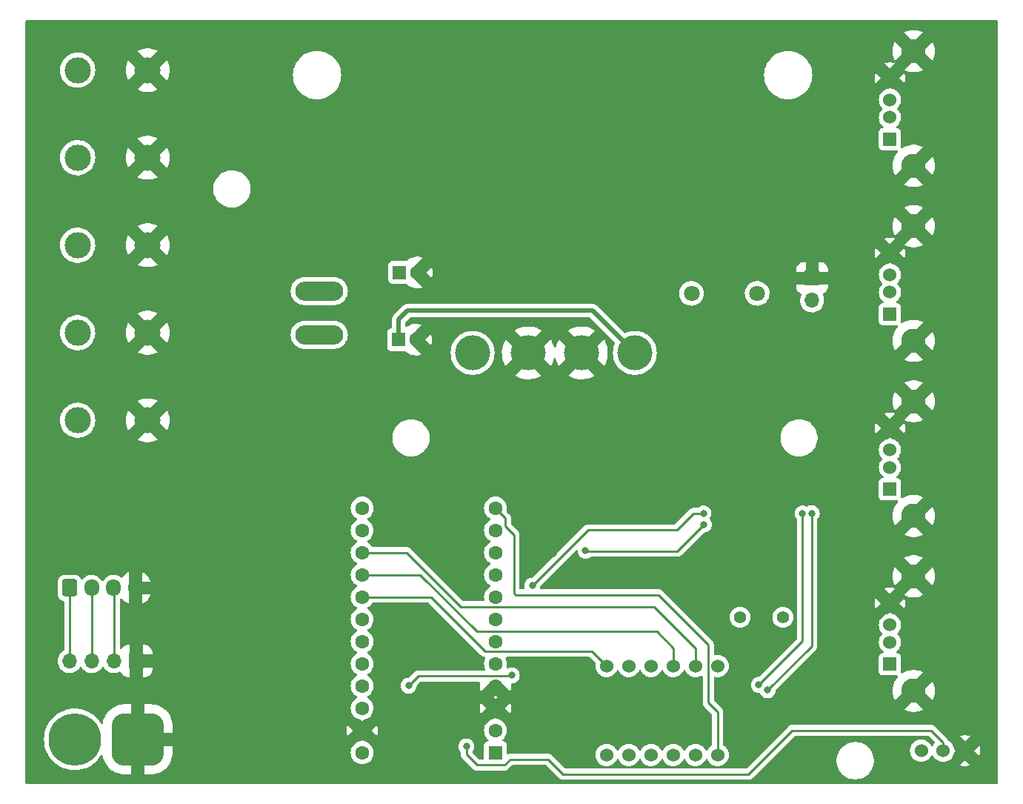
<source format=gbr>
%TF.GenerationSoftware,KiCad,Pcbnew,6.0.9-8da3e8f707~117~ubuntu20.04.1*%
%TF.CreationDate,2023-02-11T13:52:53-08:00*%
%TF.ProjectId,PDB,5044422e-6b69-4636-9164-5f7063625858,rev?*%
%TF.SameCoordinates,Original*%
%TF.FileFunction,Copper,L2,Bot*%
%TF.FilePolarity,Positive*%
%FSLAX46Y46*%
G04 Gerber Fmt 4.6, Leading zero omitted, Abs format (unit mm)*
G04 Created by KiCad (PCBNEW 6.0.9-8da3e8f707~117~ubuntu20.04.1) date 2023-02-11 13:52:53*
%MOMM*%
%LPD*%
G01*
G04 APERTURE LIST*
G04 Aperture macros list*
%AMRoundRect*
0 Rectangle with rounded corners*
0 $1 Rounding radius*
0 $2 $3 $4 $5 $6 $7 $8 $9 X,Y pos of 4 corners*
0 Add a 4 corners polygon primitive as box body*
4,1,4,$2,$3,$4,$5,$6,$7,$8,$9,$2,$3,0*
0 Add four circle primitives for the rounded corners*
1,1,$1+$1,$2,$3*
1,1,$1+$1,$4,$5*
1,1,$1+$1,$6,$7*
1,1,$1+$1,$8,$9*
0 Add four rect primitives between the rounded corners*
20,1,$1+$1,$2,$3,$4,$5,0*
20,1,$1+$1,$4,$5,$6,$7,0*
20,1,$1+$1,$6,$7,$8,$9,0*
20,1,$1+$1,$8,$9,$2,$3,0*%
G04 Aperture macros list end*
%TA.AperFunction,ComponentPad*%
%ADD10R,1.600000X1.600000*%
%TD*%
%TA.AperFunction,ComponentPad*%
%ADD11C,1.600000*%
%TD*%
%TA.AperFunction,ComponentPad*%
%ADD12R,1.700000X1.700000*%
%TD*%
%TA.AperFunction,ComponentPad*%
%ADD13O,1.700000X1.700000*%
%TD*%
%TA.AperFunction,ComponentPad*%
%ADD14R,1.524000X1.524000*%
%TD*%
%TA.AperFunction,ComponentPad*%
%ADD15C,1.524000*%
%TD*%
%TA.AperFunction,ComponentPad*%
%ADD16C,2.800000*%
%TD*%
%TA.AperFunction,ComponentPad*%
%ADD17RoundRect,0.250000X-0.600000X-0.725000X0.600000X-0.725000X0.600000X0.725000X-0.600000X0.725000X0*%
%TD*%
%TA.AperFunction,ComponentPad*%
%ADD18O,1.700000X1.950000*%
%TD*%
%TA.AperFunction,ComponentPad*%
%ADD19C,1.800000*%
%TD*%
%TA.AperFunction,ComponentPad*%
%ADD20C,1.400000*%
%TD*%
%TA.AperFunction,ComponentPad*%
%ADD21C,3.000000*%
%TD*%
%TA.AperFunction,ComponentPad*%
%ADD22C,4.000000*%
%TD*%
%TA.AperFunction,ComponentPad*%
%ADD23O,5.500000X2.200000*%
%TD*%
%TA.AperFunction,ComponentPad*%
%ADD24RoundRect,1.500000X1.500000X1.500000X-1.500000X1.500000X-1.500000X-1.500000X1.500000X-1.500000X0*%
%TD*%
%TA.AperFunction,ComponentPad*%
%ADD25C,6.000000*%
%TD*%
%TA.AperFunction,ViaPad*%
%ADD26C,0.800000*%
%TD*%
%TA.AperFunction,Conductor*%
%ADD27C,0.250000*%
%TD*%
%TA.AperFunction,Conductor*%
%ADD28C,0.500000*%
%TD*%
G04 APERTURE END LIST*
D10*
%TO.P,C2,1*%
%TO.N,/5v*%
X100695688Y-53898800D03*
D11*
%TO.P,C2,2*%
%TO.N,GND*%
X102695688Y-53898800D03*
%TD*%
D12*
%TO.P,J1,1,Pin_1*%
%TO.N,GND*%
X147955000Y-46883400D03*
D13*
%TO.P,J1,2,Pin_2*%
%TO.N,/base*%
X147955000Y-49423400D03*
%TD*%
D14*
%TO.P,USB2,1,VCC*%
%TO.N,/5v*%
X156845000Y-50998000D03*
D15*
%TO.P,USB2,2,D-*%
%TO.N,unconnected-(USB2-Pad2)*%
X156845000Y-48498000D03*
%TO.P,USB2,3,D+*%
%TO.N,unconnected-(USB2-Pad3)*%
X156845000Y-46498000D03*
%TO.P,USB2,4,GND*%
%TO.N,GND*%
X156845000Y-43998000D03*
D16*
%TO.P,USB2,5,Shield*%
X159555000Y-40948000D03*
%TO.P,USB2,6,Shield*%
X159555000Y-54048000D03*
%TD*%
D17*
%TO.P,Jst1,1,Pin_3*%
%TO.N,/Cell1+2+3*%
X63093600Y-82270600D03*
D18*
%TO.P,Jst1,2,Pin_2*%
%TO.N,/Cell1+2*%
X65593600Y-82270600D03*
%TO.P,Jst1,3,Pin_1*%
%TO.N,/Cell1*%
X68093600Y-82270600D03*
%TO.P,Jst1,4,GND*%
%TO.N,GND*%
X70593600Y-82270600D03*
%TD*%
D15*
%TO.P,D3,1,E*%
%TO.N,Net-(D3-Pad1)*%
X124460000Y-101346000D03*
%TO.P,D3,2,D*%
%TO.N,Net-(D3-Pad2)*%
X127000000Y-101346000D03*
%TO.P,D3,3,DP*%
%TO.N,Net-(D3-Pad3)*%
X129540000Y-101346000D03*
%TO.P,D3,4,C*%
%TO.N,Net-(D3-Pad4)*%
X132080000Y-101346000D03*
%TO.P,D3,5,G*%
%TO.N,Net-(D3-Pad5)*%
X134620000Y-101346000D03*
%TO.P,D3,6,Dig4*%
%TO.N,/Dig4*%
X137160000Y-101346000D03*
%TO.P,D3,7,B*%
%TO.N,Net-(D3-Pad7)*%
X137160000Y-91186000D03*
%TO.P,D3,8,Dig3*%
%TO.N,/Dig3*%
X134620000Y-91186000D03*
%TO.P,D3,9,Dig2*%
%TO.N,/Dig2*%
X132080000Y-91186000D03*
%TO.P,D3,10,F*%
%TO.N,Net-(D3-Pad10)*%
X129540000Y-91186000D03*
%TO.P,D3,11,A*%
%TO.N,Net-(D3-Pad11)*%
X127000000Y-91186000D03*
%TO.P,D3,12,Dig1*%
%TO.N,/Dig1*%
X124460000Y-91186000D03*
%TD*%
D19*
%TO.P,B1,1,input*%
%TO.N,/5v*%
X134172000Y-48614000D03*
%TO.P,B1,2,output*%
%TO.N,/collector*%
X141672000Y-48614000D03*
%TD*%
D20*
%TO.P,Y1,1,1*%
%TO.N,Net-(C5-Pad1)*%
X144613800Y-85623400D03*
%TO.P,Y1,2,2*%
%TO.N,Net-(C6-Pad1)*%
X139713800Y-85623400D03*
%TD*%
D14*
%TO.P,USB3,1,VCC*%
%TO.N,/5v*%
X156845000Y-70998000D03*
D15*
%TO.P,USB3,2,D-*%
%TO.N,unconnected-(USB3-Pad2)*%
X156845000Y-68498000D03*
%TO.P,USB3,3,D+*%
%TO.N,unconnected-(USB3-Pad3)*%
X156845000Y-66498000D03*
%TO.P,USB3,4,GND*%
%TO.N,GND*%
X156845000Y-63998000D03*
D16*
%TO.P,USB3,5,Shield*%
X159555000Y-60948000D03*
%TO.P,USB3,6,Shield*%
X159555000Y-74048000D03*
%TD*%
D21*
%TO.P,A2,1,ground*%
%TO.N,GND*%
X72000000Y-33113400D03*
%TO.P,A2,2,power*%
%TO.N,/12v*%
X64000000Y-33113400D03*
%TD*%
D10*
%TO.P,Pro1,1,TX*%
%TO.N,/Tx*%
X111760000Y-101092000D03*
D11*
%TO.P,Pro1,2,RX*%
%TO.N,/Rx*%
X111760000Y-98552000D03*
%TO.P,Pro1,3,GND*%
%TO.N,GND*%
X111760000Y-96012000D03*
%TO.P,Pro1,4,GND*%
X111760000Y-93472000D03*
%TO.P,Pro1,5,2*%
%TO.N,/SDA*%
X111760000Y-90932000D03*
%TO.P,Pro1,6,3*%
%TO.N,/SCL*%
X111760000Y-88392000D03*
%TO.P,Pro1,7,4*%
%TO.N,unconnected-(Pro1-Pad7)*%
X111760000Y-85852000D03*
%TO.P,Pro1,8,5*%
%TO.N,unconnected-(Pro1-Pad8)*%
X111760000Y-83312000D03*
%TO.P,Pro1,9,6*%
%TO.N,unconnected-(Pro1-Pad9)*%
X111760000Y-80772000D03*
%TO.P,Pro1,10,7*%
%TO.N,unconnected-(Pro1-Pad10)*%
X111760000Y-78232000D03*
%TO.P,Pro1,11,8*%
%TO.N,unconnected-(Pro1-Pad11)*%
X111760000Y-75692000D03*
%TO.P,Pro1,12,9*%
%TO.N,/Dig4*%
X111760000Y-73152000D03*
%TO.P,Pro1,13,10*%
%TO.N,/Buzzer*%
X96520000Y-73152000D03*
%TO.P,Pro1,14,16*%
%TO.N,/toggle*%
X96520000Y-75692000D03*
%TO.P,Pro1,15,14*%
%TO.N,/Dig3*%
X96520000Y-78232000D03*
%TO.P,Pro1,16,15*%
%TO.N,/Dig2*%
X96520000Y-80772000D03*
%TO.P,Pro1,17,A0*%
%TO.N,/Dig1*%
X96520000Y-83312000D03*
%TO.P,Pro1,18,A1*%
%TO.N,/Cell1+2+3_s*%
X96520000Y-85852000D03*
%TO.P,Pro1,19,A2*%
%TO.N,/Cell1+2_s*%
X96520000Y-88392000D03*
%TO.P,Pro1,20,A3*%
%TO.N,/Cell1_s*%
X96520000Y-90932000D03*
%TO.P,Pro1,21,VCC*%
%TO.N,/5v*%
X96520000Y-93472000D03*
%TO.P,Pro1,22,RST*%
%TO.N,unconnected-(Pro1-Pad22)*%
X96520000Y-96012000D03*
%TO.P,Pro1,23,GND*%
%TO.N,GND*%
X96520000Y-98552000D03*
%TO.P,Pro1,24,RAW*%
%TO.N,unconnected-(Pro1-Pad24)*%
X96520000Y-101092000D03*
%TD*%
D21*
%TO.P,A4,1,ground*%
%TO.N,GND*%
X72000000Y-53113400D03*
%TO.P,A4,2,power*%
%TO.N,/12v*%
X64000000Y-53113400D03*
%TD*%
D14*
%TO.P,USB1,1,VCC*%
%TO.N,/5v*%
X156845000Y-30998000D03*
D15*
%TO.P,USB1,2,D-*%
%TO.N,unconnected-(USB1-Pad2)*%
X156845000Y-28498000D03*
%TO.P,USB1,3,D+*%
%TO.N,unconnected-(USB1-Pad3)*%
X156845000Y-26498000D03*
%TO.P,USB1,4,GND*%
%TO.N,GND*%
X156845000Y-23998000D03*
D16*
%TO.P,USB1,5,Shield*%
X159555000Y-20948000D03*
%TO.P,USB1,6,Shield*%
X159555000Y-34048000D03*
%TD*%
D10*
%TO.P,C1,1*%
%TO.N,/12v*%
X100797288Y-46228000D03*
D11*
%TO.P,C1,2*%
%TO.N,GND*%
X102797288Y-46228000D03*
%TD*%
D21*
%TO.P,A5,1,ground*%
%TO.N,GND*%
X72000000Y-63113400D03*
%TO.P,A5,2,power*%
%TO.N,/12v*%
X64000000Y-63113400D03*
%TD*%
D15*
%TO.P,SW2,1,A*%
%TO.N,/5v*%
X160415600Y-100863400D03*
%TO.P,SW2,2,B*%
%TO.N,/toggle*%
X162915600Y-100863400D03*
%TO.P,SW2,3,C*%
%TO.N,GND*%
X165415600Y-100863400D03*
%TD*%
D21*
%TO.P,A3,1,ground*%
%TO.N,GND*%
X72000000Y-43113400D03*
%TO.P,A3,2,power*%
%TO.N,/12v*%
X64000000Y-43113400D03*
%TD*%
D22*
%TO.P,Converter1,1,OUT+*%
%TO.N,/5v*%
X127685800Y-55422800D03*
%TO.P,Converter1,2,OUT-*%
%TO.N,GND*%
X121589800Y-55422800D03*
%TO.P,Converter1,3,IN-*%
X115493800Y-55422800D03*
%TO.P,Converter1,4,IN+*%
%TO.N,/12v*%
X109143800Y-55422800D03*
%TD*%
D21*
%TO.P,A1,1,ground*%
%TO.N,GND*%
X72000000Y-23113400D03*
%TO.P,A1,2,power*%
%TO.N,/12v*%
X64000000Y-23113400D03*
%TD*%
D23*
%TO.P,Sw1,1,In*%
%TO.N,/fuse out*%
X91617800Y-53340000D03*
%TO.P,Sw1,2,Out*%
%TO.N,/12v*%
X91617800Y-48340000D03*
%TD*%
D24*
%TO.P,Batt1,1,ground*%
%TO.N,GND*%
X70866000Y-99568000D03*
D25*
%TO.P,Batt1,2,power*%
%TO.N,/battery*%
X63666000Y-99568000D03*
%TD*%
D12*
%TO.P,J2,1,Pin_1*%
%TO.N,GND*%
X70713600Y-90627200D03*
D13*
%TO.P,J2,2,Pin_2*%
%TO.N,/Cell1*%
X68173600Y-90627200D03*
%TO.P,J2,3,Pin_3*%
%TO.N,/Cell1+2*%
X65633600Y-90627200D03*
%TO.P,J2,4,Pin_4*%
%TO.N,/Cell1+2+3*%
X63093600Y-90627200D03*
%TD*%
D14*
%TO.P,DATA1,1,VCC*%
%TO.N,/5v*%
X156845000Y-90998000D03*
D15*
%TO.P,DATA1,2,D-*%
%TO.N,Net-(DATA1-Pad2)*%
X156845000Y-88498000D03*
%TO.P,DATA1,3,D+*%
%TO.N,Net-(DATA1-Pad3)*%
X156845000Y-86498000D03*
%TO.P,DATA1,4,GND*%
%TO.N,GND*%
X156845000Y-83998000D03*
D16*
%TO.P,DATA1,5,Shield*%
X159555000Y-80948000D03*
%TO.P,DATA1,6,Shield*%
X159555000Y-94048000D03*
%TD*%
D26*
%TO.N,GND*%
X118338600Y-78359000D03*
X135953200Y-68516200D03*
X93599000Y-74041000D03*
X126060200Y-81407000D03*
X142798800Y-69189600D03*
X127635000Y-70231000D03*
X90804000Y-91568000D03*
%TO.N,/5v*%
X101828600Y-93446600D03*
X113614200Y-92252800D03*
%TO.N,/Tx*%
X142849600Y-93954600D03*
X147907200Y-73736200D03*
%TO.N,/toggle*%
X108432600Y-100380800D03*
%TO.N,/Rx*%
X141859000Y-93345000D03*
X146853296Y-73765505D03*
%TO.N,/SDA*%
X135534400Y-73761600D03*
X115976400Y-82016600D03*
%TO.N,/SCL*%
X122047000Y-78028800D03*
X135585200Y-75031600D03*
%TD*%
D27*
%TO.N,GND*%
X70713600Y-82390600D02*
X70593600Y-82270600D01*
X70713600Y-90627200D02*
X70713600Y-82390600D01*
D28*
%TO.N,/5v*%
X101701600Y-50596800D02*
X122859800Y-50596800D01*
D27*
X113520000Y-92347000D02*
X102928200Y-92347000D01*
X102928200Y-92347000D02*
X101828600Y-93446600D01*
D28*
X100695688Y-51602712D02*
X101701600Y-50596800D01*
D27*
X113614200Y-92252800D02*
X113520000Y-92347000D01*
D28*
X122859800Y-50596800D02*
X127685800Y-55422800D01*
X100695688Y-53898800D02*
X100695688Y-51602712D01*
D27*
%TO.N,/Dig4*%
X112903000Y-74295000D02*
X111760000Y-73152000D01*
X114096800Y-83058000D02*
X114071400Y-83083400D01*
X113855500Y-76187300D02*
X112903000Y-75234800D01*
X136073000Y-88752800D02*
X130378200Y-83058000D01*
X113855500Y-82867500D02*
X113855500Y-76187300D01*
X137160000Y-96469200D02*
X136073000Y-95382200D01*
X136073000Y-95382200D02*
X136073000Y-88752800D01*
X130378200Y-83058000D02*
X114096800Y-83058000D01*
X112903000Y-75234800D02*
X112903000Y-74295000D01*
X114071400Y-83083400D02*
X113855500Y-82867500D01*
X137160000Y-101346000D02*
X137160000Y-96469200D01*
%TO.N,/Dig3*%
X134620000Y-89154000D02*
X129903000Y-84437000D01*
X134620000Y-91186000D02*
X134620000Y-89154000D01*
X101600000Y-78232000D02*
X96520000Y-78232000D01*
X129903000Y-84437000D02*
X107805000Y-84437000D01*
X107805000Y-84437000D02*
X101600000Y-78232000D01*
%TO.N,/Dig2*%
X132080000Y-91186000D02*
X132080000Y-89154000D01*
X132080000Y-89154000D02*
X130193000Y-87267000D01*
X130193000Y-87267000D02*
X109619000Y-87267000D01*
X103124000Y-80772000D02*
X96520000Y-80772000D01*
X109619000Y-87267000D02*
X103124000Y-80772000D01*
%TO.N,/Dig1*%
X104394000Y-83312000D02*
X96520000Y-83312000D01*
X124460000Y-91186000D02*
X122791000Y-89517000D01*
X122791000Y-89517000D02*
X110599000Y-89517000D01*
X110599000Y-89517000D02*
X104394000Y-83312000D01*
%TO.N,/Cell1*%
X68173600Y-90627200D02*
X68173600Y-82350600D01*
X68173600Y-82350600D02*
X68093600Y-82270600D01*
%TO.N,/Cell1+2*%
X65633600Y-90627200D02*
X65633600Y-82310600D01*
X65633600Y-82310600D02*
X65593600Y-82270600D01*
%TO.N,/Cell1+2+3*%
X63093600Y-90627200D02*
X63093600Y-82270600D01*
%TO.N,/Tx*%
X147904200Y-73739200D02*
X147907200Y-73736200D01*
X147904200Y-88900000D02*
X147904200Y-73739200D01*
X142849600Y-93954600D02*
X147904200Y-88900000D01*
%TO.N,/toggle*%
X162915600Y-100863400D02*
X162915600Y-99949000D01*
X108432600Y-101320600D02*
X108432600Y-100380800D01*
X140665200Y-103555800D02*
X119481600Y-103555800D01*
X161518600Y-98552000D02*
X145669000Y-98552000D01*
X113436400Y-101854000D02*
X112776000Y-102514400D01*
X112776000Y-102514400D02*
X109626400Y-102514400D01*
X145669000Y-98552000D02*
X140665200Y-103555800D01*
X117779800Y-101854000D02*
X113436400Y-101854000D01*
X109626400Y-102514400D02*
X108432600Y-101320600D01*
X119481600Y-103555800D02*
X117779800Y-101854000D01*
X162915600Y-99949000D02*
X161518600Y-98552000D01*
%TO.N,/Rx*%
X146853296Y-73765505D02*
X146862800Y-73775009D01*
X146862800Y-88341200D02*
X141859000Y-93345000D01*
X146862800Y-73775009D02*
X146862800Y-88341200D01*
%TO.N,/SDA*%
X115976400Y-82016600D02*
X122326400Y-75666600D01*
X132511800Y-75666600D02*
X134416800Y-73761600D01*
X134416800Y-73761600D02*
X135534400Y-73761600D01*
X122326400Y-75666600D02*
X132511800Y-75666600D01*
%TO.N,/SCL*%
X132537200Y-78079600D02*
X135585200Y-75031600D01*
X122097800Y-78079600D02*
X132537200Y-78079600D01*
X122047000Y-78028800D02*
X122097800Y-78079600D01*
%TD*%
%TA.AperFunction,Conductor*%
%TO.N,GND*%
G36*
X169105621Y-17419502D02*
G01*
X169152114Y-17473158D01*
X169163500Y-17525500D01*
X169163500Y-104521500D01*
X169143498Y-104589621D01*
X169089842Y-104636114D01*
X169037500Y-104647500D01*
X58165500Y-104647500D01*
X58097379Y-104627498D01*
X58050886Y-104573842D01*
X58039500Y-104521500D01*
X58039500Y-99568000D01*
X60152685Y-99568000D01*
X60171931Y-99935241D01*
X60172444Y-99938481D01*
X60172445Y-99938489D01*
X60191042Y-100055901D01*
X60229459Y-100298459D01*
X60324639Y-100653674D01*
X60456427Y-100996994D01*
X60457925Y-100999934D01*
X60615526Y-101309242D01*
X60623380Y-101324657D01*
X60625176Y-101327423D01*
X60625178Y-101327426D01*
X60659730Y-101380632D01*
X60823668Y-101633075D01*
X61055098Y-101918867D01*
X61315133Y-102178902D01*
X61600925Y-102410332D01*
X61603700Y-102412134D01*
X61893842Y-102600554D01*
X61909342Y-102610620D01*
X61912276Y-102612115D01*
X61912283Y-102612119D01*
X62234066Y-102776075D01*
X62237006Y-102777573D01*
X62446782Y-102858098D01*
X62573256Y-102906647D01*
X62580326Y-102909361D01*
X62935541Y-103004541D01*
X63126627Y-103034806D01*
X63295511Y-103061555D01*
X63295519Y-103061556D01*
X63298759Y-103062069D01*
X63666000Y-103081315D01*
X64033241Y-103062069D01*
X64036481Y-103061556D01*
X64036489Y-103061555D01*
X64205373Y-103034806D01*
X64396459Y-103004541D01*
X64751674Y-102909361D01*
X64758745Y-102906647D01*
X64885218Y-102858098D01*
X65094994Y-102777573D01*
X65097934Y-102776075D01*
X65419717Y-102612119D01*
X65419724Y-102612115D01*
X65422658Y-102610620D01*
X65438159Y-102600554D01*
X65728300Y-102412134D01*
X65731075Y-102410332D01*
X66016867Y-102178902D01*
X66276902Y-101918867D01*
X66508332Y-101633075D01*
X66663996Y-101393372D01*
X66717873Y-101347135D01*
X66788194Y-101337365D01*
X66852634Y-101367165D01*
X66890733Y-101427073D01*
X66894118Y-101442285D01*
X66920765Y-101610530D01*
X66922488Y-101618236D01*
X67008042Y-101912717D01*
X67010720Y-101920153D01*
X67132506Y-102201585D01*
X67136094Y-102208628D01*
X67292198Y-102472584D01*
X67296637Y-102479116D01*
X67484578Y-102721407D01*
X67489827Y-102727361D01*
X67706639Y-102944173D01*
X67712593Y-102949422D01*
X67954884Y-103137363D01*
X67961416Y-103141802D01*
X68225372Y-103297906D01*
X68232415Y-103301494D01*
X68513847Y-103423280D01*
X68521283Y-103425958D01*
X68815764Y-103511512D01*
X68823470Y-103513235D01*
X69126850Y-103561285D01*
X69133721Y-103561989D01*
X69259696Y-103567930D01*
X69262671Y-103568000D01*
X70097885Y-103568000D01*
X70113124Y-103563525D01*
X70114329Y-103562135D01*
X70116000Y-103554452D01*
X70116000Y-103549885D01*
X71616000Y-103549885D01*
X71620475Y-103565124D01*
X71621865Y-103566329D01*
X71629548Y-103568000D01*
X72469329Y-103568000D01*
X72472304Y-103567930D01*
X72598279Y-103561989D01*
X72605150Y-103561285D01*
X72908530Y-103513235D01*
X72916236Y-103511512D01*
X73210717Y-103425958D01*
X73218153Y-103423280D01*
X73499585Y-103301494D01*
X73506628Y-103297906D01*
X73770584Y-103141802D01*
X73777116Y-103137363D01*
X74019407Y-102949422D01*
X74025361Y-102944173D01*
X74242173Y-102727361D01*
X74247422Y-102721407D01*
X74435363Y-102479116D01*
X74439802Y-102472584D01*
X74595906Y-102208628D01*
X74599494Y-102201585D01*
X74721280Y-101920153D01*
X74723958Y-101912717D01*
X74809512Y-101618236D01*
X74811235Y-101610530D01*
X74859285Y-101307150D01*
X74859989Y-101300279D01*
X74865930Y-101174304D01*
X74866000Y-101171329D01*
X74866000Y-101092000D01*
X95206502Y-101092000D01*
X95226457Y-101320087D01*
X95227881Y-101325400D01*
X95227881Y-101325402D01*
X95262742Y-101455502D01*
X95285716Y-101541243D01*
X95288039Y-101546224D01*
X95288039Y-101546225D01*
X95380151Y-101743762D01*
X95380154Y-101743767D01*
X95382477Y-101748749D01*
X95432607Y-101820342D01*
X95508964Y-101929390D01*
X95513802Y-101936300D01*
X95675700Y-102098198D01*
X95680208Y-102101355D01*
X95680211Y-102101357D01*
X95703914Y-102117954D01*
X95863251Y-102229523D01*
X95868233Y-102231846D01*
X95868238Y-102231849D01*
X96055308Y-102319080D01*
X96070757Y-102326284D01*
X96076065Y-102327706D01*
X96076067Y-102327707D01*
X96286598Y-102384119D01*
X96286600Y-102384119D01*
X96291913Y-102385543D01*
X96520000Y-102405498D01*
X96748087Y-102385543D01*
X96753400Y-102384119D01*
X96753402Y-102384119D01*
X96963933Y-102327707D01*
X96963935Y-102327706D01*
X96969243Y-102326284D01*
X96984692Y-102319080D01*
X97171762Y-102231849D01*
X97171767Y-102231846D01*
X97176749Y-102229523D01*
X97336086Y-102117954D01*
X97359789Y-102101357D01*
X97359792Y-102101355D01*
X97364300Y-102098198D01*
X97526198Y-101936300D01*
X97531037Y-101929390D01*
X97607393Y-101820342D01*
X97657523Y-101748749D01*
X97659846Y-101743767D01*
X97659849Y-101743762D01*
X97751961Y-101546225D01*
X97751961Y-101546224D01*
X97754284Y-101541243D01*
X97777259Y-101455502D01*
X97812119Y-101325402D01*
X97812119Y-101325400D01*
X97813543Y-101320087D01*
X97833498Y-101092000D01*
X97813543Y-100863913D01*
X97781967Y-100746071D01*
X97755707Y-100648067D01*
X97755706Y-100648065D01*
X97754284Y-100642757D01*
X97751424Y-100636624D01*
X97659849Y-100440238D01*
X97659846Y-100440233D01*
X97657523Y-100435251D01*
X97619396Y-100380800D01*
X107519096Y-100380800D01*
X107519786Y-100387365D01*
X107538173Y-100562303D01*
X107539058Y-100570728D01*
X107598073Y-100752356D01*
X107693560Y-100917744D01*
X107766737Y-100999015D01*
X107797453Y-101063021D01*
X107799100Y-101083324D01*
X107799100Y-101241833D01*
X107798573Y-101253016D01*
X107796898Y-101260509D01*
X107797147Y-101268435D01*
X107797147Y-101268436D01*
X107799038Y-101328586D01*
X107799100Y-101332545D01*
X107799100Y-101360456D01*
X107799597Y-101364390D01*
X107799597Y-101364391D01*
X107799605Y-101364456D01*
X107800538Y-101376293D01*
X107801927Y-101420489D01*
X107807578Y-101439939D01*
X107811587Y-101459300D01*
X107814126Y-101479397D01*
X107817045Y-101486768D01*
X107817045Y-101486770D01*
X107830404Y-101520512D01*
X107834249Y-101531742D01*
X107846582Y-101574193D01*
X107850615Y-101581012D01*
X107850617Y-101581017D01*
X107856893Y-101591628D01*
X107865588Y-101609376D01*
X107873048Y-101628217D01*
X107877710Y-101634633D01*
X107877710Y-101634634D01*
X107899036Y-101663987D01*
X107905552Y-101673907D01*
X107928058Y-101711962D01*
X107942379Y-101726283D01*
X107955219Y-101741316D01*
X107967128Y-101757707D01*
X107996730Y-101782196D01*
X108001205Y-101785898D01*
X108009984Y-101793888D01*
X109122743Y-102906647D01*
X109130287Y-102914937D01*
X109134400Y-102921418D01*
X109140177Y-102926843D01*
X109184067Y-102968058D01*
X109186909Y-102970813D01*
X109206630Y-102990534D01*
X109209825Y-102993012D01*
X109218847Y-103000718D01*
X109251079Y-103030986D01*
X109258028Y-103034806D01*
X109268832Y-103040746D01*
X109285356Y-103051599D01*
X109301359Y-103064013D01*
X109341943Y-103081576D01*
X109352573Y-103086783D01*
X109391340Y-103108095D01*
X109399017Y-103110066D01*
X109399022Y-103110068D01*
X109410958Y-103113132D01*
X109429666Y-103119537D01*
X109448255Y-103127581D01*
X109456083Y-103128821D01*
X109456090Y-103128823D01*
X109491924Y-103134499D01*
X109503544Y-103136905D01*
X109535359Y-103145073D01*
X109546370Y-103147900D01*
X109566624Y-103147900D01*
X109586334Y-103149451D01*
X109606343Y-103152620D01*
X109614235Y-103151874D01*
X109632980Y-103150102D01*
X109650362Y-103148459D01*
X109662219Y-103147900D01*
X112697233Y-103147900D01*
X112708416Y-103148427D01*
X112715909Y-103150102D01*
X112723835Y-103149853D01*
X112723836Y-103149853D01*
X112783986Y-103147962D01*
X112787945Y-103147900D01*
X112815856Y-103147900D01*
X112819791Y-103147403D01*
X112819856Y-103147395D01*
X112831693Y-103146462D01*
X112863951Y-103145448D01*
X112867970Y-103145322D01*
X112875889Y-103145073D01*
X112895343Y-103139421D01*
X112914700Y-103135413D01*
X112926930Y-103133868D01*
X112926931Y-103133868D01*
X112934797Y-103132874D01*
X112942168Y-103129955D01*
X112942170Y-103129955D01*
X112975912Y-103116596D01*
X112987142Y-103112751D01*
X113021983Y-103102629D01*
X113021984Y-103102629D01*
X113029593Y-103100418D01*
X113036412Y-103096385D01*
X113036417Y-103096383D01*
X113047028Y-103090107D01*
X113064776Y-103081412D01*
X113083617Y-103073952D01*
X113103987Y-103059153D01*
X113119387Y-103047964D01*
X113129307Y-103041448D01*
X113160535Y-103022980D01*
X113160538Y-103022978D01*
X113167362Y-103018942D01*
X113181683Y-103004621D01*
X113196717Y-102991780D01*
X113213107Y-102979872D01*
X113241298Y-102945795D01*
X113249288Y-102937016D01*
X113661899Y-102524405D01*
X113724211Y-102490379D01*
X113750994Y-102487500D01*
X117465206Y-102487500D01*
X117533327Y-102507502D01*
X117554301Y-102524405D01*
X118977943Y-103948047D01*
X118985487Y-103956337D01*
X118989600Y-103962818D01*
X118995377Y-103968243D01*
X119039267Y-104009458D01*
X119042109Y-104012213D01*
X119061831Y-104031935D01*
X119064955Y-104034358D01*
X119064959Y-104034362D01*
X119065024Y-104034412D01*
X119074045Y-104042117D01*
X119106279Y-104072386D01*
X119113227Y-104076205D01*
X119113229Y-104076207D01*
X119124032Y-104082146D01*
X119140559Y-104093002D01*
X119150298Y-104100557D01*
X119150300Y-104100558D01*
X119156560Y-104105414D01*
X119197140Y-104122974D01*
X119207788Y-104128191D01*
X119232576Y-104141818D01*
X119246540Y-104149495D01*
X119254216Y-104151466D01*
X119254219Y-104151467D01*
X119266162Y-104154533D01*
X119284867Y-104160937D01*
X119303455Y-104168981D01*
X119311278Y-104170220D01*
X119311288Y-104170223D01*
X119347124Y-104175899D01*
X119358744Y-104178305D01*
X119390559Y-104186473D01*
X119401570Y-104189300D01*
X119421824Y-104189300D01*
X119441534Y-104190851D01*
X119461543Y-104194020D01*
X119469435Y-104193274D01*
X119488180Y-104191502D01*
X119505562Y-104189859D01*
X119517419Y-104189300D01*
X140586433Y-104189300D01*
X140597616Y-104189827D01*
X140605109Y-104191502D01*
X140613035Y-104191253D01*
X140613036Y-104191253D01*
X140673186Y-104189362D01*
X140677145Y-104189300D01*
X140705056Y-104189300D01*
X140708991Y-104188803D01*
X140709056Y-104188795D01*
X140720893Y-104187862D01*
X140753151Y-104186848D01*
X140757170Y-104186722D01*
X140765089Y-104186473D01*
X140784543Y-104180821D01*
X140803900Y-104176813D01*
X140816130Y-104175268D01*
X140816131Y-104175268D01*
X140823997Y-104174274D01*
X140831368Y-104171355D01*
X140831370Y-104171355D01*
X140865112Y-104157996D01*
X140876342Y-104154151D01*
X140911183Y-104144029D01*
X140911184Y-104144029D01*
X140918793Y-104141818D01*
X140925612Y-104137785D01*
X140925617Y-104137783D01*
X140936228Y-104131507D01*
X140953976Y-104122812D01*
X140972817Y-104115352D01*
X141008587Y-104089364D01*
X141018507Y-104082848D01*
X141049735Y-104064380D01*
X141049738Y-104064378D01*
X141056562Y-104060342D01*
X141070883Y-104046021D01*
X141085917Y-104033180D01*
X141087631Y-104031935D01*
X141102307Y-104021272D01*
X141130498Y-103987195D01*
X141138488Y-103978416D01*
X142976542Y-102140362D01*
X150754136Y-102140362D01*
X150754695Y-102144606D01*
X150754695Y-102144610D01*
X150758901Y-102176558D01*
X150792017Y-102428097D01*
X150793150Y-102432237D01*
X150793150Y-102432239D01*
X150823845Y-102544440D01*
X150868598Y-102708028D01*
X150982461Y-102974977D01*
X150984664Y-102978658D01*
X151088332Y-103151874D01*
X151131500Y-103224003D01*
X151312956Y-103450497D01*
X151316058Y-103453441D01*
X151316062Y-103453445D01*
X151520363Y-103647320D01*
X151523472Y-103650270D01*
X151759154Y-103819624D01*
X152015638Y-103955425D01*
X152019661Y-103956897D01*
X152019665Y-103956899D01*
X152252533Y-104042117D01*
X152288180Y-104055162D01*
X152571736Y-104116987D01*
X152600694Y-104119266D01*
X152796887Y-104134707D01*
X152796896Y-104134707D01*
X152799344Y-104134900D01*
X152956362Y-104134900D01*
X152958498Y-104134754D01*
X152958509Y-104134754D01*
X153168669Y-104120427D01*
X153168675Y-104120426D01*
X153172946Y-104120135D01*
X153177141Y-104119266D01*
X153177143Y-104119266D01*
X153429720Y-104066959D01*
X153457133Y-104061282D01*
X153730705Y-103964406D01*
X153988597Y-103831297D01*
X154226039Y-103664421D01*
X154238577Y-103652770D01*
X154435493Y-103469784D01*
X154435495Y-103469781D01*
X154438636Y-103466863D01*
X154622454Y-103242281D01*
X154739304Y-103051599D01*
X154771848Y-102998492D01*
X154771848Y-102998491D01*
X154774092Y-102994830D01*
X154784538Y-102971035D01*
X154889017Y-102733025D01*
X154890745Y-102729089D01*
X154950064Y-102520847D01*
X164824434Y-102520847D01*
X164826899Y-102524139D01*
X164827520Y-102524470D01*
X164953866Y-102568592D01*
X164962875Y-102571006D01*
X165210988Y-102618112D01*
X165220245Y-102619166D01*
X165472597Y-102629082D01*
X165481910Y-102628756D01*
X165732953Y-102601262D01*
X165742119Y-102599563D01*
X165986333Y-102535268D01*
X165995159Y-102532229D01*
X165998525Y-102530783D01*
X166009389Y-102521790D01*
X166007938Y-102516399D01*
X165428412Y-101936873D01*
X165414468Y-101929259D01*
X165412635Y-101929390D01*
X165406020Y-101933641D01*
X164831194Y-102508467D01*
X164824434Y-102520847D01*
X154950064Y-102520847D01*
X154970252Y-102449974D01*
X155011145Y-102162652D01*
X155012152Y-101970214D01*
X155012642Y-101876724D01*
X155012642Y-101876718D01*
X155012664Y-101872438D01*
X155009730Y-101850148D01*
X154986527Y-101673907D01*
X154974783Y-101584703D01*
X154969960Y-101567071D01*
X154899336Y-101308917D01*
X154899336Y-101308916D01*
X154898202Y-101304772D01*
X154784339Y-101037823D01*
X154758057Y-100993909D01*
X154637504Y-100792479D01*
X154637501Y-100792475D01*
X154635300Y-100788797D01*
X154453844Y-100562303D01*
X154450742Y-100559359D01*
X154450738Y-100559355D01*
X154246437Y-100365480D01*
X154246434Y-100365478D01*
X154243328Y-100362530D01*
X154007646Y-100193176D01*
X153811917Y-100089543D01*
X153754949Y-100059380D01*
X153754948Y-100059379D01*
X153751162Y-100057375D01*
X153747139Y-100055903D01*
X153747135Y-100055901D01*
X153482651Y-99959113D01*
X153482649Y-99959112D01*
X153478620Y-99957638D01*
X153195064Y-99895813D01*
X153155065Y-99892665D01*
X152969913Y-99878093D01*
X152969904Y-99878093D01*
X152967456Y-99877900D01*
X152810438Y-99877900D01*
X152808302Y-99878046D01*
X152808291Y-99878046D01*
X152598131Y-99892373D01*
X152598125Y-99892374D01*
X152593854Y-99892665D01*
X152589659Y-99893534D01*
X152589657Y-99893534D01*
X152574244Y-99896726D01*
X152309667Y-99951518D01*
X152036095Y-100048394D01*
X151778203Y-100181503D01*
X151540761Y-100348379D01*
X151537616Y-100351302D01*
X151537613Y-100351304D01*
X151344529Y-100530730D01*
X151328164Y-100545937D01*
X151144346Y-100770519D01*
X150992708Y-101017970D01*
X150990981Y-101021904D01*
X150990980Y-101021906D01*
X150960211Y-101092000D01*
X150876055Y-101283711D01*
X150796548Y-101562826D01*
X150755655Y-101850148D01*
X150755289Y-101920153D01*
X150754246Y-102119378D01*
X150754136Y-102140362D01*
X142976542Y-102140362D01*
X145894500Y-99222405D01*
X145956812Y-99188379D01*
X145983595Y-99185500D01*
X161204006Y-99185500D01*
X161272127Y-99205502D01*
X161293101Y-99222405D01*
X161937483Y-99866787D01*
X161971509Y-99929099D01*
X161966444Y-99999914D01*
X161944908Y-100036875D01*
X161942513Y-100039729D01*
X161938623Y-100043619D01*
X161935471Y-100048120D01*
X161935468Y-100048124D01*
X161833902Y-100193176D01*
X161811112Y-100225724D01*
X161808789Y-100230706D01*
X161808786Y-100230711D01*
X161779795Y-100292883D01*
X161732877Y-100346168D01*
X161664600Y-100365629D01*
X161596640Y-100345087D01*
X161551405Y-100292883D01*
X161522414Y-100230711D01*
X161522411Y-100230706D01*
X161520088Y-100225724D01*
X161497298Y-100193176D01*
X161395736Y-100048130D01*
X161395731Y-100048124D01*
X161392577Y-100043619D01*
X161235381Y-99886423D01*
X161230873Y-99883266D01*
X161230870Y-99883264D01*
X161155105Y-99830213D01*
X161053277Y-99758912D01*
X161048295Y-99756589D01*
X161048290Y-99756586D01*
X160856778Y-99667283D01*
X160856777Y-99667282D01*
X160851796Y-99664960D01*
X160846488Y-99663538D01*
X160846486Y-99663537D01*
X160739865Y-99634968D01*
X160637063Y-99607422D01*
X160415600Y-99588047D01*
X160194137Y-99607422D01*
X160091335Y-99634968D01*
X159984714Y-99663537D01*
X159984712Y-99663538D01*
X159979404Y-99664960D01*
X159974423Y-99667282D01*
X159974422Y-99667283D01*
X159782911Y-99756586D01*
X159782906Y-99756589D01*
X159777924Y-99758912D01*
X159773420Y-99762066D01*
X159773415Y-99762069D01*
X159600330Y-99883264D01*
X159600327Y-99883266D01*
X159595819Y-99886423D01*
X159438623Y-100043619D01*
X159435469Y-100048124D01*
X159435464Y-100048130D01*
X159333902Y-100193176D01*
X159311112Y-100225724D01*
X159308789Y-100230706D01*
X159308786Y-100230711D01*
X159235737Y-100387365D01*
X159217160Y-100427204D01*
X159215738Y-100432512D01*
X159215737Y-100432514D01*
X159198097Y-100498349D01*
X159159622Y-100641937D01*
X159140247Y-100863400D01*
X159159622Y-101084863D01*
X159182791Y-101171329D01*
X159212904Y-101283711D01*
X159217160Y-101299596D01*
X159219482Y-101304577D01*
X159219483Y-101304578D01*
X159308786Y-101496089D01*
X159308789Y-101496094D01*
X159311112Y-101501076D01*
X159314268Y-101505583D01*
X159314269Y-101505585D01*
X159428548Y-101668792D01*
X159438623Y-101683181D01*
X159595819Y-101840377D01*
X159600327Y-101843534D01*
X159600330Y-101843536D01*
X159643305Y-101873627D01*
X159777923Y-101967888D01*
X159782905Y-101970211D01*
X159782910Y-101970214D01*
X159974422Y-102059517D01*
X159979404Y-102061840D01*
X159984712Y-102063262D01*
X159984714Y-102063263D01*
X160050549Y-102080903D01*
X160194137Y-102119378D01*
X160415600Y-102138753D01*
X160637063Y-102119378D01*
X160780651Y-102080903D01*
X160846486Y-102063263D01*
X160846488Y-102063262D01*
X160851796Y-102061840D01*
X160856778Y-102059517D01*
X161048290Y-101970214D01*
X161048295Y-101970211D01*
X161053277Y-101967888D01*
X161187895Y-101873627D01*
X161230870Y-101843536D01*
X161230873Y-101843534D01*
X161235381Y-101840377D01*
X161392577Y-101683181D01*
X161402653Y-101668792D01*
X161516931Y-101505585D01*
X161516932Y-101505583D01*
X161520088Y-101501076D01*
X161522411Y-101496094D01*
X161522414Y-101496089D01*
X161551405Y-101433917D01*
X161598323Y-101380632D01*
X161666600Y-101361171D01*
X161734560Y-101381713D01*
X161779795Y-101433917D01*
X161808786Y-101496089D01*
X161808789Y-101496094D01*
X161811112Y-101501076D01*
X161814268Y-101505583D01*
X161814269Y-101505585D01*
X161928548Y-101668792D01*
X161938623Y-101683181D01*
X162095819Y-101840377D01*
X162100327Y-101843534D01*
X162100330Y-101843536D01*
X162143305Y-101873627D01*
X162277923Y-101967888D01*
X162282905Y-101970211D01*
X162282910Y-101970214D01*
X162474422Y-102059517D01*
X162479404Y-102061840D01*
X162484712Y-102063262D01*
X162484714Y-102063263D01*
X162550549Y-102080903D01*
X162694137Y-102119378D01*
X162915600Y-102138753D01*
X163137063Y-102119378D01*
X163280651Y-102080903D01*
X163346486Y-102063263D01*
X163346488Y-102063262D01*
X163351796Y-102061840D01*
X163356778Y-102059517D01*
X163548290Y-101970214D01*
X163548295Y-101970211D01*
X163553277Y-101967888D01*
X163687895Y-101873627D01*
X163730870Y-101843536D01*
X163730873Y-101843534D01*
X163735381Y-101840377D01*
X163892577Y-101683181D01*
X163902653Y-101668792D01*
X164016931Y-101505585D01*
X164016932Y-101505583D01*
X164020088Y-101501076D01*
X164022411Y-101496094D01*
X164022414Y-101496089D01*
X164111717Y-101304578D01*
X164111718Y-101304577D01*
X164114040Y-101299596D01*
X164118297Y-101283711D01*
X164165600Y-101107173D01*
X164171578Y-101084863D01*
X164172057Y-101079384D01*
X164172245Y-101078320D01*
X164207236Y-101011103D01*
X164342127Y-100876212D01*
X164348505Y-100864532D01*
X166481459Y-100864532D01*
X166481590Y-100866365D01*
X166485841Y-100872980D01*
X167064183Y-101451322D01*
X167076563Y-101458082D01*
X167078232Y-101456832D01*
X167080149Y-101452952D01*
X167145799Y-101220175D01*
X167147659Y-101211033D01*
X167179721Y-100959005D01*
X167180202Y-100952719D01*
X167182458Y-100866560D01*
X167182307Y-100860250D01*
X167163480Y-100606894D01*
X167162100Y-100597663D01*
X167106366Y-100351357D01*
X167103640Y-100342440D01*
X167080408Y-100282700D01*
X167071802Y-100271531D01*
X167067020Y-100272641D01*
X166489073Y-100850588D01*
X166481459Y-100864532D01*
X164348505Y-100864532D01*
X164349741Y-100862268D01*
X164349610Y-100860435D01*
X164345359Y-100853820D01*
X164207236Y-100715697D01*
X164172245Y-100648480D01*
X164172057Y-100647415D01*
X164171578Y-100641937D01*
X164139527Y-100522322D01*
X164115463Y-100432514D01*
X164115462Y-100432512D01*
X164114040Y-100427204D01*
X164095463Y-100387365D01*
X164022414Y-100230711D01*
X164022411Y-100230706D01*
X164020088Y-100225724D01*
X163997298Y-100193176D01*
X163895736Y-100048130D01*
X163895731Y-100048124D01*
X163892577Y-100043619D01*
X163735381Y-99886423D01*
X163730873Y-99883266D01*
X163730870Y-99883264D01*
X163604209Y-99794575D01*
X163555392Y-99760393D01*
X163555390Y-99760391D01*
X163553277Y-99758912D01*
X163553574Y-99758487D01*
X163507019Y-99709663D01*
X163503760Y-99702781D01*
X163501618Y-99695407D01*
X163497586Y-99688590D01*
X163497583Y-99688582D01*
X163491306Y-99677968D01*
X163482610Y-99660218D01*
X163478072Y-99648756D01*
X163478069Y-99648751D01*
X163475152Y-99641383D01*
X163451513Y-99608846D01*
X163449173Y-99605625D01*
X163442657Y-99595707D01*
X163428223Y-99571301D01*
X163420142Y-99557637D01*
X163405818Y-99543313D01*
X163392976Y-99528278D01*
X163381072Y-99511893D01*
X163347006Y-99483711D01*
X163338227Y-99475722D01*
X163067882Y-99205377D01*
X164821221Y-99205377D01*
X164821555Y-99207732D01*
X164823725Y-99210864D01*
X165402788Y-99789927D01*
X165416732Y-99797541D01*
X165418565Y-99797410D01*
X165425180Y-99793159D01*
X166000845Y-99217494D01*
X166007605Y-99205114D01*
X166005659Y-99202515D01*
X166003651Y-99201479D01*
X165832535Y-99146705D01*
X165823474Y-99144529D01*
X165574210Y-99103934D01*
X165564923Y-99103122D01*
X165312408Y-99099816D01*
X165303096Y-99100386D01*
X165052872Y-99134440D01*
X165043736Y-99136381D01*
X164833099Y-99197777D01*
X164821221Y-99205377D01*
X163067882Y-99205377D01*
X162022252Y-98159747D01*
X162014712Y-98151461D01*
X162010600Y-98144982D01*
X161960948Y-98098356D01*
X161958107Y-98095602D01*
X161938370Y-98075865D01*
X161935173Y-98073385D01*
X161926151Y-98065680D01*
X161912722Y-98053069D01*
X161893921Y-98035414D01*
X161886975Y-98031595D01*
X161886972Y-98031593D01*
X161876166Y-98025652D01*
X161859647Y-98014801D01*
X161859183Y-98014441D01*
X161843641Y-98002386D01*
X161836372Y-97999241D01*
X161836368Y-97999238D01*
X161803063Y-97984826D01*
X161792413Y-97979609D01*
X161753660Y-97958305D01*
X161734037Y-97953267D01*
X161715334Y-97946863D01*
X161704020Y-97941967D01*
X161704019Y-97941967D01*
X161696745Y-97938819D01*
X161688922Y-97937580D01*
X161688912Y-97937577D01*
X161653076Y-97931901D01*
X161641456Y-97929495D01*
X161606311Y-97920472D01*
X161606310Y-97920472D01*
X161598630Y-97918500D01*
X161578376Y-97918500D01*
X161558665Y-97916949D01*
X161546486Y-97915020D01*
X161538657Y-97913780D01*
X161509386Y-97916547D01*
X161494639Y-97917941D01*
X161482781Y-97918500D01*
X145747767Y-97918500D01*
X145736584Y-97917973D01*
X145729091Y-97916298D01*
X145721165Y-97916547D01*
X145721164Y-97916547D01*
X145661001Y-97918438D01*
X145657043Y-97918500D01*
X145629144Y-97918500D01*
X145625154Y-97919004D01*
X145613320Y-97919936D01*
X145569111Y-97921326D01*
X145561497Y-97923538D01*
X145561492Y-97923539D01*
X145549659Y-97926977D01*
X145530296Y-97930988D01*
X145510203Y-97933526D01*
X145502836Y-97936443D01*
X145502831Y-97936444D01*
X145469092Y-97949802D01*
X145457865Y-97953646D01*
X145415407Y-97965982D01*
X145408581Y-97970019D01*
X145397972Y-97976293D01*
X145380224Y-97984988D01*
X145361383Y-97992448D01*
X145354967Y-97997110D01*
X145354966Y-97997110D01*
X145325613Y-98018436D01*
X145315693Y-98024952D01*
X145284465Y-98043420D01*
X145284462Y-98043422D01*
X145277638Y-98047458D01*
X145263317Y-98061779D01*
X145248284Y-98074619D01*
X145231893Y-98086528D01*
X145203702Y-98120605D01*
X145195712Y-98129384D01*
X140439700Y-102885395D01*
X140377388Y-102919421D01*
X140350605Y-102922300D01*
X119796194Y-102922300D01*
X119728073Y-102902298D01*
X119707099Y-102885395D01*
X119002692Y-102180987D01*
X118283452Y-101461747D01*
X118275912Y-101453461D01*
X118271800Y-101446982D01*
X118222148Y-101400356D01*
X118219307Y-101397602D01*
X118199570Y-101377865D01*
X118196373Y-101375385D01*
X118187351Y-101367680D01*
X118175437Y-101356492D01*
X118155121Y-101337414D01*
X118148175Y-101333595D01*
X118148172Y-101333593D01*
X118137366Y-101327652D01*
X118120847Y-101316801D01*
X118118018Y-101314607D01*
X118104841Y-101304386D01*
X118097572Y-101301241D01*
X118097568Y-101301238D01*
X118064263Y-101286826D01*
X118053613Y-101281609D01*
X118014860Y-101260305D01*
X117995237Y-101255267D01*
X117976534Y-101248863D01*
X117965220Y-101243967D01*
X117965219Y-101243967D01*
X117957945Y-101240819D01*
X117950122Y-101239580D01*
X117950112Y-101239577D01*
X117914276Y-101233901D01*
X117902656Y-101231495D01*
X117867511Y-101222472D01*
X117867510Y-101222472D01*
X117859830Y-101220500D01*
X117839576Y-101220500D01*
X117819865Y-101218949D01*
X117807686Y-101217020D01*
X117799857Y-101215780D01*
X117770586Y-101218547D01*
X117755839Y-101219941D01*
X117743981Y-101220500D01*
X113515168Y-101220500D01*
X113503985Y-101219973D01*
X113496492Y-101218298D01*
X113488566Y-101218547D01*
X113488565Y-101218547D01*
X113428402Y-101220438D01*
X113424444Y-101220500D01*
X113396544Y-101220500D01*
X113392554Y-101221004D01*
X113380720Y-101221936D01*
X113336511Y-101223326D01*
X113328895Y-101225539D01*
X113328893Y-101225539D01*
X113317052Y-101228979D01*
X113297693Y-101232988D01*
X113296383Y-101233154D01*
X113277603Y-101235526D01*
X113270235Y-101238443D01*
X113270232Y-101238444D01*
X113240883Y-101250064D01*
X113170183Y-101256543D01*
X113107203Y-101223771D01*
X113071939Y-101162151D01*
X113068500Y-101132912D01*
X113068500Y-100243866D01*
X113061745Y-100181684D01*
X113010615Y-100045295D01*
X112923261Y-99928739D01*
X112806705Y-99841385D01*
X112670316Y-99790255D01*
X112659526Y-99789083D01*
X112657394Y-99788197D01*
X112654778Y-99787575D01*
X112654879Y-99787152D01*
X112593965Y-99761845D01*
X112553537Y-99703483D01*
X112551078Y-99632529D01*
X112587371Y-99571510D01*
X112596031Y-99564511D01*
X112599793Y-99561354D01*
X112604300Y-99558198D01*
X112766198Y-99396300D01*
X112897523Y-99208749D01*
X112899846Y-99203767D01*
X112899849Y-99203762D01*
X112991961Y-99006225D01*
X112991961Y-99006224D01*
X112994284Y-99001243D01*
X113037275Y-98840802D01*
X113052119Y-98785402D01*
X113052119Y-98785400D01*
X113053543Y-98780087D01*
X113073498Y-98552000D01*
X113053543Y-98323913D01*
X113001419Y-98129384D01*
X112995707Y-98108067D01*
X112995706Y-98108065D01*
X112994284Y-98102757D01*
X112980591Y-98073392D01*
X112899849Y-97900238D01*
X112899846Y-97900233D01*
X112897523Y-97895251D01*
X112766198Y-97707700D01*
X112604300Y-97545802D01*
X112599792Y-97542645D01*
X112599789Y-97542643D01*
X112508227Y-97478531D01*
X112416749Y-97414477D01*
X112411767Y-97412154D01*
X112411762Y-97412151D01*
X112214225Y-97320039D01*
X112214224Y-97320039D01*
X112209243Y-97317716D01*
X112203935Y-97316294D01*
X112203933Y-97316293D01*
X111993394Y-97259879D01*
X111988087Y-97258457D01*
X111982610Y-97257978D01*
X111977194Y-97257023D01*
X111977626Y-97254575D01*
X111921272Y-97232507D01*
X111909315Y-97221975D01*
X111772808Y-97085469D01*
X111758870Y-97077858D01*
X111757034Y-97077990D01*
X111750421Y-97082239D01*
X111610685Y-97221975D01*
X111548373Y-97256000D01*
X111542776Y-97256851D01*
X111542806Y-97257023D01*
X111537390Y-97257978D01*
X111531913Y-97258457D01*
X111526606Y-97259879D01*
X111316067Y-97316293D01*
X111316065Y-97316294D01*
X111310757Y-97317716D01*
X111305776Y-97320039D01*
X111305775Y-97320039D01*
X111108238Y-97412151D01*
X111108233Y-97412154D01*
X111103251Y-97414477D01*
X111011773Y-97478531D01*
X110920211Y-97542643D01*
X110920208Y-97542645D01*
X110915700Y-97545802D01*
X110753802Y-97707700D01*
X110622477Y-97895251D01*
X110620154Y-97900233D01*
X110620151Y-97900238D01*
X110539409Y-98073392D01*
X110525716Y-98102757D01*
X110524294Y-98108065D01*
X110524293Y-98108067D01*
X110518581Y-98129384D01*
X110466457Y-98323913D01*
X110446502Y-98552000D01*
X110466457Y-98780087D01*
X110467881Y-98785400D01*
X110467881Y-98785402D01*
X110482726Y-98840802D01*
X110525716Y-99001243D01*
X110528039Y-99006224D01*
X110528039Y-99006225D01*
X110620151Y-99203762D01*
X110620154Y-99203767D01*
X110622477Y-99208749D01*
X110753802Y-99396300D01*
X110915700Y-99558198D01*
X110920211Y-99561357D01*
X110924424Y-99564892D01*
X110923473Y-99566026D01*
X110963471Y-99616071D01*
X110970776Y-99686690D01*
X110938742Y-99750049D01*
X110877538Y-99786030D01*
X110860483Y-99789082D01*
X110849684Y-99790255D01*
X110713295Y-99841385D01*
X110596739Y-99928739D01*
X110509385Y-100045295D01*
X110458255Y-100181684D01*
X110451500Y-100243866D01*
X110451500Y-101754900D01*
X110431498Y-101823021D01*
X110377842Y-101869514D01*
X110325500Y-101880900D01*
X109940995Y-101880900D01*
X109872874Y-101860898D01*
X109851899Y-101843995D01*
X109139638Y-101131733D01*
X109105613Y-101069421D01*
X109110678Y-100998605D01*
X109135098Y-100958328D01*
X109167221Y-100922652D01*
X109167225Y-100922647D01*
X109171640Y-100917744D01*
X109267127Y-100752356D01*
X109326142Y-100570728D01*
X109327028Y-100562303D01*
X109345414Y-100387365D01*
X109346104Y-100380800D01*
X109342072Y-100342440D01*
X109326832Y-100197435D01*
X109326832Y-100197433D01*
X109326142Y-100190872D01*
X109267127Y-100009244D01*
X109171640Y-99843856D01*
X109129472Y-99797023D01*
X109048275Y-99706845D01*
X109048274Y-99706844D01*
X109043853Y-99701934D01*
X108934163Y-99622239D01*
X108894694Y-99593563D01*
X108894693Y-99593562D01*
X108889352Y-99589682D01*
X108883324Y-99586998D01*
X108883322Y-99586997D01*
X108720919Y-99514691D01*
X108720918Y-99514691D01*
X108714888Y-99512006D01*
X108621488Y-99492153D01*
X108534544Y-99473672D01*
X108534539Y-99473672D01*
X108528087Y-99472300D01*
X108337113Y-99472300D01*
X108330661Y-99473672D01*
X108330656Y-99473672D01*
X108243712Y-99492153D01*
X108150312Y-99512006D01*
X108144282Y-99514691D01*
X108144281Y-99514691D01*
X107981878Y-99586997D01*
X107981876Y-99586998D01*
X107975848Y-99589682D01*
X107970507Y-99593562D01*
X107970506Y-99593563D01*
X107931037Y-99622239D01*
X107821347Y-99701934D01*
X107816926Y-99706844D01*
X107816925Y-99706845D01*
X107735729Y-99797023D01*
X107693560Y-99843856D01*
X107598073Y-100009244D01*
X107539058Y-100190872D01*
X107538368Y-100197433D01*
X107538368Y-100197435D01*
X107523128Y-100342440D01*
X107519096Y-100380800D01*
X97619396Y-100380800D01*
X97557836Y-100292883D01*
X97529357Y-100252211D01*
X97529355Y-100252208D01*
X97526198Y-100247700D01*
X97364300Y-100085802D01*
X97359792Y-100082645D01*
X97359789Y-100082643D01*
X97246791Y-100003521D01*
X97176749Y-99954477D01*
X97171767Y-99952154D01*
X97171762Y-99952151D01*
X96974225Y-99860039D01*
X96974224Y-99860039D01*
X96969243Y-99857716D01*
X96963935Y-99856294D01*
X96963933Y-99856293D01*
X96753394Y-99799879D01*
X96748087Y-99798457D01*
X96742610Y-99797978D01*
X96737194Y-99797023D01*
X96737626Y-99794575D01*
X96681272Y-99772507D01*
X96669315Y-99761975D01*
X96532808Y-99625469D01*
X96518870Y-99617858D01*
X96517034Y-99617990D01*
X96510421Y-99622239D01*
X96370685Y-99761975D01*
X96308373Y-99796000D01*
X96302776Y-99796851D01*
X96302806Y-99797023D01*
X96297390Y-99797978D01*
X96291913Y-99798457D01*
X96286606Y-99799879D01*
X96076067Y-99856293D01*
X96076065Y-99856294D01*
X96070757Y-99857716D01*
X96065776Y-99860039D01*
X96065775Y-99860039D01*
X95868238Y-99952151D01*
X95868233Y-99952154D01*
X95863251Y-99954477D01*
X95793209Y-100003521D01*
X95680211Y-100082643D01*
X95680208Y-100082645D01*
X95675700Y-100085802D01*
X95513802Y-100247700D01*
X95510645Y-100252208D01*
X95510643Y-100252211D01*
X95482164Y-100292883D01*
X95382477Y-100435251D01*
X95380154Y-100440233D01*
X95380151Y-100440238D01*
X95288576Y-100636624D01*
X95285716Y-100642757D01*
X95284294Y-100648065D01*
X95284293Y-100648067D01*
X95258033Y-100746071D01*
X95226457Y-100863913D01*
X95206502Y-101092000D01*
X74866000Y-101092000D01*
X74866000Y-100336115D01*
X74861525Y-100320876D01*
X74860135Y-100319671D01*
X74852452Y-100318000D01*
X71634115Y-100318000D01*
X71618876Y-100322475D01*
X71617671Y-100323865D01*
X71616000Y-100331548D01*
X71616000Y-103549885D01*
X70116000Y-103549885D01*
X70116000Y-98799885D01*
X71616000Y-98799885D01*
X71620475Y-98815124D01*
X71621865Y-98816329D01*
X71629548Y-98818000D01*
X74847885Y-98818000D01*
X74863124Y-98813525D01*
X74864329Y-98812135D01*
X74866000Y-98804452D01*
X74866000Y-98509420D01*
X94715796Y-98509420D01*
X94728184Y-98767308D01*
X94729321Y-98776568D01*
X94779689Y-99029790D01*
X94782183Y-99038783D01*
X94826355Y-99161810D01*
X94834667Y-99173204D01*
X94838979Y-99172321D01*
X94839128Y-99172211D01*
X95446527Y-98564812D01*
X95452906Y-98553130D01*
X97585858Y-98553130D01*
X97585990Y-98554966D01*
X97590239Y-98561578D01*
X98197735Y-99169074D01*
X98210115Y-99175834D01*
X98214720Y-99172387D01*
X98217457Y-99164866D01*
X98287540Y-98916372D01*
X98289400Y-98907230D01*
X98322175Y-98649599D01*
X98322656Y-98643313D01*
X98324964Y-98555160D01*
X98324813Y-98548851D01*
X98305566Y-98289849D01*
X98304189Y-98280643D01*
X98247206Y-98028812D01*
X98244482Y-98019901D01*
X98214166Y-97941944D01*
X98205559Y-97930773D01*
X98200777Y-97931883D01*
X97593469Y-98539192D01*
X97585858Y-98553130D01*
X95452906Y-98553130D01*
X95454141Y-98550868D01*
X95454010Y-98549035D01*
X95449759Y-98542420D01*
X94844193Y-97936854D01*
X94831813Y-97930094D01*
X94827485Y-97933334D01*
X94810036Y-97974945D01*
X94807082Y-97983775D01*
X94743529Y-98234018D01*
X94741907Y-98243215D01*
X94716041Y-98500095D01*
X94715796Y-98509420D01*
X74866000Y-98509420D01*
X74866000Y-97964671D01*
X74865930Y-97961696D01*
X74859989Y-97835721D01*
X74859285Y-97828850D01*
X74811235Y-97525470D01*
X74809512Y-97517764D01*
X74723958Y-97223283D01*
X74721280Y-97215847D01*
X74599494Y-96934415D01*
X74595906Y-96927372D01*
X74439802Y-96663416D01*
X74435363Y-96656884D01*
X74247422Y-96414593D01*
X74242173Y-96408639D01*
X74025361Y-96191827D01*
X74019407Y-96186578D01*
X73794343Y-96012000D01*
X95206502Y-96012000D01*
X95226457Y-96240087D01*
X95227881Y-96245400D01*
X95227881Y-96245402D01*
X95282168Y-96448000D01*
X95285716Y-96461243D01*
X95288039Y-96466224D01*
X95288039Y-96466225D01*
X95380151Y-96663762D01*
X95380154Y-96663767D01*
X95382477Y-96668749D01*
X95513802Y-96856300D01*
X95675700Y-97018198D01*
X95680208Y-97021355D01*
X95680211Y-97021357D01*
X95758389Y-97076098D01*
X95863251Y-97149523D01*
X95868233Y-97151846D01*
X95868238Y-97151849D01*
X96041212Y-97232507D01*
X96070757Y-97246284D01*
X96076065Y-97247706D01*
X96076067Y-97247707D01*
X96286606Y-97304121D01*
X96291913Y-97305543D01*
X96297390Y-97306022D01*
X96302806Y-97306977D01*
X96302374Y-97309425D01*
X96358728Y-97331493D01*
X96370685Y-97342025D01*
X96507192Y-97478531D01*
X96521130Y-97486142D01*
X96522966Y-97486010D01*
X96529579Y-97481761D01*
X96669315Y-97342025D01*
X96731627Y-97308000D01*
X96737224Y-97307149D01*
X96737194Y-97306977D01*
X96742610Y-97306022D01*
X96748087Y-97305543D01*
X96753394Y-97304121D01*
X96963933Y-97247707D01*
X96963935Y-97247706D01*
X96969243Y-97246284D01*
X96998788Y-97232507D01*
X97171762Y-97151849D01*
X97171767Y-97151846D01*
X97176749Y-97149523D01*
X97281611Y-97076098D01*
X97359789Y-97021357D01*
X97359792Y-97021355D01*
X97364300Y-97018198D01*
X97526198Y-96856300D01*
X97657523Y-96668749D01*
X97659846Y-96663767D01*
X97659849Y-96663762D01*
X97751961Y-96466225D01*
X97751961Y-96466224D01*
X97754284Y-96461243D01*
X97757833Y-96448000D01*
X97812119Y-96245402D01*
X97812119Y-96245400D01*
X97813543Y-96240087D01*
X97833498Y-96012000D01*
X97829773Y-95969420D01*
X109955796Y-95969420D01*
X109968184Y-96227308D01*
X109969321Y-96236568D01*
X110019689Y-96489790D01*
X110022183Y-96498783D01*
X110066355Y-96621810D01*
X110074667Y-96633204D01*
X110078979Y-96632321D01*
X110079128Y-96632211D01*
X110686527Y-96024812D01*
X110692906Y-96013130D01*
X112825858Y-96013130D01*
X112825990Y-96014966D01*
X112830239Y-96021578D01*
X113437735Y-96629074D01*
X113450115Y-96635834D01*
X113454720Y-96632387D01*
X113457457Y-96624866D01*
X113527540Y-96376372D01*
X113529400Y-96367230D01*
X113562175Y-96109599D01*
X113562656Y-96103313D01*
X113564964Y-96015160D01*
X113564813Y-96008851D01*
X113545566Y-95749849D01*
X113544189Y-95740643D01*
X113487206Y-95488812D01*
X113484482Y-95479901D01*
X113454166Y-95401944D01*
X113445559Y-95390773D01*
X113440777Y-95391883D01*
X112833469Y-95999192D01*
X112825858Y-96013130D01*
X110692906Y-96013130D01*
X110694141Y-96010868D01*
X110694010Y-96009035D01*
X110689759Y-96002420D01*
X110084193Y-95396854D01*
X110071813Y-95390094D01*
X110067485Y-95393334D01*
X110050036Y-95434945D01*
X110047082Y-95443775D01*
X109983529Y-95694018D01*
X109981907Y-95703215D01*
X109956041Y-95960095D01*
X109955796Y-95969420D01*
X97829773Y-95969420D01*
X97813543Y-95783913D01*
X97812119Y-95778598D01*
X97755707Y-95568067D01*
X97755706Y-95568065D01*
X97754284Y-95562757D01*
X97715648Y-95479901D01*
X97659849Y-95360238D01*
X97659846Y-95360233D01*
X97657523Y-95355251D01*
X97526198Y-95167700D01*
X97364300Y-95005802D01*
X97359792Y-95002645D01*
X97359789Y-95002643D01*
X97281611Y-94947902D01*
X97176749Y-94874477D01*
X97171767Y-94872154D01*
X97171762Y-94872151D01*
X97137543Y-94856195D01*
X97084258Y-94809278D01*
X97065404Y-94743132D01*
X111555859Y-94743132D01*
X111555990Y-94744965D01*
X111560241Y-94751580D01*
X111747188Y-94938527D01*
X111761132Y-94946141D01*
X111762965Y-94946010D01*
X111769580Y-94941759D01*
X111956527Y-94754812D01*
X111964141Y-94740868D01*
X111964010Y-94739035D01*
X111959759Y-94732420D01*
X111772812Y-94545473D01*
X111758868Y-94537859D01*
X111757035Y-94537990D01*
X111750420Y-94542241D01*
X111563473Y-94729188D01*
X111555859Y-94743132D01*
X97065404Y-94743132D01*
X97064797Y-94741001D01*
X97085339Y-94673041D01*
X97137543Y-94627805D01*
X97171762Y-94611849D01*
X97171767Y-94611846D01*
X97176749Y-94609523D01*
X97345240Y-94491544D01*
X97359789Y-94481357D01*
X97359792Y-94481355D01*
X97364300Y-94478198D01*
X97526198Y-94316300D01*
X97657523Y-94128749D01*
X97659846Y-94123767D01*
X97659849Y-94123762D01*
X97751961Y-93926225D01*
X97751961Y-93926224D01*
X97754284Y-93921243D01*
X97766347Y-93876226D01*
X97812119Y-93705402D01*
X97812119Y-93705400D01*
X97813543Y-93700087D01*
X97833498Y-93472000D01*
X97813543Y-93243913D01*
X97795582Y-93176881D01*
X97755707Y-93028067D01*
X97755706Y-93028065D01*
X97754284Y-93022757D01*
X97751788Y-93017405D01*
X97659849Y-92820238D01*
X97659846Y-92820233D01*
X97657523Y-92815251D01*
X97526198Y-92627700D01*
X97364300Y-92465802D01*
X97359792Y-92462645D01*
X97359789Y-92462643D01*
X97269747Y-92399595D01*
X97176749Y-92334477D01*
X97171767Y-92332154D01*
X97171762Y-92332151D01*
X97137543Y-92316195D01*
X97084258Y-92269278D01*
X97064797Y-92201001D01*
X97085339Y-92133041D01*
X97137543Y-92087805D01*
X97171762Y-92071849D01*
X97171767Y-92071846D01*
X97176749Y-92069523D01*
X97291815Y-91988953D01*
X97359789Y-91941357D01*
X97359792Y-91941355D01*
X97364300Y-91938198D01*
X97526198Y-91776300D01*
X97529704Y-91771294D01*
X97601152Y-91669255D01*
X97657523Y-91588749D01*
X97659846Y-91583767D01*
X97659849Y-91583762D01*
X97751961Y-91386225D01*
X97751961Y-91386224D01*
X97754284Y-91381243D01*
X97768209Y-91329277D01*
X97812119Y-91165402D01*
X97812119Y-91165400D01*
X97813543Y-91160087D01*
X97833498Y-90932000D01*
X97813543Y-90703913D01*
X97754284Y-90482757D01*
X97704926Y-90376907D01*
X97659849Y-90280238D01*
X97659846Y-90280233D01*
X97657523Y-90275251D01*
X97573476Y-90155220D01*
X97529357Y-90092211D01*
X97529355Y-90092208D01*
X97526198Y-90087700D01*
X97364300Y-89925802D01*
X97359792Y-89922645D01*
X97359789Y-89922643D01*
X97275541Y-89863652D01*
X97176749Y-89794477D01*
X97171767Y-89792154D01*
X97171762Y-89792151D01*
X97137543Y-89776195D01*
X97084258Y-89729278D01*
X97064797Y-89661001D01*
X97085339Y-89593041D01*
X97137543Y-89547805D01*
X97171762Y-89531849D01*
X97171767Y-89531846D01*
X97176749Y-89529523D01*
X97325907Y-89425081D01*
X97359789Y-89401357D01*
X97359792Y-89401355D01*
X97364300Y-89398198D01*
X97526198Y-89236300D01*
X97529699Y-89231301D01*
X97608957Y-89118108D01*
X97657523Y-89048749D01*
X97659846Y-89043767D01*
X97659849Y-89043762D01*
X97751961Y-88846225D01*
X97751961Y-88846224D01*
X97754284Y-88841243D01*
X97759243Y-88822738D01*
X97812119Y-88625402D01*
X97812120Y-88625399D01*
X97813543Y-88620087D01*
X97833498Y-88392000D01*
X97813543Y-88163913D01*
X97786183Y-88061804D01*
X97755707Y-87948067D01*
X97755706Y-87948065D01*
X97754284Y-87942757D01*
X97746299Y-87925632D01*
X97659849Y-87740238D01*
X97659846Y-87740233D01*
X97657523Y-87735251D01*
X97526198Y-87547700D01*
X97364300Y-87385802D01*
X97359792Y-87382645D01*
X97359789Y-87382643D01*
X97260714Y-87313270D01*
X97176749Y-87254477D01*
X97171767Y-87252154D01*
X97171762Y-87252151D01*
X97137543Y-87236195D01*
X97084258Y-87189278D01*
X97064797Y-87121001D01*
X97085339Y-87053041D01*
X97137543Y-87007805D01*
X97171762Y-86991849D01*
X97171767Y-86991846D01*
X97176749Y-86989523D01*
X97340666Y-86874747D01*
X97359789Y-86861357D01*
X97359792Y-86861355D01*
X97364300Y-86858198D01*
X97526198Y-86696300D01*
X97539628Y-86677121D01*
X97626747Y-86552701D01*
X97657523Y-86508749D01*
X97659846Y-86503767D01*
X97659849Y-86503762D01*
X97751961Y-86306225D01*
X97751961Y-86306224D01*
X97754284Y-86301243D01*
X97813543Y-86080087D01*
X97833498Y-85852000D01*
X97813543Y-85623913D01*
X97754284Y-85402757D01*
X97749973Y-85393512D01*
X97659849Y-85200238D01*
X97659846Y-85200233D01*
X97657523Y-85195251D01*
X97573945Y-85075889D01*
X97529357Y-85012211D01*
X97529355Y-85012208D01*
X97526198Y-85007700D01*
X97364300Y-84845802D01*
X97359792Y-84842645D01*
X97359789Y-84842643D01*
X97281611Y-84787902D01*
X97176749Y-84714477D01*
X97171767Y-84712154D01*
X97171762Y-84712151D01*
X97137543Y-84696195D01*
X97084258Y-84649278D01*
X97064797Y-84581001D01*
X97085339Y-84513041D01*
X97137543Y-84467805D01*
X97171762Y-84451849D01*
X97171767Y-84451846D01*
X97176749Y-84449523D01*
X97325119Y-84345633D01*
X97359789Y-84321357D01*
X97359792Y-84321355D01*
X97364300Y-84318198D01*
X97526198Y-84156300D01*
X97570098Y-84093605D01*
X97636181Y-83999229D01*
X97691638Y-83954901D01*
X97739394Y-83945500D01*
X104079406Y-83945500D01*
X104147527Y-83965502D01*
X104168501Y-83982405D01*
X110095343Y-89909247D01*
X110102887Y-89917537D01*
X110107000Y-89924018D01*
X110112777Y-89929443D01*
X110156667Y-89970658D01*
X110159509Y-89973413D01*
X110179230Y-89993134D01*
X110182425Y-89995612D01*
X110191447Y-90003318D01*
X110223679Y-90033586D01*
X110230628Y-90037406D01*
X110241432Y-90043346D01*
X110257956Y-90054199D01*
X110273959Y-90066613D01*
X110314543Y-90084176D01*
X110325173Y-90089383D01*
X110363940Y-90110695D01*
X110371617Y-90112666D01*
X110371622Y-90112668D01*
X110383558Y-90115732D01*
X110402266Y-90122137D01*
X110420855Y-90130181D01*
X110428683Y-90131421D01*
X110428690Y-90131423D01*
X110464524Y-90137099D01*
X110476144Y-90139505D01*
X110516360Y-90149830D01*
X110577367Y-90186144D01*
X110609056Y-90249675D01*
X110599222Y-90325122D01*
X110525716Y-90482757D01*
X110466457Y-90703913D01*
X110446502Y-90932000D01*
X110466457Y-91160087D01*
X110467881Y-91165400D01*
X110467881Y-91165402D01*
X110511792Y-91329277D01*
X110525716Y-91381243D01*
X110528039Y-91386224D01*
X110528039Y-91386225D01*
X110597064Y-91534250D01*
X110607725Y-91604442D01*
X110578745Y-91669255D01*
X110519325Y-91708111D01*
X110482869Y-91713500D01*
X103006967Y-91713500D01*
X102995784Y-91712973D01*
X102988291Y-91711298D01*
X102980365Y-91711547D01*
X102980364Y-91711547D01*
X102920214Y-91713438D01*
X102916255Y-91713500D01*
X102888344Y-91713500D01*
X102884410Y-91713997D01*
X102884409Y-91713997D01*
X102884344Y-91714005D01*
X102872507Y-91714938D01*
X102843292Y-91715856D01*
X102836229Y-91716078D01*
X102828310Y-91716327D01*
X102810654Y-91721456D01*
X102808858Y-91721978D01*
X102789506Y-91725986D01*
X102782435Y-91726880D01*
X102769403Y-91728526D01*
X102762034Y-91731443D01*
X102762032Y-91731444D01*
X102728297Y-91744800D01*
X102717069Y-91748645D01*
X102674607Y-91760982D01*
X102667785Y-91765016D01*
X102667779Y-91765019D01*
X102657168Y-91771294D01*
X102639418Y-91779990D01*
X102627956Y-91784528D01*
X102627951Y-91784531D01*
X102620583Y-91787448D01*
X102614168Y-91792109D01*
X102584825Y-91813427D01*
X102574907Y-91819943D01*
X102561514Y-91827864D01*
X102536837Y-91842458D01*
X102522513Y-91856782D01*
X102507481Y-91869621D01*
X102491093Y-91881528D01*
X102471715Y-91904952D01*
X102462912Y-91915593D01*
X102454922Y-91924373D01*
X101878100Y-92501195D01*
X101815788Y-92535221D01*
X101789005Y-92538100D01*
X101733113Y-92538100D01*
X101726661Y-92539472D01*
X101726656Y-92539472D01*
X101640606Y-92557763D01*
X101546312Y-92577806D01*
X101540282Y-92580491D01*
X101540281Y-92580491D01*
X101377878Y-92652797D01*
X101377876Y-92652798D01*
X101371848Y-92655482D01*
X101217347Y-92767734D01*
X101212926Y-92772644D01*
X101212925Y-92772645D01*
X101174563Y-92815251D01*
X101089560Y-92909656D01*
X101046996Y-92983379D01*
X101006132Y-93054158D01*
X100994073Y-93075044D01*
X100935058Y-93256672D01*
X100915096Y-93446600D01*
X100915786Y-93453165D01*
X100928024Y-93569599D01*
X100935058Y-93636528D01*
X100994073Y-93818156D01*
X101089560Y-93983544D01*
X101093978Y-93988451D01*
X101093979Y-93988452D01*
X101187404Y-94092211D01*
X101217347Y-94125466D01*
X101316443Y-94197464D01*
X101338920Y-94213794D01*
X101371848Y-94237718D01*
X101377876Y-94240402D01*
X101377878Y-94240403D01*
X101538215Y-94311789D01*
X101546312Y-94315394D01*
X101639712Y-94335247D01*
X101726656Y-94353728D01*
X101726661Y-94353728D01*
X101733113Y-94355100D01*
X101924087Y-94355100D01*
X101930539Y-94353728D01*
X101930544Y-94353728D01*
X102017488Y-94335247D01*
X102110888Y-94315394D01*
X102118985Y-94311789D01*
X102279322Y-94240403D01*
X102279324Y-94240402D01*
X102285352Y-94237718D01*
X102318281Y-94213794D01*
X102340757Y-94197464D01*
X102439853Y-94125466D01*
X102469796Y-94092211D01*
X102563221Y-93988452D01*
X102563222Y-93988451D01*
X102567640Y-93983544D01*
X102663127Y-93818156D01*
X102722142Y-93636528D01*
X102739507Y-93471306D01*
X102766520Y-93405650D01*
X102775722Y-93395382D01*
X103153699Y-93017405D01*
X103216011Y-92983379D01*
X103242794Y-92980500D01*
X109865597Y-92980500D01*
X109933718Y-93000502D01*
X109980211Y-93054158D01*
X109990315Y-93124432D01*
X109987720Y-93137515D01*
X109983529Y-93154018D01*
X109981907Y-93163215D01*
X109956041Y-93420095D01*
X109955796Y-93429420D01*
X109968184Y-93687308D01*
X109969321Y-93696568D01*
X110019689Y-93949790D01*
X110022183Y-93958783D01*
X110066355Y-94081810D01*
X110074667Y-94093204D01*
X110078979Y-94092321D01*
X110079128Y-94092211D01*
X111153935Y-93017405D01*
X111216247Y-92983379D01*
X111243030Y-92980500D01*
X112276970Y-92980500D01*
X112345091Y-93000502D01*
X112366065Y-93017405D01*
X113437735Y-94089074D01*
X113450115Y-94095834D01*
X113454719Y-94092388D01*
X113457457Y-94084866D01*
X113527540Y-93836372D01*
X113529400Y-93827230D01*
X113562175Y-93569599D01*
X113562656Y-93563313D01*
X113564964Y-93475160D01*
X113564813Y-93468851D01*
X113552015Y-93296638D01*
X113566914Y-93227222D01*
X113616977Y-93176881D01*
X113677669Y-93161300D01*
X113709687Y-93161300D01*
X113716139Y-93159928D01*
X113716144Y-93159928D01*
X113821586Y-93137515D01*
X113896488Y-93121594D01*
X113902519Y-93118909D01*
X114064922Y-93046603D01*
X114064924Y-93046602D01*
X114070952Y-93043918D01*
X114225453Y-92931666D01*
X114325783Y-92820238D01*
X114348821Y-92794652D01*
X114348822Y-92794651D01*
X114353240Y-92789744D01*
X114444192Y-92632211D01*
X114445423Y-92630079D01*
X114445424Y-92630078D01*
X114448727Y-92624356D01*
X114507742Y-92442728D01*
X114512276Y-92399595D01*
X114527014Y-92259365D01*
X114527704Y-92252800D01*
X114514089Y-92123261D01*
X114508432Y-92069435D01*
X114508432Y-92069433D01*
X114507742Y-92062872D01*
X114448727Y-91881244D01*
X114442480Y-91870423D01*
X114380118Y-91762410D01*
X114353240Y-91715856D01*
X114346267Y-91708111D01*
X114229875Y-91578845D01*
X114229874Y-91578844D01*
X114225453Y-91573934D01*
X114070952Y-91461682D01*
X114064924Y-91458998D01*
X114064922Y-91458997D01*
X113902519Y-91386691D01*
X113902518Y-91386691D01*
X113896488Y-91384006D01*
X113803088Y-91364153D01*
X113716144Y-91345672D01*
X113716139Y-91345672D01*
X113709687Y-91344300D01*
X113518713Y-91344300D01*
X113512261Y-91345672D01*
X113512256Y-91345672D01*
X113425313Y-91364153D01*
X113331912Y-91384006D01*
X113325885Y-91386689D01*
X113325877Y-91386692D01*
X113189035Y-91447618D01*
X113118668Y-91457052D01*
X113054371Y-91426945D01*
X113016558Y-91366856D01*
X113016080Y-91299900D01*
X113052119Y-91165402D01*
X113052119Y-91165400D01*
X113053543Y-91160087D01*
X113073498Y-90932000D01*
X113053543Y-90703913D01*
X112994284Y-90482757D01*
X112922936Y-90329750D01*
X112912275Y-90259558D01*
X112941255Y-90194745D01*
X113000675Y-90155889D01*
X113037131Y-90150500D01*
X122476406Y-90150500D01*
X122544527Y-90170502D01*
X122565501Y-90187405D01*
X123181874Y-90803778D01*
X123215900Y-90866090D01*
X123214486Y-90925484D01*
X123204022Y-90964537D01*
X123184647Y-91186000D01*
X123204022Y-91407463D01*
X123217831Y-91458997D01*
X123254871Y-91597231D01*
X123261560Y-91622196D01*
X123263882Y-91627177D01*
X123263883Y-91627178D01*
X123353186Y-91818689D01*
X123353189Y-91818694D01*
X123355512Y-91823676D01*
X123358668Y-91828183D01*
X123358669Y-91828185D01*
X123477783Y-91998297D01*
X123483023Y-92005781D01*
X123640219Y-92162977D01*
X123644727Y-92166134D01*
X123644730Y-92166136D01*
X123668833Y-92183013D01*
X123822323Y-92290488D01*
X123827305Y-92292811D01*
X123827310Y-92292814D01*
X124006500Y-92376371D01*
X124023804Y-92384440D01*
X124029112Y-92385862D01*
X124029114Y-92385863D01*
X124094949Y-92403503D01*
X124238537Y-92441978D01*
X124460000Y-92461353D01*
X124681463Y-92441978D01*
X124825051Y-92403503D01*
X124890886Y-92385863D01*
X124890888Y-92385862D01*
X124896196Y-92384440D01*
X124913500Y-92376371D01*
X125092690Y-92292814D01*
X125092695Y-92292811D01*
X125097677Y-92290488D01*
X125251167Y-92183013D01*
X125275270Y-92166136D01*
X125275273Y-92166134D01*
X125279781Y-92162977D01*
X125436977Y-92005781D01*
X125442218Y-91998297D01*
X125561331Y-91828185D01*
X125561332Y-91828183D01*
X125564488Y-91823676D01*
X125566811Y-91818694D01*
X125566814Y-91818689D01*
X125615805Y-91713627D01*
X125662723Y-91660342D01*
X125731000Y-91640881D01*
X125798960Y-91661423D01*
X125844195Y-91713627D01*
X125893186Y-91818689D01*
X125893189Y-91818694D01*
X125895512Y-91823676D01*
X125898668Y-91828183D01*
X125898669Y-91828185D01*
X126017783Y-91998297D01*
X126023023Y-92005781D01*
X126180219Y-92162977D01*
X126184727Y-92166134D01*
X126184730Y-92166136D01*
X126208833Y-92183013D01*
X126362323Y-92290488D01*
X126367305Y-92292811D01*
X126367310Y-92292814D01*
X126546500Y-92376371D01*
X126563804Y-92384440D01*
X126569112Y-92385862D01*
X126569114Y-92385863D01*
X126634949Y-92403503D01*
X126778537Y-92441978D01*
X127000000Y-92461353D01*
X127221463Y-92441978D01*
X127365051Y-92403503D01*
X127430886Y-92385863D01*
X127430888Y-92385862D01*
X127436196Y-92384440D01*
X127453500Y-92376371D01*
X127632690Y-92292814D01*
X127632695Y-92292811D01*
X127637677Y-92290488D01*
X127791167Y-92183013D01*
X127815270Y-92166136D01*
X127815273Y-92166134D01*
X127819781Y-92162977D01*
X127976977Y-92005781D01*
X127982218Y-91998297D01*
X128101331Y-91828185D01*
X128101332Y-91828183D01*
X128104488Y-91823676D01*
X128106811Y-91818694D01*
X128106814Y-91818689D01*
X128155805Y-91713627D01*
X128202723Y-91660342D01*
X128271000Y-91640881D01*
X128338960Y-91661423D01*
X128384195Y-91713627D01*
X128433186Y-91818689D01*
X128433189Y-91818694D01*
X128435512Y-91823676D01*
X128438668Y-91828183D01*
X128438669Y-91828185D01*
X128557783Y-91998297D01*
X128563023Y-92005781D01*
X128720219Y-92162977D01*
X128724727Y-92166134D01*
X128724730Y-92166136D01*
X128748833Y-92183013D01*
X128902323Y-92290488D01*
X128907305Y-92292811D01*
X128907310Y-92292814D01*
X129086500Y-92376371D01*
X129103804Y-92384440D01*
X129109112Y-92385862D01*
X129109114Y-92385863D01*
X129174949Y-92403503D01*
X129318537Y-92441978D01*
X129540000Y-92461353D01*
X129761463Y-92441978D01*
X129905051Y-92403503D01*
X129970886Y-92385863D01*
X129970888Y-92385862D01*
X129976196Y-92384440D01*
X129993500Y-92376371D01*
X130172690Y-92292814D01*
X130172695Y-92292811D01*
X130177677Y-92290488D01*
X130331167Y-92183013D01*
X130355270Y-92166136D01*
X130355273Y-92166134D01*
X130359781Y-92162977D01*
X130516977Y-92005781D01*
X130522218Y-91998297D01*
X130641331Y-91828185D01*
X130641332Y-91828183D01*
X130644488Y-91823676D01*
X130646811Y-91818694D01*
X130646814Y-91818689D01*
X130695805Y-91713627D01*
X130742723Y-91660342D01*
X130811000Y-91640881D01*
X130878960Y-91661423D01*
X130924195Y-91713627D01*
X130973186Y-91818689D01*
X130973189Y-91818694D01*
X130975512Y-91823676D01*
X130978668Y-91828183D01*
X130978669Y-91828185D01*
X131097783Y-91998297D01*
X131103023Y-92005781D01*
X131260219Y-92162977D01*
X131264727Y-92166134D01*
X131264730Y-92166136D01*
X131288833Y-92183013D01*
X131442323Y-92290488D01*
X131447305Y-92292811D01*
X131447310Y-92292814D01*
X131626500Y-92376371D01*
X131643804Y-92384440D01*
X131649112Y-92385862D01*
X131649114Y-92385863D01*
X131714949Y-92403503D01*
X131858537Y-92441978D01*
X132080000Y-92461353D01*
X132301463Y-92441978D01*
X132445051Y-92403503D01*
X132510886Y-92385863D01*
X132510888Y-92385862D01*
X132516196Y-92384440D01*
X132533500Y-92376371D01*
X132712690Y-92292814D01*
X132712695Y-92292811D01*
X132717677Y-92290488D01*
X132871167Y-92183013D01*
X132895270Y-92166136D01*
X132895273Y-92166134D01*
X132899781Y-92162977D01*
X133056977Y-92005781D01*
X133062218Y-91998297D01*
X133181331Y-91828185D01*
X133181332Y-91828183D01*
X133184488Y-91823676D01*
X133186811Y-91818694D01*
X133186814Y-91818689D01*
X133235805Y-91713627D01*
X133282723Y-91660342D01*
X133351000Y-91640881D01*
X133418960Y-91661423D01*
X133464195Y-91713627D01*
X133513186Y-91818689D01*
X133513189Y-91818694D01*
X133515512Y-91823676D01*
X133518668Y-91828183D01*
X133518669Y-91828185D01*
X133637783Y-91998297D01*
X133643023Y-92005781D01*
X133800219Y-92162977D01*
X133804727Y-92166134D01*
X133804730Y-92166136D01*
X133828833Y-92183013D01*
X133982323Y-92290488D01*
X133987305Y-92292811D01*
X133987310Y-92292814D01*
X134166500Y-92376371D01*
X134183804Y-92384440D01*
X134189112Y-92385862D01*
X134189114Y-92385863D01*
X134254949Y-92403503D01*
X134398537Y-92441978D01*
X134620000Y-92461353D01*
X134841463Y-92441978D01*
X134985051Y-92403503D01*
X135050886Y-92385863D01*
X135050888Y-92385862D01*
X135056196Y-92384440D01*
X135257677Y-92290488D01*
X135258453Y-92292153D01*
X135319478Y-92277339D01*
X135386573Y-92300550D01*
X135430468Y-92356351D01*
X135439500Y-92403197D01*
X135439500Y-95303433D01*
X135438973Y-95314616D01*
X135437298Y-95322109D01*
X135437547Y-95330035D01*
X135437547Y-95330036D01*
X135439438Y-95390186D01*
X135439500Y-95394145D01*
X135439500Y-95422056D01*
X135439997Y-95425990D01*
X135439997Y-95425991D01*
X135440005Y-95426056D01*
X135440938Y-95437893D01*
X135442327Y-95482089D01*
X135447978Y-95501539D01*
X135451987Y-95520900D01*
X135454526Y-95540997D01*
X135457445Y-95548368D01*
X135457445Y-95548370D01*
X135470804Y-95582112D01*
X135474649Y-95593342D01*
X135486982Y-95635793D01*
X135491015Y-95642612D01*
X135491017Y-95642617D01*
X135497293Y-95653228D01*
X135505988Y-95670976D01*
X135513448Y-95689817D01*
X135518110Y-95696233D01*
X135518110Y-95696234D01*
X135539436Y-95725587D01*
X135545952Y-95735507D01*
X135548990Y-95740643D01*
X135568458Y-95773562D01*
X135582779Y-95787883D01*
X135595619Y-95802916D01*
X135607528Y-95819307D01*
X135630238Y-95838094D01*
X135641605Y-95847498D01*
X135650384Y-95855488D01*
X136489595Y-96694699D01*
X136523621Y-96757011D01*
X136526500Y-96783794D01*
X136526500Y-100172996D01*
X136506498Y-100241117D01*
X136472771Y-100276209D01*
X136344730Y-100365864D01*
X136344727Y-100365866D01*
X136340219Y-100369023D01*
X136183023Y-100526219D01*
X136179866Y-100530727D01*
X136179864Y-100530730D01*
X136058669Y-100703815D01*
X136055512Y-100708324D01*
X136053189Y-100713306D01*
X136053186Y-100713311D01*
X136004195Y-100818373D01*
X135957277Y-100871658D01*
X135889000Y-100891119D01*
X135821040Y-100870577D01*
X135775805Y-100818373D01*
X135726814Y-100713311D01*
X135726811Y-100713306D01*
X135724488Y-100708324D01*
X135721331Y-100703815D01*
X135600136Y-100530730D01*
X135600134Y-100530727D01*
X135596977Y-100526219D01*
X135439781Y-100369023D01*
X135435273Y-100365866D01*
X135435270Y-100365864D01*
X135307229Y-100276209D01*
X135257677Y-100241512D01*
X135252695Y-100239189D01*
X135252690Y-100239186D01*
X135061178Y-100149883D01*
X135061177Y-100149882D01*
X135056196Y-100147560D01*
X135050888Y-100146138D01*
X135050886Y-100146137D01*
X134985051Y-100128497D01*
X134841463Y-100090022D01*
X134620000Y-100070647D01*
X134398537Y-100090022D01*
X134254949Y-100128497D01*
X134189114Y-100146137D01*
X134189112Y-100146138D01*
X134183804Y-100147560D01*
X134178823Y-100149882D01*
X134178822Y-100149883D01*
X133987311Y-100239186D01*
X133987306Y-100239189D01*
X133982324Y-100241512D01*
X133977817Y-100244668D01*
X133977815Y-100244669D01*
X133804730Y-100365864D01*
X133804727Y-100365866D01*
X133800219Y-100369023D01*
X133643023Y-100526219D01*
X133639866Y-100530727D01*
X133639864Y-100530730D01*
X133518669Y-100703815D01*
X133515512Y-100708324D01*
X133513189Y-100713306D01*
X133513186Y-100713311D01*
X133464195Y-100818373D01*
X133417277Y-100871658D01*
X133349000Y-100891119D01*
X133281040Y-100870577D01*
X133235805Y-100818373D01*
X133186814Y-100713311D01*
X133186811Y-100713306D01*
X133184488Y-100708324D01*
X133181331Y-100703815D01*
X133060136Y-100530730D01*
X133060134Y-100530727D01*
X133056977Y-100526219D01*
X132899781Y-100369023D01*
X132895273Y-100365866D01*
X132895270Y-100365864D01*
X132767229Y-100276209D01*
X132717677Y-100241512D01*
X132712695Y-100239189D01*
X132712690Y-100239186D01*
X132521178Y-100149883D01*
X132521177Y-100149882D01*
X132516196Y-100147560D01*
X132510888Y-100146138D01*
X132510886Y-100146137D01*
X132445051Y-100128497D01*
X132301463Y-100090022D01*
X132080000Y-100070647D01*
X131858537Y-100090022D01*
X131714949Y-100128497D01*
X131649114Y-100146137D01*
X131649112Y-100146138D01*
X131643804Y-100147560D01*
X131638823Y-100149882D01*
X131638822Y-100149883D01*
X131447311Y-100239186D01*
X131447306Y-100239189D01*
X131442324Y-100241512D01*
X131437817Y-100244668D01*
X131437815Y-100244669D01*
X131264730Y-100365864D01*
X131264727Y-100365866D01*
X131260219Y-100369023D01*
X131103023Y-100526219D01*
X131099866Y-100530727D01*
X131099864Y-100530730D01*
X130978669Y-100703815D01*
X130975512Y-100708324D01*
X130973189Y-100713306D01*
X130973186Y-100713311D01*
X130924195Y-100818373D01*
X130877277Y-100871658D01*
X130809000Y-100891119D01*
X130741040Y-100870577D01*
X130695805Y-100818373D01*
X130646814Y-100713311D01*
X130646811Y-100713306D01*
X130644488Y-100708324D01*
X130641331Y-100703815D01*
X130520136Y-100530730D01*
X130520134Y-100530727D01*
X130516977Y-100526219D01*
X130359781Y-100369023D01*
X130355273Y-100365866D01*
X130355270Y-100365864D01*
X130227229Y-100276209D01*
X130177677Y-100241512D01*
X130172695Y-100239189D01*
X130172690Y-100239186D01*
X129981178Y-100149883D01*
X129981177Y-100149882D01*
X129976196Y-100147560D01*
X129970888Y-100146138D01*
X129970886Y-100146137D01*
X129905051Y-100128497D01*
X129761463Y-100090022D01*
X129540000Y-100070647D01*
X129318537Y-100090022D01*
X129174949Y-100128497D01*
X129109114Y-100146137D01*
X129109112Y-100146138D01*
X129103804Y-100147560D01*
X129098823Y-100149882D01*
X129098822Y-100149883D01*
X128907311Y-100239186D01*
X128907306Y-100239189D01*
X128902324Y-100241512D01*
X128897817Y-100244668D01*
X128897815Y-100244669D01*
X128724730Y-100365864D01*
X128724727Y-100365866D01*
X128720219Y-100369023D01*
X128563023Y-100526219D01*
X128559866Y-100530727D01*
X128559864Y-100530730D01*
X128438669Y-100703815D01*
X128435512Y-100708324D01*
X128433189Y-100713306D01*
X128433186Y-100713311D01*
X128384195Y-100818373D01*
X128337277Y-100871658D01*
X128269000Y-100891119D01*
X128201040Y-100870577D01*
X128155805Y-100818373D01*
X128106814Y-100713311D01*
X128106811Y-100713306D01*
X128104488Y-100708324D01*
X128101331Y-100703815D01*
X127980136Y-100530730D01*
X127980134Y-100530727D01*
X127976977Y-100526219D01*
X127819781Y-100369023D01*
X127815273Y-100365866D01*
X127815270Y-100365864D01*
X127687229Y-100276209D01*
X127637677Y-100241512D01*
X127632695Y-100239189D01*
X127632690Y-100239186D01*
X127441178Y-100149883D01*
X127441177Y-100149882D01*
X127436196Y-100147560D01*
X127430888Y-100146138D01*
X127430886Y-100146137D01*
X127365051Y-100128497D01*
X127221463Y-100090022D01*
X127000000Y-100070647D01*
X126778537Y-100090022D01*
X126634949Y-100128497D01*
X126569114Y-100146137D01*
X126569112Y-100146138D01*
X126563804Y-100147560D01*
X126558823Y-100149882D01*
X126558822Y-100149883D01*
X126367311Y-100239186D01*
X126367306Y-100239189D01*
X126362324Y-100241512D01*
X126357817Y-100244668D01*
X126357815Y-100244669D01*
X126184730Y-100365864D01*
X126184727Y-100365866D01*
X126180219Y-100369023D01*
X126023023Y-100526219D01*
X126019866Y-100530727D01*
X126019864Y-100530730D01*
X125898669Y-100703815D01*
X125895512Y-100708324D01*
X125893189Y-100713306D01*
X125893186Y-100713311D01*
X125844195Y-100818373D01*
X125797277Y-100871658D01*
X125729000Y-100891119D01*
X125661040Y-100870577D01*
X125615805Y-100818373D01*
X125566814Y-100713311D01*
X125566811Y-100713306D01*
X125564488Y-100708324D01*
X125561331Y-100703815D01*
X125440136Y-100530730D01*
X125440134Y-100530727D01*
X125436977Y-100526219D01*
X125279781Y-100369023D01*
X125275273Y-100365866D01*
X125275270Y-100365864D01*
X125147229Y-100276209D01*
X125097677Y-100241512D01*
X125092695Y-100239189D01*
X125092690Y-100239186D01*
X124901178Y-100149883D01*
X124901177Y-100149882D01*
X124896196Y-100147560D01*
X124890888Y-100146138D01*
X124890886Y-100146137D01*
X124825051Y-100128497D01*
X124681463Y-100090022D01*
X124460000Y-100070647D01*
X124238537Y-100090022D01*
X124094949Y-100128497D01*
X124029114Y-100146137D01*
X124029112Y-100146138D01*
X124023804Y-100147560D01*
X124018823Y-100149882D01*
X124018822Y-100149883D01*
X123827311Y-100239186D01*
X123827306Y-100239189D01*
X123822324Y-100241512D01*
X123817817Y-100244668D01*
X123817815Y-100244669D01*
X123644730Y-100365864D01*
X123644727Y-100365866D01*
X123640219Y-100369023D01*
X123483023Y-100526219D01*
X123479866Y-100530727D01*
X123479864Y-100530730D01*
X123358669Y-100703815D01*
X123355512Y-100708324D01*
X123353189Y-100713306D01*
X123353186Y-100713311D01*
X123280404Y-100869393D01*
X123261560Y-100909804D01*
X123260138Y-100915112D01*
X123260137Y-100915114D01*
X123242497Y-100980949D01*
X123204022Y-101124537D01*
X123184647Y-101346000D01*
X123204022Y-101567463D01*
X123209782Y-101588959D01*
X123256352Y-101762758D01*
X123261560Y-101782196D01*
X123263882Y-101787177D01*
X123263883Y-101787178D01*
X123353186Y-101978689D01*
X123353189Y-101978694D01*
X123355512Y-101983676D01*
X123358668Y-101988183D01*
X123358669Y-101988185D01*
X123477825Y-102158357D01*
X123483023Y-102165781D01*
X123640219Y-102322977D01*
X123644727Y-102326134D01*
X123644730Y-102326136D01*
X123646974Y-102327707D01*
X123822323Y-102450488D01*
X123827305Y-102452811D01*
X123827310Y-102452814D01*
X124018822Y-102542117D01*
X124023804Y-102544440D01*
X124029112Y-102545862D01*
X124029114Y-102545863D01*
X124094949Y-102563503D01*
X124238537Y-102601978D01*
X124460000Y-102621353D01*
X124681463Y-102601978D01*
X124825051Y-102563503D01*
X124890886Y-102545863D01*
X124890888Y-102545862D01*
X124896196Y-102544440D01*
X124901178Y-102542117D01*
X125092690Y-102452814D01*
X125092695Y-102452811D01*
X125097677Y-102450488D01*
X125273026Y-102327707D01*
X125275270Y-102326136D01*
X125275273Y-102326134D01*
X125279781Y-102322977D01*
X125436977Y-102165781D01*
X125442176Y-102158357D01*
X125561331Y-101988185D01*
X125561332Y-101988183D01*
X125564488Y-101983676D01*
X125566811Y-101978694D01*
X125566814Y-101978689D01*
X125615805Y-101873627D01*
X125662723Y-101820342D01*
X125731000Y-101800881D01*
X125798960Y-101821423D01*
X125844195Y-101873627D01*
X125893186Y-101978689D01*
X125893189Y-101978694D01*
X125895512Y-101983676D01*
X125898668Y-101988183D01*
X125898669Y-101988185D01*
X126017825Y-102158357D01*
X126023023Y-102165781D01*
X126180219Y-102322977D01*
X126184727Y-102326134D01*
X126184730Y-102326136D01*
X126186974Y-102327707D01*
X126362323Y-102450488D01*
X126367305Y-102452811D01*
X126367310Y-102452814D01*
X126558822Y-102542117D01*
X126563804Y-102544440D01*
X126569112Y-102545862D01*
X126569114Y-102545863D01*
X126634949Y-102563503D01*
X126778537Y-102601978D01*
X127000000Y-102621353D01*
X127221463Y-102601978D01*
X127365051Y-102563503D01*
X127430886Y-102545863D01*
X127430888Y-102545862D01*
X127436196Y-102544440D01*
X127441178Y-102542117D01*
X127632690Y-102452814D01*
X127632695Y-102452811D01*
X127637677Y-102450488D01*
X127813026Y-102327707D01*
X127815270Y-102326136D01*
X127815273Y-102326134D01*
X127819781Y-102322977D01*
X127976977Y-102165781D01*
X127982176Y-102158357D01*
X128101331Y-101988185D01*
X128101332Y-101988183D01*
X128104488Y-101983676D01*
X128106811Y-101978694D01*
X128106814Y-101978689D01*
X128155805Y-101873627D01*
X128202723Y-101820342D01*
X128271000Y-101800881D01*
X128338960Y-101821423D01*
X128384195Y-101873627D01*
X128433186Y-101978689D01*
X128433189Y-101978694D01*
X128435512Y-101983676D01*
X128438668Y-101988183D01*
X128438669Y-101988185D01*
X128557825Y-102158357D01*
X128563023Y-102165781D01*
X128720219Y-102322977D01*
X128724727Y-102326134D01*
X128724730Y-102326136D01*
X128726974Y-102327707D01*
X128902323Y-102450488D01*
X128907305Y-102452811D01*
X128907310Y-102452814D01*
X129098822Y-102542117D01*
X129103804Y-102544440D01*
X129109112Y-102545862D01*
X129109114Y-102545863D01*
X129174949Y-102563503D01*
X129318537Y-102601978D01*
X129540000Y-102621353D01*
X129761463Y-102601978D01*
X129905051Y-102563503D01*
X129970886Y-102545863D01*
X129970888Y-102545862D01*
X129976196Y-102544440D01*
X129981178Y-102542117D01*
X130172690Y-102452814D01*
X130172695Y-102452811D01*
X130177677Y-102450488D01*
X130353026Y-102327707D01*
X130355270Y-102326136D01*
X130355273Y-102326134D01*
X130359781Y-102322977D01*
X130516977Y-102165781D01*
X130522176Y-102158357D01*
X130641331Y-101988185D01*
X130641332Y-101988183D01*
X130644488Y-101983676D01*
X130646811Y-101978694D01*
X130646814Y-101978689D01*
X130695805Y-101873627D01*
X130742723Y-101820342D01*
X130811000Y-101800881D01*
X130878960Y-101821423D01*
X130924195Y-101873627D01*
X130973186Y-101978689D01*
X130973189Y-101978694D01*
X130975512Y-101983676D01*
X130978668Y-101988183D01*
X130978669Y-101988185D01*
X131097825Y-102158357D01*
X131103023Y-102165781D01*
X131260219Y-102322977D01*
X131264727Y-102326134D01*
X131264730Y-102326136D01*
X131266974Y-102327707D01*
X131442323Y-102450488D01*
X131447305Y-102452811D01*
X131447310Y-102452814D01*
X131638822Y-102542117D01*
X131643804Y-102544440D01*
X131649112Y-102545862D01*
X131649114Y-102545863D01*
X131714949Y-102563503D01*
X131858537Y-102601978D01*
X132080000Y-102621353D01*
X132301463Y-102601978D01*
X132445051Y-102563503D01*
X132510886Y-102545863D01*
X132510888Y-102545862D01*
X132516196Y-102544440D01*
X132521178Y-102542117D01*
X132712690Y-102452814D01*
X132712695Y-102452811D01*
X132717677Y-102450488D01*
X132893026Y-102327707D01*
X132895270Y-102326136D01*
X132895273Y-102326134D01*
X132899781Y-102322977D01*
X133056977Y-102165781D01*
X133062176Y-102158357D01*
X133181331Y-101988185D01*
X133181332Y-101988183D01*
X133184488Y-101983676D01*
X133186811Y-101978694D01*
X133186814Y-101978689D01*
X133235805Y-101873627D01*
X133282723Y-101820342D01*
X133351000Y-101800881D01*
X133418960Y-101821423D01*
X133464195Y-101873627D01*
X133513186Y-101978689D01*
X133513189Y-101978694D01*
X133515512Y-101983676D01*
X133518668Y-101988183D01*
X133518669Y-101988185D01*
X133637825Y-102158357D01*
X133643023Y-102165781D01*
X133800219Y-102322977D01*
X133804727Y-102326134D01*
X133804730Y-102326136D01*
X133806974Y-102327707D01*
X133982323Y-102450488D01*
X133987305Y-102452811D01*
X133987310Y-102452814D01*
X134178822Y-102542117D01*
X134183804Y-102544440D01*
X134189112Y-102545862D01*
X134189114Y-102545863D01*
X134254949Y-102563503D01*
X134398537Y-102601978D01*
X134620000Y-102621353D01*
X134841463Y-102601978D01*
X134985051Y-102563503D01*
X135050886Y-102545863D01*
X135050888Y-102545862D01*
X135056196Y-102544440D01*
X135061178Y-102542117D01*
X135252690Y-102452814D01*
X135252695Y-102452811D01*
X135257677Y-102450488D01*
X135433026Y-102327707D01*
X135435270Y-102326136D01*
X135435273Y-102326134D01*
X135439781Y-102322977D01*
X135596977Y-102165781D01*
X135602176Y-102158357D01*
X135721331Y-101988185D01*
X135721332Y-101988183D01*
X135724488Y-101983676D01*
X135726811Y-101978694D01*
X135726814Y-101978689D01*
X135775805Y-101873627D01*
X135822723Y-101820342D01*
X135891000Y-101800881D01*
X135958960Y-101821423D01*
X136004195Y-101873627D01*
X136053186Y-101978689D01*
X136053189Y-101978694D01*
X136055512Y-101983676D01*
X136058668Y-101988183D01*
X136058669Y-101988185D01*
X136177825Y-102158357D01*
X136183023Y-102165781D01*
X136340219Y-102322977D01*
X136344727Y-102326134D01*
X136344730Y-102326136D01*
X136346974Y-102327707D01*
X136522323Y-102450488D01*
X136527305Y-102452811D01*
X136527310Y-102452814D01*
X136718822Y-102542117D01*
X136723804Y-102544440D01*
X136729112Y-102545862D01*
X136729114Y-102545863D01*
X136794949Y-102563503D01*
X136938537Y-102601978D01*
X137160000Y-102621353D01*
X137381463Y-102601978D01*
X137525051Y-102563503D01*
X137590886Y-102545863D01*
X137590888Y-102545862D01*
X137596196Y-102544440D01*
X137601178Y-102542117D01*
X137792690Y-102452814D01*
X137792695Y-102452811D01*
X137797677Y-102450488D01*
X137973026Y-102327707D01*
X137975270Y-102326136D01*
X137975273Y-102326134D01*
X137979781Y-102322977D01*
X138136977Y-102165781D01*
X138142176Y-102158357D01*
X138261331Y-101988185D01*
X138261332Y-101988183D01*
X138264488Y-101983676D01*
X138266811Y-101978694D01*
X138266814Y-101978689D01*
X138356117Y-101787178D01*
X138356118Y-101787177D01*
X138358440Y-101782196D01*
X138363649Y-101762758D01*
X138410218Y-101588959D01*
X138415978Y-101567463D01*
X138435353Y-101346000D01*
X138415978Y-101124537D01*
X138377503Y-100980949D01*
X138359863Y-100915114D01*
X138359862Y-100915112D01*
X138358440Y-100909804D01*
X138339596Y-100869393D01*
X138266814Y-100713311D01*
X138266811Y-100713306D01*
X138264488Y-100708324D01*
X138261331Y-100703815D01*
X138140136Y-100530730D01*
X138140134Y-100530727D01*
X138136977Y-100526219D01*
X137979781Y-100369023D01*
X137975273Y-100365866D01*
X137975270Y-100365864D01*
X137847229Y-100276209D01*
X137802901Y-100220752D01*
X137793500Y-100172996D01*
X137793500Y-96547967D01*
X137794027Y-96536784D01*
X137795702Y-96529291D01*
X137793562Y-96461214D01*
X137793500Y-96457255D01*
X137793500Y-96429344D01*
X137792995Y-96425344D01*
X137792062Y-96413501D01*
X137791973Y-96410647D01*
X137790673Y-96369310D01*
X137785022Y-96349858D01*
X137781014Y-96330506D01*
X137779467Y-96318263D01*
X137778474Y-96310403D01*
X137775556Y-96303032D01*
X137762200Y-96269297D01*
X137758355Y-96258070D01*
X137753130Y-96240087D01*
X137746018Y-96215607D01*
X137735707Y-96198172D01*
X137732217Y-96191049D01*
X158478232Y-96191049D01*
X158483013Y-96197437D01*
X158527638Y-96221970D01*
X158534790Y-96225335D01*
X158808210Y-96333590D01*
X158815735Y-96336035D01*
X159100557Y-96409164D01*
X159108329Y-96410647D01*
X159400074Y-96447503D01*
X159407964Y-96448000D01*
X159702036Y-96448000D01*
X159709926Y-96447503D01*
X160001671Y-96410647D01*
X160009443Y-96409164D01*
X160294265Y-96336035D01*
X160301790Y-96333590D01*
X160575210Y-96225335D01*
X160582362Y-96221970D01*
X160621946Y-96200208D01*
X160631888Y-96190208D01*
X160629078Y-96182739D01*
X159567810Y-95121470D01*
X159553869Y-95113858D01*
X159552034Y-95113989D01*
X159545420Y-95118240D01*
X158484992Y-96178669D01*
X158478232Y-96191049D01*
X137732217Y-96191049D01*
X137727012Y-96180424D01*
X137719552Y-96161583D01*
X137693564Y-96125813D01*
X137687048Y-96115893D01*
X137668580Y-96084665D01*
X137668578Y-96084662D01*
X137664542Y-96077838D01*
X137650221Y-96063517D01*
X137637380Y-96048483D01*
X137630131Y-96038506D01*
X137625472Y-96032093D01*
X137619368Y-96027043D01*
X137619363Y-96027038D01*
X137591402Y-96003907D01*
X137582621Y-95995917D01*
X136743404Y-95156699D01*
X136709379Y-95094387D01*
X136706500Y-95067604D01*
X136706500Y-93345000D01*
X140945496Y-93345000D01*
X140946186Y-93351565D01*
X140959420Y-93477475D01*
X140965458Y-93534928D01*
X141024473Y-93716556D01*
X141119960Y-93881944D01*
X141247747Y-94023866D01*
X141402248Y-94136118D01*
X141408276Y-94138802D01*
X141408278Y-94138803D01*
X141570681Y-94211109D01*
X141576712Y-94213794D01*
X141670112Y-94233647D01*
X141757056Y-94252128D01*
X141757061Y-94252128D01*
X141763513Y-94253500D01*
X141901655Y-94253500D01*
X141969776Y-94273502D01*
X142015000Y-94326198D01*
X142015073Y-94326156D01*
X142018373Y-94331873D01*
X142018375Y-94331876D01*
X142031784Y-94355100D01*
X142110560Y-94491544D01*
X142238347Y-94633466D01*
X142292817Y-94673041D01*
X142386356Y-94741001D01*
X142392848Y-94745718D01*
X142398876Y-94748402D01*
X142398878Y-94748403D01*
X142539382Y-94810959D01*
X142567312Y-94823394D01*
X142660713Y-94843247D01*
X142747656Y-94861728D01*
X142747661Y-94861728D01*
X142754113Y-94863100D01*
X142945087Y-94863100D01*
X142951539Y-94861728D01*
X142951544Y-94861728D01*
X143038487Y-94843247D01*
X143131888Y-94823394D01*
X143159818Y-94810959D01*
X143300322Y-94748403D01*
X143300324Y-94748402D01*
X143306352Y-94745718D01*
X143312845Y-94741001D01*
X143406383Y-94673041D01*
X143460853Y-94633466D01*
X143588640Y-94491544D01*
X143684127Y-94326156D01*
X143743142Y-94144528D01*
X143744738Y-94129349D01*
X143752976Y-94050966D01*
X143760507Y-93979306D01*
X143787520Y-93913650D01*
X143796722Y-93903382D01*
X146035376Y-91664729D01*
X148296453Y-89403652D01*
X148304739Y-89396112D01*
X148311218Y-89392000D01*
X148357844Y-89342348D01*
X148360598Y-89339507D01*
X148380335Y-89319770D01*
X148382815Y-89316573D01*
X148390520Y-89307551D01*
X148415359Y-89281100D01*
X148420786Y-89275321D01*
X148424605Y-89268375D01*
X148424607Y-89268372D01*
X148430548Y-89257566D01*
X148441399Y-89241047D01*
X148448958Y-89231301D01*
X148453814Y-89225041D01*
X148456959Y-89217772D01*
X148456962Y-89217768D01*
X148471374Y-89184463D01*
X148476591Y-89173813D01*
X148497895Y-89135060D01*
X148502933Y-89115437D01*
X148509337Y-89096734D01*
X148514233Y-89085420D01*
X148514233Y-89085419D01*
X148517381Y-89078145D01*
X148518620Y-89070322D01*
X148518623Y-89070312D01*
X148524299Y-89034476D01*
X148526705Y-89022856D01*
X148535728Y-88987711D01*
X148535728Y-88987710D01*
X148537700Y-88980030D01*
X148537700Y-88959776D01*
X148539251Y-88940065D01*
X148539392Y-88939178D01*
X148542420Y-88920057D01*
X148538259Y-88876038D01*
X148537700Y-88864181D01*
X148537700Y-88498000D01*
X155569647Y-88498000D01*
X155589022Y-88719463D01*
X155608123Y-88790748D01*
X155643114Y-88921334D01*
X155646560Y-88934196D01*
X155648882Y-88939177D01*
X155648883Y-88939178D01*
X155738186Y-89130689D01*
X155738189Y-89130694D01*
X155740512Y-89135676D01*
X155743668Y-89140183D01*
X155743669Y-89140185D01*
X155842339Y-89281100D01*
X155868023Y-89317781D01*
X156025219Y-89474977D01*
X156064125Y-89502219D01*
X156108452Y-89557674D01*
X156115762Y-89628293D01*
X156083731Y-89691654D01*
X156022530Y-89727639D01*
X156005462Y-89730694D01*
X155996464Y-89731672D01*
X155972684Y-89734255D01*
X155836295Y-89785385D01*
X155719739Y-89872739D01*
X155632385Y-89989295D01*
X155581255Y-90125684D01*
X155574500Y-90187866D01*
X155574500Y-91808134D01*
X155581255Y-91870316D01*
X155632385Y-92006705D01*
X155719739Y-92123261D01*
X155836295Y-92210615D01*
X155972684Y-92261745D01*
X156034866Y-92268500D01*
X157644559Y-92268500D01*
X157712680Y-92288502D01*
X157759173Y-92342158D01*
X157769277Y-92412432D01*
X157741644Y-92474816D01*
X157612045Y-92631474D01*
X157607394Y-92637877D01*
X157449830Y-92886158D01*
X157446018Y-92893091D01*
X157320814Y-93159164D01*
X157317899Y-93166527D01*
X157227031Y-93446188D01*
X157225060Y-93453865D01*
X157169961Y-93742706D01*
X157168968Y-93750569D01*
X157150504Y-94044042D01*
X157150504Y-94051958D01*
X157168968Y-94345431D01*
X157169961Y-94353294D01*
X157225060Y-94642135D01*
X157227031Y-94649812D01*
X157317899Y-94929473D01*
X157320814Y-94936836D01*
X157404198Y-95114037D01*
X157413553Y-95124588D01*
X157419603Y-95122736D01*
X158493209Y-94049131D01*
X160620858Y-94049131D01*
X160620989Y-94050966D01*
X160625240Y-94057580D01*
X161685277Y-95117616D01*
X161697657Y-95124376D01*
X161702720Y-95120586D01*
X161789186Y-94936836D01*
X161792101Y-94929473D01*
X161882969Y-94649812D01*
X161884940Y-94642135D01*
X161940039Y-94353294D01*
X161941032Y-94345431D01*
X161959496Y-94051958D01*
X161959496Y-94044042D01*
X161941032Y-93750569D01*
X161940039Y-93742706D01*
X161884940Y-93453865D01*
X161882969Y-93446188D01*
X161792101Y-93166527D01*
X161789186Y-93159164D01*
X161705802Y-92981963D01*
X161696447Y-92971412D01*
X161690397Y-92973264D01*
X160628470Y-94035190D01*
X160620858Y-94049131D01*
X158493209Y-94049131D01*
X159555000Y-92987340D01*
X160625010Y-91917329D01*
X160631769Y-91904952D01*
X160626986Y-91898563D01*
X160582362Y-91874030D01*
X160575210Y-91870665D01*
X160301790Y-91762410D01*
X160294265Y-91759965D01*
X160009443Y-91686836D01*
X160001671Y-91685353D01*
X159709926Y-91648497D01*
X159702036Y-91648000D01*
X159407964Y-91648000D01*
X159400074Y-91648497D01*
X159108329Y-91685353D01*
X159100557Y-91686836D01*
X158815735Y-91759965D01*
X158808210Y-91762410D01*
X158534782Y-91870668D01*
X158527647Y-91874025D01*
X158292591Y-92003249D01*
X158223260Y-92018538D01*
X158156670Y-91993918D01*
X158113961Y-91937204D01*
X158109732Y-91870423D01*
X158108745Y-91870316D01*
X158109364Y-91864615D01*
X158109599Y-91862460D01*
X158115131Y-91811531D01*
X158115500Y-91808134D01*
X158115500Y-90187866D01*
X158108745Y-90125684D01*
X158057615Y-89989295D01*
X157970261Y-89872739D01*
X157853705Y-89785385D01*
X157717316Y-89734255D01*
X157693536Y-89731672D01*
X157684538Y-89730694D01*
X157618976Y-89703451D01*
X157578550Y-89645088D01*
X157576096Y-89574134D01*
X157612392Y-89513116D01*
X157625868Y-89502224D01*
X157664781Y-89474977D01*
X157821977Y-89317781D01*
X157847662Y-89281100D01*
X157946331Y-89140185D01*
X157946332Y-89140183D01*
X157949488Y-89135676D01*
X157951811Y-89130694D01*
X157951814Y-89130689D01*
X158041117Y-88939178D01*
X158041118Y-88939177D01*
X158043440Y-88934196D01*
X158046887Y-88921334D01*
X158081877Y-88790748D01*
X158100978Y-88719463D01*
X158120353Y-88498000D01*
X158100978Y-88276537D01*
X158043440Y-88061804D01*
X158027027Y-88026606D01*
X157951814Y-87865311D01*
X157951811Y-87865306D01*
X157949488Y-87860324D01*
X157821977Y-87678219D01*
X157730853Y-87587095D01*
X157696827Y-87524783D01*
X157701892Y-87453968D01*
X157730853Y-87408905D01*
X157821977Y-87317781D01*
X157864093Y-87257634D01*
X157946331Y-87140185D01*
X157946332Y-87140183D01*
X157949488Y-87135676D01*
X157951811Y-87130694D01*
X157951814Y-87130689D01*
X158041117Y-86939178D01*
X158041118Y-86939177D01*
X158043440Y-86934196D01*
X158100978Y-86719463D01*
X158120353Y-86498000D01*
X158100978Y-86276537D01*
X158043440Y-86061804D01*
X158032485Y-86038310D01*
X157951814Y-85865311D01*
X157951811Y-85865306D01*
X157949488Y-85860324D01*
X157946331Y-85855815D01*
X157825136Y-85682730D01*
X157825134Y-85682727D01*
X157821977Y-85678219D01*
X157664781Y-85521023D01*
X157660273Y-85517866D01*
X157660270Y-85517864D01*
X157584505Y-85464813D01*
X157482677Y-85393512D01*
X157477695Y-85391189D01*
X157477690Y-85391186D01*
X157286178Y-85301883D01*
X157286177Y-85301882D01*
X157281196Y-85299560D01*
X157275888Y-85298138D01*
X157275886Y-85298137D01*
X157095304Y-85249750D01*
X157066463Y-85242022D01*
X157060985Y-85241543D01*
X157059920Y-85241355D01*
X156992703Y-85206364D01*
X156857812Y-85071473D01*
X156843868Y-85063859D01*
X156842035Y-85063990D01*
X156835420Y-85068241D01*
X156697297Y-85206364D01*
X156630080Y-85241355D01*
X156629015Y-85241543D01*
X156623537Y-85242022D01*
X156594696Y-85249750D01*
X156414114Y-85298137D01*
X156414112Y-85298138D01*
X156408804Y-85299560D01*
X156403823Y-85301882D01*
X156403822Y-85301883D01*
X156212311Y-85391186D01*
X156212306Y-85391189D01*
X156207324Y-85393512D01*
X156202817Y-85396668D01*
X156202815Y-85396669D01*
X156029730Y-85517864D01*
X156029727Y-85517866D01*
X156025219Y-85521023D01*
X155868023Y-85678219D01*
X155864866Y-85682727D01*
X155864864Y-85682730D01*
X155743669Y-85855815D01*
X155740512Y-85860324D01*
X155738189Y-85865306D01*
X155738186Y-85865311D01*
X155657515Y-86038310D01*
X155646560Y-86061804D01*
X155589022Y-86276537D01*
X155569647Y-86498000D01*
X155589022Y-86719463D01*
X155646560Y-86934196D01*
X155648882Y-86939177D01*
X155648883Y-86939178D01*
X155738186Y-87130689D01*
X155738189Y-87130694D01*
X155740512Y-87135676D01*
X155743668Y-87140183D01*
X155743669Y-87140185D01*
X155825908Y-87257634D01*
X155868023Y-87317781D01*
X155959147Y-87408905D01*
X155993173Y-87471217D01*
X155988108Y-87542032D01*
X155959147Y-87587095D01*
X155868023Y-87678219D01*
X155740512Y-87860324D01*
X155738189Y-87865306D01*
X155738186Y-87865311D01*
X155662973Y-88026606D01*
X155646560Y-88061804D01*
X155589022Y-88276537D01*
X155569647Y-88498000D01*
X148537700Y-88498000D01*
X148537700Y-83956419D01*
X155078888Y-83956419D01*
X155091006Y-84208663D01*
X155092143Y-84217926D01*
X155141409Y-84465606D01*
X155143904Y-84474599D01*
X155181064Y-84578101D01*
X155189376Y-84589495D01*
X155193689Y-84588612D01*
X155193836Y-84588503D01*
X155771527Y-84010812D01*
X155777905Y-83999132D01*
X157910859Y-83999132D01*
X157910990Y-84000965D01*
X157915241Y-84007580D01*
X158493583Y-84585922D01*
X158505963Y-84592682D01*
X158507632Y-84591432D01*
X158509549Y-84587552D01*
X158575199Y-84354775D01*
X158577059Y-84345633D01*
X158609121Y-84093605D01*
X158609602Y-84087319D01*
X158611858Y-84001160D01*
X158611707Y-83994850D01*
X158592880Y-83741494D01*
X158591500Y-83732263D01*
X158535766Y-83485957D01*
X158533040Y-83477040D01*
X158509808Y-83417300D01*
X158501202Y-83406131D01*
X158496420Y-83407241D01*
X157918473Y-83985188D01*
X157910859Y-83999132D01*
X155777905Y-83999132D01*
X155779141Y-83996868D01*
X155779010Y-83995035D01*
X155774759Y-83988420D01*
X155198226Y-83411887D01*
X155185846Y-83405127D01*
X155181517Y-83408367D01*
X155171173Y-83433036D01*
X155168218Y-83441870D01*
X155106056Y-83686635D01*
X155104434Y-83695832D01*
X155079133Y-83947093D01*
X155078888Y-83956419D01*
X148537700Y-83956419D01*
X148537700Y-83085256D01*
X158484735Y-83085256D01*
X158484866Y-83087090D01*
X158489115Y-83093703D01*
X158498553Y-83103140D01*
X158512677Y-83113745D01*
X158527640Y-83121971D01*
X158534789Y-83125335D01*
X158808210Y-83233590D01*
X158815735Y-83236035D01*
X159100557Y-83309164D01*
X159108329Y-83310647D01*
X159400074Y-83347503D01*
X159407964Y-83348000D01*
X159702036Y-83348000D01*
X159709926Y-83347503D01*
X160001671Y-83310647D01*
X160009443Y-83309164D01*
X160294265Y-83236035D01*
X160301790Y-83233590D01*
X160575210Y-83125335D01*
X160582362Y-83121970D01*
X160621946Y-83100208D01*
X160631888Y-83090208D01*
X160629078Y-83082739D01*
X159567810Y-82021470D01*
X159553869Y-82013858D01*
X159552034Y-82013989D01*
X159545420Y-82018240D01*
X158492349Y-83071312D01*
X158484735Y-83085256D01*
X148537700Y-83085256D01*
X148537700Y-82339977D01*
X156250621Y-82339977D01*
X156250955Y-82342332D01*
X156253125Y-82345464D01*
X156832188Y-82924527D01*
X156846132Y-82932141D01*
X156847965Y-82932010D01*
X156854580Y-82927759D01*
X157430245Y-82352094D01*
X157437005Y-82339714D01*
X157435059Y-82337115D01*
X157433051Y-82336079D01*
X157261935Y-82281305D01*
X157252874Y-82279129D01*
X157003610Y-82238534D01*
X156994323Y-82237722D01*
X156741808Y-82234416D01*
X156732496Y-82234986D01*
X156482272Y-82269040D01*
X156473136Y-82270981D01*
X156262499Y-82332377D01*
X156250621Y-82339977D01*
X148537700Y-82339977D01*
X148537700Y-80951958D01*
X157150504Y-80951958D01*
X157168968Y-81245431D01*
X157169961Y-81253294D01*
X157225060Y-81542135D01*
X157227031Y-81549812D01*
X157317899Y-81829473D01*
X157320814Y-81836836D01*
X157404198Y-82014037D01*
X157413553Y-82024588D01*
X157419603Y-82022736D01*
X158481530Y-80960810D01*
X158487907Y-80949131D01*
X160620858Y-80949131D01*
X160620989Y-80950966D01*
X160625240Y-80957580D01*
X161685277Y-82017616D01*
X161697657Y-82024376D01*
X161702720Y-82020586D01*
X161789186Y-81836836D01*
X161792101Y-81829473D01*
X161882969Y-81549812D01*
X161884940Y-81542135D01*
X161940039Y-81253294D01*
X161941032Y-81245431D01*
X161959496Y-80951958D01*
X161959496Y-80944042D01*
X161941032Y-80650569D01*
X161940039Y-80642706D01*
X161884940Y-80353865D01*
X161882969Y-80346188D01*
X161792101Y-80066527D01*
X161789186Y-80059164D01*
X161705802Y-79881963D01*
X161696447Y-79871412D01*
X161690397Y-79873264D01*
X160628470Y-80935190D01*
X160620858Y-80949131D01*
X158487907Y-80949131D01*
X158489142Y-80946869D01*
X158489011Y-80945034D01*
X158484760Y-80938420D01*
X157424723Y-79878384D01*
X157412343Y-79871624D01*
X157407280Y-79875414D01*
X157320814Y-80059164D01*
X157317899Y-80066527D01*
X157227031Y-80346188D01*
X157225060Y-80353865D01*
X157169961Y-80642706D01*
X157168968Y-80650569D01*
X157150504Y-80944042D01*
X157150504Y-80951958D01*
X148537700Y-80951958D01*
X148537700Y-78805792D01*
X158478112Y-78805792D01*
X158480922Y-78813261D01*
X159542190Y-79874530D01*
X159556131Y-79882142D01*
X159557966Y-79882011D01*
X159564580Y-79877760D01*
X160625008Y-78817331D01*
X160631768Y-78804951D01*
X160626987Y-78798563D01*
X160582362Y-78774030D01*
X160575210Y-78770665D01*
X160301790Y-78662410D01*
X160294265Y-78659965D01*
X160009443Y-78586836D01*
X160001671Y-78585353D01*
X159709926Y-78548497D01*
X159702036Y-78548000D01*
X159407964Y-78548000D01*
X159400074Y-78548497D01*
X159108329Y-78585353D01*
X159100557Y-78586836D01*
X158815735Y-78659965D01*
X158808210Y-78662410D01*
X158534790Y-78770665D01*
X158527638Y-78774030D01*
X158488054Y-78795792D01*
X158478112Y-78805792D01*
X148537700Y-78805792D01*
X148537700Y-76191049D01*
X158478232Y-76191049D01*
X158483013Y-76197437D01*
X158527638Y-76221970D01*
X158534790Y-76225335D01*
X158808210Y-76333590D01*
X158815735Y-76336035D01*
X159100557Y-76409164D01*
X159108329Y-76410647D01*
X159400074Y-76447503D01*
X159407964Y-76448000D01*
X159702036Y-76448000D01*
X159709926Y-76447503D01*
X160001671Y-76410647D01*
X160009443Y-76409164D01*
X160294265Y-76336035D01*
X160301790Y-76333590D01*
X160575210Y-76225335D01*
X160582362Y-76221970D01*
X160621946Y-76200208D01*
X160631888Y-76190208D01*
X160629078Y-76182739D01*
X159567810Y-75121470D01*
X159553869Y-75113858D01*
X159552034Y-75113989D01*
X159545420Y-75118240D01*
X158484992Y-76178669D01*
X158478232Y-76191049D01*
X148537700Y-76191049D01*
X148537700Y-74442056D01*
X148557702Y-74373935D01*
X148570064Y-74357746D01*
X148641821Y-74278052D01*
X148641822Y-74278051D01*
X148646240Y-74273144D01*
X148741727Y-74107756D01*
X148800742Y-73926128D01*
X148803696Y-73898027D01*
X148820014Y-73742765D01*
X148820704Y-73736200D01*
X148804512Y-73582140D01*
X148801432Y-73552835D01*
X148801432Y-73552833D01*
X148800742Y-73546272D01*
X148741727Y-73364644D01*
X148705695Y-73302234D01*
X148687880Y-73271379D01*
X148646240Y-73199256D01*
X148613817Y-73163246D01*
X148522875Y-73062245D01*
X148522874Y-73062244D01*
X148518453Y-73057334D01*
X148398912Y-72970482D01*
X148369294Y-72948963D01*
X148369293Y-72948962D01*
X148363952Y-72945082D01*
X148357924Y-72942398D01*
X148357922Y-72942397D01*
X148195519Y-72870091D01*
X148195518Y-72870091D01*
X148189488Y-72867406D01*
X148096088Y-72847553D01*
X148009144Y-72829072D01*
X148009139Y-72829072D01*
X148002687Y-72827700D01*
X147811713Y-72827700D01*
X147805261Y-72829072D01*
X147805256Y-72829072D01*
X147718312Y-72847553D01*
X147624912Y-72867406D01*
X147618882Y-72870091D01*
X147618881Y-72870091D01*
X147456478Y-72942397D01*
X147456476Y-72942398D01*
X147450448Y-72945082D01*
X147445107Y-72948962D01*
X147445106Y-72948963D01*
X147430946Y-72959251D01*
X147364078Y-72983110D01*
X147305637Y-72972422D01*
X147141619Y-72899397D01*
X147141611Y-72899394D01*
X147135584Y-72896711D01*
X147042184Y-72876858D01*
X146955240Y-72858377D01*
X146955235Y-72858377D01*
X146948783Y-72857005D01*
X146757809Y-72857005D01*
X146751357Y-72858377D01*
X146751352Y-72858377D01*
X146664408Y-72876858D01*
X146571008Y-72896711D01*
X146564978Y-72899396D01*
X146564977Y-72899396D01*
X146402574Y-72971702D01*
X146402572Y-72971703D01*
X146396544Y-72974387D01*
X146391203Y-72978267D01*
X146391202Y-72978268D01*
X146384538Y-72983110D01*
X146242043Y-73086639D01*
X146237622Y-73091549D01*
X146237621Y-73091550D01*
X146158324Y-73179619D01*
X146114256Y-73228561D01*
X146082121Y-73284220D01*
X146023700Y-73385409D01*
X146018769Y-73393949D01*
X145959754Y-73575577D01*
X145959064Y-73582138D01*
X145959064Y-73582140D01*
X145957056Y-73601243D01*
X145939792Y-73765505D01*
X145940482Y-73772070D01*
X145945700Y-73821712D01*
X145959754Y-73955433D01*
X146018769Y-74137061D01*
X146022072Y-74142783D01*
X146022073Y-74142784D01*
X146086944Y-74255144D01*
X146114256Y-74302449D01*
X146118674Y-74307356D01*
X146118675Y-74307357D01*
X146127082Y-74316694D01*
X146178623Y-74373935D01*
X146196936Y-74394274D01*
X146227653Y-74458282D01*
X146229300Y-74478585D01*
X146229300Y-88026606D01*
X146209298Y-88094727D01*
X146192395Y-88115701D01*
X141908500Y-92399595D01*
X141846188Y-92433621D01*
X141819405Y-92436500D01*
X141763513Y-92436500D01*
X141757061Y-92437872D01*
X141757056Y-92437872D01*
X141670112Y-92456353D01*
X141576712Y-92476206D01*
X141570682Y-92478891D01*
X141570681Y-92478891D01*
X141408278Y-92551197D01*
X141408276Y-92551198D01*
X141402248Y-92553882D01*
X141396907Y-92557762D01*
X141396906Y-92557763D01*
X141365624Y-92580491D01*
X141247747Y-92666134D01*
X141119960Y-92808056D01*
X141024473Y-92973444D01*
X140965458Y-93155072D01*
X140964768Y-93161633D01*
X140964768Y-93161635D01*
X140954090Y-93263235D01*
X140945496Y-93345000D01*
X136706500Y-93345000D01*
X136706500Y-92544010D01*
X136726502Y-92475889D01*
X136780158Y-92429396D01*
X136850432Y-92419292D01*
X136865112Y-92422304D01*
X136933216Y-92440553D01*
X136933224Y-92440554D01*
X136938537Y-92441978D01*
X137160000Y-92461353D01*
X137381463Y-92441978D01*
X137525051Y-92403503D01*
X137590886Y-92385863D01*
X137590888Y-92385862D01*
X137596196Y-92384440D01*
X137613500Y-92376371D01*
X137792690Y-92292814D01*
X137792695Y-92292811D01*
X137797677Y-92290488D01*
X137951167Y-92183013D01*
X137975270Y-92166136D01*
X137975273Y-92166134D01*
X137979781Y-92162977D01*
X138136977Y-92005781D01*
X138142218Y-91998297D01*
X138261331Y-91828185D01*
X138261332Y-91828183D01*
X138264488Y-91823676D01*
X138266811Y-91818694D01*
X138266814Y-91818689D01*
X138356117Y-91627178D01*
X138356118Y-91627177D01*
X138358440Y-91622196D01*
X138365130Y-91597231D01*
X138402169Y-91458997D01*
X138415978Y-91407463D01*
X138435353Y-91186000D01*
X138415978Y-90964537D01*
X138358440Y-90749804D01*
X138301269Y-90627200D01*
X138266814Y-90553311D01*
X138266811Y-90553306D01*
X138264488Y-90548324D01*
X138215089Y-90477775D01*
X138140136Y-90370730D01*
X138140134Y-90370727D01*
X138136977Y-90366219D01*
X137979781Y-90209023D01*
X137975273Y-90205866D01*
X137975270Y-90205864D01*
X137879215Y-90138606D01*
X137797677Y-90081512D01*
X137792695Y-90079189D01*
X137792690Y-90079186D01*
X137601178Y-89989883D01*
X137601177Y-89989882D01*
X137596196Y-89987560D01*
X137590888Y-89986138D01*
X137590886Y-89986137D01*
X137488023Y-89958575D01*
X137381463Y-89930022D01*
X137160000Y-89910647D01*
X136938537Y-89930022D01*
X136933224Y-89931446D01*
X136933216Y-89931447D01*
X136865112Y-89949696D01*
X136794136Y-89948007D01*
X136735339Y-89908214D01*
X136707391Y-89842949D01*
X136706500Y-89827990D01*
X136706500Y-88831563D01*
X136707027Y-88820379D01*
X136708701Y-88812891D01*
X136706562Y-88744832D01*
X136706500Y-88740875D01*
X136706500Y-88712944D01*
X136705994Y-88708938D01*
X136705061Y-88697092D01*
X136704798Y-88688702D01*
X136703673Y-88652910D01*
X136698022Y-88633458D01*
X136694014Y-88614106D01*
X136692468Y-88601868D01*
X136692467Y-88601866D01*
X136691474Y-88594003D01*
X136675194Y-88552886D01*
X136671359Y-88541685D01*
X136659018Y-88499206D01*
X136654985Y-88492387D01*
X136654983Y-88492382D01*
X136648707Y-88481771D01*
X136640010Y-88464021D01*
X136632552Y-88445183D01*
X136606571Y-88409423D01*
X136600053Y-88399501D01*
X136581578Y-88368260D01*
X136581574Y-88368255D01*
X136577542Y-88361437D01*
X136563218Y-88347113D01*
X136550376Y-88332078D01*
X136538472Y-88315693D01*
X136504406Y-88287511D01*
X136495627Y-88279522D01*
X133839505Y-85623400D01*
X138500684Y-85623400D01*
X138519114Y-85834055D01*
X138520538Y-85839368D01*
X138520538Y-85839370D01*
X138524945Y-85855815D01*
X138573844Y-86038310D01*
X138576166Y-86043291D01*
X138576167Y-86043292D01*
X138590770Y-86074607D01*
X138663211Y-86229958D01*
X138784499Y-86403176D01*
X138934024Y-86552701D01*
X139107242Y-86673989D01*
X139112220Y-86676310D01*
X139112223Y-86676312D01*
X139282774Y-86755841D01*
X139298890Y-86763356D01*
X139304198Y-86764778D01*
X139304200Y-86764779D01*
X139497830Y-86816662D01*
X139497832Y-86816662D01*
X139503145Y-86818086D01*
X139713800Y-86836516D01*
X139924455Y-86818086D01*
X139929768Y-86816662D01*
X139929770Y-86816662D01*
X140123400Y-86764779D01*
X140123402Y-86764778D01*
X140128710Y-86763356D01*
X140144826Y-86755841D01*
X140315377Y-86676312D01*
X140315380Y-86676310D01*
X140320358Y-86673989D01*
X140493576Y-86552701D01*
X140643101Y-86403176D01*
X140764389Y-86229958D01*
X140836831Y-86074607D01*
X140851433Y-86043292D01*
X140851434Y-86043291D01*
X140853756Y-86038310D01*
X140902656Y-85855815D01*
X140907062Y-85839370D01*
X140907062Y-85839368D01*
X140908486Y-85834055D01*
X140926916Y-85623400D01*
X143400684Y-85623400D01*
X143419114Y-85834055D01*
X143420538Y-85839368D01*
X143420538Y-85839370D01*
X143424945Y-85855815D01*
X143473844Y-86038310D01*
X143476166Y-86043291D01*
X143476167Y-86043292D01*
X143490770Y-86074607D01*
X143563211Y-86229958D01*
X143684499Y-86403176D01*
X143834024Y-86552701D01*
X144007242Y-86673989D01*
X144012220Y-86676310D01*
X144012223Y-86676312D01*
X144182774Y-86755841D01*
X144198890Y-86763356D01*
X144204198Y-86764778D01*
X144204200Y-86764779D01*
X144397830Y-86816662D01*
X144397832Y-86816662D01*
X144403145Y-86818086D01*
X144613800Y-86836516D01*
X144824455Y-86818086D01*
X144829768Y-86816662D01*
X144829770Y-86816662D01*
X145023400Y-86764779D01*
X145023402Y-86764778D01*
X145028710Y-86763356D01*
X145044826Y-86755841D01*
X145215377Y-86676312D01*
X145215380Y-86676310D01*
X145220358Y-86673989D01*
X145393576Y-86552701D01*
X145543101Y-86403176D01*
X145664389Y-86229958D01*
X145736831Y-86074607D01*
X145751433Y-86043292D01*
X145751434Y-86043291D01*
X145753756Y-86038310D01*
X145802656Y-85855815D01*
X145807062Y-85839370D01*
X145807062Y-85839368D01*
X145808486Y-85834055D01*
X145826916Y-85623400D01*
X145808486Y-85412745D01*
X145804475Y-85397775D01*
X145755179Y-85213800D01*
X145755178Y-85213798D01*
X145753756Y-85208490D01*
X145747583Y-85195251D01*
X145666712Y-85021823D01*
X145666710Y-85021820D01*
X145664389Y-85016842D01*
X145543101Y-84843624D01*
X145393576Y-84694099D01*
X145220358Y-84572811D01*
X145215380Y-84570490D01*
X145215377Y-84570488D01*
X145033692Y-84485767D01*
X145033691Y-84485766D01*
X145028710Y-84483444D01*
X145023402Y-84482022D01*
X145023400Y-84482021D01*
X144829770Y-84430138D01*
X144829768Y-84430138D01*
X144824455Y-84428714D01*
X144613800Y-84410284D01*
X144403145Y-84428714D01*
X144397832Y-84430138D01*
X144397830Y-84430138D01*
X144204200Y-84482021D01*
X144204198Y-84482022D01*
X144198890Y-84483444D01*
X144193909Y-84485766D01*
X144193908Y-84485767D01*
X144012223Y-84570488D01*
X144012220Y-84570490D01*
X144007242Y-84572811D01*
X143834024Y-84694099D01*
X143684499Y-84843624D01*
X143563211Y-85016842D01*
X143560890Y-85021820D01*
X143560888Y-85021823D01*
X143480017Y-85195251D01*
X143473844Y-85208490D01*
X143472422Y-85213798D01*
X143472421Y-85213800D01*
X143423125Y-85397775D01*
X143419114Y-85412745D01*
X143400684Y-85623400D01*
X140926916Y-85623400D01*
X140908486Y-85412745D01*
X140904475Y-85397775D01*
X140855179Y-85213800D01*
X140855178Y-85213798D01*
X140853756Y-85208490D01*
X140847583Y-85195251D01*
X140766712Y-85021823D01*
X140766710Y-85021820D01*
X140764389Y-85016842D01*
X140643101Y-84843624D01*
X140493576Y-84694099D01*
X140320358Y-84572811D01*
X140315380Y-84570490D01*
X140315377Y-84570488D01*
X140133692Y-84485767D01*
X140133691Y-84485766D01*
X140128710Y-84483444D01*
X140123402Y-84482022D01*
X140123400Y-84482021D01*
X139929770Y-84430138D01*
X139929768Y-84430138D01*
X139924455Y-84428714D01*
X139713800Y-84410284D01*
X139503145Y-84428714D01*
X139497832Y-84430138D01*
X139497830Y-84430138D01*
X139304200Y-84482021D01*
X139304198Y-84482022D01*
X139298890Y-84483444D01*
X139293909Y-84485766D01*
X139293908Y-84485767D01*
X139112223Y-84570488D01*
X139112220Y-84570490D01*
X139107242Y-84572811D01*
X138934024Y-84694099D01*
X138784499Y-84843624D01*
X138663211Y-85016842D01*
X138660890Y-85021820D01*
X138660888Y-85021823D01*
X138580017Y-85195251D01*
X138573844Y-85208490D01*
X138572422Y-85213798D01*
X138572421Y-85213800D01*
X138523125Y-85397775D01*
X138519114Y-85412745D01*
X138500684Y-85623400D01*
X133839505Y-85623400D01*
X130881852Y-82665747D01*
X130874312Y-82657461D01*
X130870200Y-82650982D01*
X130820548Y-82604356D01*
X130817707Y-82601602D01*
X130797970Y-82581865D01*
X130794773Y-82579385D01*
X130785751Y-82571680D01*
X130759300Y-82546841D01*
X130753521Y-82541414D01*
X130746575Y-82537595D01*
X130746572Y-82537593D01*
X130735766Y-82531652D01*
X130719247Y-82520801D01*
X130718783Y-82520441D01*
X130703241Y-82508386D01*
X130695972Y-82505241D01*
X130695968Y-82505238D01*
X130662663Y-82490826D01*
X130652013Y-82485609D01*
X130613260Y-82464305D01*
X130593637Y-82459267D01*
X130574934Y-82452863D01*
X130563620Y-82447967D01*
X130563619Y-82447967D01*
X130556345Y-82444819D01*
X130548522Y-82443580D01*
X130548512Y-82443577D01*
X130512676Y-82437901D01*
X130501056Y-82435495D01*
X130465911Y-82426472D01*
X130465910Y-82426472D01*
X130458230Y-82424500D01*
X130437976Y-82424500D01*
X130418265Y-82422949D01*
X130416403Y-82422654D01*
X130398257Y-82419780D01*
X130367854Y-82422654D01*
X130354239Y-82423941D01*
X130342381Y-82424500D01*
X116972542Y-82424500D01*
X116904421Y-82404498D01*
X116857928Y-82350842D01*
X116847824Y-82280568D01*
X116852707Y-82259571D01*
X116869942Y-82206528D01*
X116887307Y-82041306D01*
X116914320Y-81975650D01*
X116923522Y-81965382D01*
X120920702Y-77968203D01*
X120983014Y-77934177D01*
X121053830Y-77939242D01*
X121110665Y-77981789D01*
X121135107Y-78044128D01*
X121153458Y-78218728D01*
X121212473Y-78400356D01*
X121307960Y-78565744D01*
X121312378Y-78570651D01*
X121312379Y-78570652D01*
X121416441Y-78686225D01*
X121435747Y-78707666D01*
X121509504Y-78761254D01*
X121557042Y-78795792D01*
X121590248Y-78819918D01*
X121596276Y-78822602D01*
X121596278Y-78822603D01*
X121754971Y-78893257D01*
X121764712Y-78897594D01*
X121858112Y-78917447D01*
X121945056Y-78935928D01*
X121945061Y-78935928D01*
X121951513Y-78937300D01*
X122142487Y-78937300D01*
X122148939Y-78935928D01*
X122148944Y-78935928D01*
X122235888Y-78917447D01*
X122329288Y-78897594D01*
X122339029Y-78893257D01*
X122497722Y-78822603D01*
X122497724Y-78822602D01*
X122503752Y-78819918D01*
X122524353Y-78804951D01*
X122617653Y-78737164D01*
X122684521Y-78713305D01*
X122691714Y-78713100D01*
X132458433Y-78713100D01*
X132469616Y-78713627D01*
X132477109Y-78715302D01*
X132485035Y-78715053D01*
X132485036Y-78715053D01*
X132545186Y-78713162D01*
X132549145Y-78713100D01*
X132577056Y-78713100D01*
X132580991Y-78712603D01*
X132581056Y-78712595D01*
X132592893Y-78711662D01*
X132625151Y-78710648D01*
X132629170Y-78710522D01*
X132637089Y-78710273D01*
X132656543Y-78704621D01*
X132675900Y-78700613D01*
X132688130Y-78699068D01*
X132688131Y-78699068D01*
X132695997Y-78698074D01*
X132703368Y-78695155D01*
X132703370Y-78695155D01*
X132737112Y-78681796D01*
X132748342Y-78677951D01*
X132783183Y-78667829D01*
X132783184Y-78667829D01*
X132790793Y-78665618D01*
X132797612Y-78661585D01*
X132797617Y-78661583D01*
X132808228Y-78655307D01*
X132825976Y-78646612D01*
X132844817Y-78639152D01*
X132880587Y-78613164D01*
X132890507Y-78606648D01*
X132921735Y-78588180D01*
X132921738Y-78588178D01*
X132928562Y-78584142D01*
X132942883Y-78569821D01*
X132957917Y-78556980D01*
X132967894Y-78549731D01*
X132974307Y-78545072D01*
X133002498Y-78510995D01*
X133010488Y-78502216D01*
X135535700Y-75977005D01*
X135598012Y-75942979D01*
X135624795Y-75940100D01*
X135680687Y-75940100D01*
X135687139Y-75938728D01*
X135687144Y-75938728D01*
X135800621Y-75914607D01*
X135867488Y-75900394D01*
X135928419Y-75873266D01*
X136035922Y-75825403D01*
X136035924Y-75825402D01*
X136041952Y-75822718D01*
X136196453Y-75710466D01*
X136324240Y-75568544D01*
X136384649Y-75463913D01*
X136416423Y-75408879D01*
X136416424Y-75408878D01*
X136419727Y-75403156D01*
X136478742Y-75221528D01*
X136480245Y-75207234D01*
X136498014Y-75038165D01*
X136498704Y-75031600D01*
X136478742Y-74841672D01*
X136419727Y-74660044D01*
X136324240Y-74494656D01*
X136285070Y-74451153D01*
X136254354Y-74387147D01*
X136263119Y-74316694D01*
X136273472Y-74298562D01*
X136273440Y-74298544D01*
X136365623Y-74138879D01*
X136365624Y-74138878D01*
X136368927Y-74133156D01*
X136427942Y-73951528D01*
X136431302Y-73919565D01*
X136447214Y-73768165D01*
X136447904Y-73761600D01*
X136427942Y-73571672D01*
X136368927Y-73390044D01*
X136360015Y-73374607D01*
X136314704Y-73296128D01*
X136273440Y-73224656D01*
X136257282Y-73206710D01*
X136150075Y-73087645D01*
X136150074Y-73087644D01*
X136145653Y-73082734D01*
X136006954Y-72981963D01*
X135996494Y-72974363D01*
X135996493Y-72974362D01*
X135991152Y-72970482D01*
X135985124Y-72967798D01*
X135985122Y-72967797D01*
X135822719Y-72895491D01*
X135822718Y-72895491D01*
X135816688Y-72892806D01*
X135709823Y-72870091D01*
X135636344Y-72854472D01*
X135636339Y-72854472D01*
X135629887Y-72853100D01*
X135438913Y-72853100D01*
X135432461Y-72854472D01*
X135432456Y-72854472D01*
X135358977Y-72870091D01*
X135252112Y-72892806D01*
X135246082Y-72895491D01*
X135246081Y-72895491D01*
X135083678Y-72967797D01*
X135083676Y-72967798D01*
X135077648Y-72970482D01*
X135072307Y-72974362D01*
X135072306Y-72974363D01*
X134963451Y-73053451D01*
X134923147Y-73082734D01*
X134918732Y-73087637D01*
X134913820Y-73092060D01*
X134912695Y-73090811D01*
X134859386Y-73123651D01*
X134826200Y-73128100D01*
X134495567Y-73128100D01*
X134484384Y-73127573D01*
X134476891Y-73125898D01*
X134468965Y-73126147D01*
X134468964Y-73126147D01*
X134408801Y-73128038D01*
X134404843Y-73128100D01*
X134376944Y-73128100D01*
X134372954Y-73128604D01*
X134361120Y-73129536D01*
X134316911Y-73130926D01*
X134309297Y-73133138D01*
X134309292Y-73133139D01*
X134297459Y-73136577D01*
X134278096Y-73140588D01*
X134258003Y-73143126D01*
X134250636Y-73146043D01*
X134250631Y-73146044D01*
X134216892Y-73159402D01*
X134205665Y-73163246D01*
X134163207Y-73175582D01*
X134156381Y-73179619D01*
X134145772Y-73185893D01*
X134128024Y-73194588D01*
X134109183Y-73202048D01*
X134102767Y-73206710D01*
X134102766Y-73206710D01*
X134073413Y-73228036D01*
X134063493Y-73234552D01*
X134032265Y-73253020D01*
X134032262Y-73253022D01*
X134025438Y-73257058D01*
X134011117Y-73271379D01*
X133996084Y-73284219D01*
X133979693Y-73296128D01*
X133974642Y-73302234D01*
X133951502Y-73330205D01*
X133943512Y-73338984D01*
X132286300Y-74996195D01*
X132223988Y-75030221D01*
X132197205Y-75033100D01*
X122405167Y-75033100D01*
X122393984Y-75032573D01*
X122386491Y-75030898D01*
X122378565Y-75031147D01*
X122378564Y-75031147D01*
X122318414Y-75033038D01*
X122314455Y-75033100D01*
X122286544Y-75033100D01*
X122282610Y-75033597D01*
X122282609Y-75033597D01*
X122282544Y-75033605D01*
X122270707Y-75034538D01*
X122238890Y-75035538D01*
X122234429Y-75035678D01*
X122226510Y-75035927D01*
X122211671Y-75040238D01*
X122207058Y-75041578D01*
X122187706Y-75045586D01*
X122180635Y-75046480D01*
X122167603Y-75048126D01*
X122160234Y-75051043D01*
X122160232Y-75051044D01*
X122126497Y-75064400D01*
X122115269Y-75068245D01*
X122072807Y-75080582D01*
X122065984Y-75084617D01*
X122065982Y-75084618D01*
X122055372Y-75090893D01*
X122037624Y-75099588D01*
X122018783Y-75107048D01*
X122012367Y-75111710D01*
X122012366Y-75111710D01*
X121983013Y-75133036D01*
X121973093Y-75139552D01*
X121941865Y-75158020D01*
X121941862Y-75158022D01*
X121935038Y-75162058D01*
X121920717Y-75176379D01*
X121905684Y-75189219D01*
X121889293Y-75201128D01*
X121884242Y-75207234D01*
X121861102Y-75235205D01*
X121853112Y-75243984D01*
X116025900Y-81071195D01*
X115963588Y-81105221D01*
X115936805Y-81108100D01*
X115880913Y-81108100D01*
X115874461Y-81109472D01*
X115874456Y-81109472D01*
X115803922Y-81124465D01*
X115694112Y-81147806D01*
X115688082Y-81150491D01*
X115688081Y-81150491D01*
X115525678Y-81222797D01*
X115525676Y-81222798D01*
X115519648Y-81225482D01*
X115365147Y-81337734D01*
X115360726Y-81342644D01*
X115360725Y-81342645D01*
X115255753Y-81459229D01*
X115237360Y-81479656D01*
X115141873Y-81645044D01*
X115082858Y-81826672D01*
X115082168Y-81833233D01*
X115082168Y-81833235D01*
X115067200Y-81975650D01*
X115062896Y-82016600D01*
X115082858Y-82206528D01*
X115100091Y-82259566D01*
X115102119Y-82330530D01*
X115065457Y-82391329D01*
X115001745Y-82422654D01*
X114980258Y-82424500D01*
X114615000Y-82424500D01*
X114546879Y-82404498D01*
X114500386Y-82350842D01*
X114489000Y-82298500D01*
X114489000Y-76266063D01*
X114489527Y-76254879D01*
X114491201Y-76247391D01*
X114489062Y-76179332D01*
X114489000Y-76175375D01*
X114489000Y-76147444D01*
X114488494Y-76143438D01*
X114487561Y-76131592D01*
X114486422Y-76095337D01*
X114486173Y-76087410D01*
X114480522Y-76067958D01*
X114476514Y-76048606D01*
X114474968Y-76036368D01*
X114474967Y-76036366D01*
X114473974Y-76028503D01*
X114457694Y-75987386D01*
X114453859Y-75976185D01*
X114441518Y-75933706D01*
X114437485Y-75926887D01*
X114437483Y-75926882D01*
X114431207Y-75916271D01*
X114422510Y-75898521D01*
X114415052Y-75879683D01*
X114389071Y-75843923D01*
X114382553Y-75834001D01*
X114364078Y-75802760D01*
X114364074Y-75802755D01*
X114360042Y-75795937D01*
X114345718Y-75781613D01*
X114332876Y-75766578D01*
X114320972Y-75750193D01*
X114286906Y-75722011D01*
X114278127Y-75714022D01*
X113573405Y-75009300D01*
X113539379Y-74946988D01*
X113536500Y-74920205D01*
X113536500Y-74373767D01*
X113537027Y-74362584D01*
X113538702Y-74355091D01*
X113538399Y-74345431D01*
X113536562Y-74287014D01*
X113536500Y-74283055D01*
X113536500Y-74255144D01*
X113535995Y-74251144D01*
X113535062Y-74239301D01*
X113533922Y-74203029D01*
X113533673Y-74195110D01*
X113528022Y-74175658D01*
X113524014Y-74156306D01*
X113522467Y-74144063D01*
X113521474Y-74136203D01*
X113518556Y-74128832D01*
X113505200Y-74095097D01*
X113501355Y-74083870D01*
X113500721Y-74081687D01*
X113489018Y-74041407D01*
X113478707Y-74023972D01*
X113470012Y-74006224D01*
X113462552Y-73987383D01*
X113443901Y-73961711D01*
X113436564Y-73951613D01*
X113430048Y-73941693D01*
X113411580Y-73910465D01*
X113411578Y-73910462D01*
X113407542Y-73903638D01*
X113393221Y-73889317D01*
X113380380Y-73874283D01*
X113373131Y-73864306D01*
X113368472Y-73857893D01*
X113334395Y-73829702D01*
X113325616Y-73821712D01*
X113069152Y-73565248D01*
X113035126Y-73502936D01*
X113036541Y-73443541D01*
X113052118Y-73385409D01*
X113052120Y-73385398D01*
X113053543Y-73380087D01*
X113073498Y-73152000D01*
X113053543Y-72923913D01*
X112994284Y-72702757D01*
X112964030Y-72637877D01*
X112899849Y-72500238D01*
X112899846Y-72500233D01*
X112897523Y-72495251D01*
X112766198Y-72307700D01*
X112604300Y-72145802D01*
X112599792Y-72142645D01*
X112599789Y-72142643D01*
X112521611Y-72087902D01*
X112416749Y-72014477D01*
X112411767Y-72012154D01*
X112411762Y-72012151D01*
X112214225Y-71920039D01*
X112214224Y-71920039D01*
X112209243Y-71917716D01*
X112203935Y-71916294D01*
X112203933Y-71916293D01*
X111993402Y-71859881D01*
X111993400Y-71859881D01*
X111988087Y-71858457D01*
X111760000Y-71838502D01*
X111531913Y-71858457D01*
X111526600Y-71859881D01*
X111526598Y-71859881D01*
X111316067Y-71916293D01*
X111316065Y-71916294D01*
X111310757Y-71917716D01*
X111305776Y-71920039D01*
X111305775Y-71920039D01*
X111108238Y-72012151D01*
X111108233Y-72012154D01*
X111103251Y-72014477D01*
X110998389Y-72087902D01*
X110920211Y-72142643D01*
X110920208Y-72142645D01*
X110915700Y-72145802D01*
X110753802Y-72307700D01*
X110622477Y-72495251D01*
X110620154Y-72500233D01*
X110620151Y-72500238D01*
X110555970Y-72637877D01*
X110525716Y-72702757D01*
X110466457Y-72923913D01*
X110446502Y-73152000D01*
X110466457Y-73380087D01*
X110467881Y-73385400D01*
X110467881Y-73385402D01*
X110517157Y-73569299D01*
X110525716Y-73601243D01*
X110528039Y-73606224D01*
X110528039Y-73606225D01*
X110620151Y-73803762D01*
X110620154Y-73803767D01*
X110622477Y-73808749D01*
X110684990Y-73898027D01*
X110725187Y-73955433D01*
X110753802Y-73996300D01*
X110915700Y-74158198D01*
X110920208Y-74161355D01*
X110920211Y-74161357D01*
X110979725Y-74203029D01*
X111103251Y-74289523D01*
X111108233Y-74291846D01*
X111108238Y-74291849D01*
X111142457Y-74307805D01*
X111195742Y-74354722D01*
X111215203Y-74422999D01*
X111194661Y-74490959D01*
X111142457Y-74536195D01*
X111108238Y-74552151D01*
X111108233Y-74552154D01*
X111103251Y-74554477D01*
X111019773Y-74612929D01*
X110920211Y-74682643D01*
X110920208Y-74682645D01*
X110915700Y-74685802D01*
X110753802Y-74847700D01*
X110622477Y-75035251D01*
X110620154Y-75040233D01*
X110620151Y-75040238D01*
X110528039Y-75237775D01*
X110525716Y-75242757D01*
X110466457Y-75463913D01*
X110446502Y-75692000D01*
X110466457Y-75920087D01*
X110467881Y-75925400D01*
X110467881Y-75925402D01*
X110523259Y-76132072D01*
X110525716Y-76141243D01*
X110528039Y-76146224D01*
X110528039Y-76146225D01*
X110620151Y-76343762D01*
X110620154Y-76343767D01*
X110622477Y-76348749D01*
X110693167Y-76449704D01*
X110729711Y-76501894D01*
X110753802Y-76536300D01*
X110915700Y-76698198D01*
X110920208Y-76701355D01*
X110920211Y-76701357D01*
X110998389Y-76756098D01*
X111103251Y-76829523D01*
X111108233Y-76831846D01*
X111108238Y-76831849D01*
X111142457Y-76847805D01*
X111195742Y-76894722D01*
X111215203Y-76962999D01*
X111194661Y-77030959D01*
X111142457Y-77076195D01*
X111108238Y-77092151D01*
X111108233Y-77092154D01*
X111103251Y-77094477D01*
X111094938Y-77100298D01*
X110920211Y-77222643D01*
X110920208Y-77222645D01*
X110915700Y-77225802D01*
X110753802Y-77387700D01*
X110622477Y-77575251D01*
X110620154Y-77580233D01*
X110620151Y-77580238D01*
X110539409Y-77753392D01*
X110525716Y-77782757D01*
X110524294Y-77788065D01*
X110524293Y-77788067D01*
X110472385Y-77981789D01*
X110466457Y-78003913D01*
X110446502Y-78232000D01*
X110466457Y-78460087D01*
X110467881Y-78465400D01*
X110467881Y-78465402D01*
X110520670Y-78662410D01*
X110525716Y-78681243D01*
X110528039Y-78686224D01*
X110528039Y-78686225D01*
X110620151Y-78883762D01*
X110620154Y-78883767D01*
X110622477Y-78888749D01*
X110753802Y-79076300D01*
X110915700Y-79238198D01*
X110920208Y-79241355D01*
X110920211Y-79241357D01*
X110998389Y-79296098D01*
X111103251Y-79369523D01*
X111108233Y-79371846D01*
X111108238Y-79371849D01*
X111142457Y-79387805D01*
X111195742Y-79434722D01*
X111215203Y-79502999D01*
X111194661Y-79570959D01*
X111142457Y-79616195D01*
X111108238Y-79632151D01*
X111108233Y-79632154D01*
X111103251Y-79634477D01*
X110998389Y-79707902D01*
X110920211Y-79762643D01*
X110920208Y-79762645D01*
X110915700Y-79765802D01*
X110753802Y-79927700D01*
X110622477Y-80115251D01*
X110620154Y-80120233D01*
X110620151Y-80120238D01*
X110563025Y-80242746D01*
X110525716Y-80322757D01*
X110524294Y-80328065D01*
X110524293Y-80328067D01*
X110485884Y-80471411D01*
X110466457Y-80543913D01*
X110446502Y-80772000D01*
X110466457Y-81000087D01*
X110467881Y-81005400D01*
X110467881Y-81005402D01*
X110518899Y-81195800D01*
X110525716Y-81221243D01*
X110528039Y-81226224D01*
X110528039Y-81226225D01*
X110620151Y-81423762D01*
X110620154Y-81423767D01*
X110622477Y-81428749D01*
X110753802Y-81616300D01*
X110915700Y-81778198D01*
X110920208Y-81781355D01*
X110920211Y-81781357D01*
X110975962Y-81820394D01*
X111103251Y-81909523D01*
X111108233Y-81911846D01*
X111108238Y-81911849D01*
X111142457Y-81927805D01*
X111195742Y-81974722D01*
X111215203Y-82042999D01*
X111194661Y-82110959D01*
X111142457Y-82156195D01*
X111108238Y-82172151D01*
X111108233Y-82172154D01*
X111103251Y-82174477D01*
X111012928Y-82237722D01*
X110920211Y-82302643D01*
X110920208Y-82302645D01*
X110915700Y-82305802D01*
X110753802Y-82467700D01*
X110750645Y-82472208D01*
X110750643Y-82472211D01*
X110725313Y-82508386D01*
X110622477Y-82655251D01*
X110620154Y-82660233D01*
X110620151Y-82660238D01*
X110551525Y-82807409D01*
X110525716Y-82862757D01*
X110524294Y-82868065D01*
X110524293Y-82868067D01*
X110469332Y-83073183D01*
X110466457Y-83083913D01*
X110446502Y-83312000D01*
X110466457Y-83540087D01*
X110488165Y-83621101D01*
X110494539Y-83644888D01*
X110492849Y-83715865D01*
X110453055Y-83774661D01*
X110387791Y-83802609D01*
X110372832Y-83803500D01*
X108119594Y-83803500D01*
X108051473Y-83783498D01*
X108030499Y-83766595D01*
X105079481Y-80815576D01*
X102103652Y-77839747D01*
X102096112Y-77831461D01*
X102092000Y-77824982D01*
X102042348Y-77778356D01*
X102039507Y-77775602D01*
X102019770Y-77755865D01*
X102016573Y-77753385D01*
X102007551Y-77745680D01*
X101981100Y-77720841D01*
X101975321Y-77715414D01*
X101968375Y-77711595D01*
X101968372Y-77711593D01*
X101957566Y-77705652D01*
X101941047Y-77694801D01*
X101940583Y-77694441D01*
X101925041Y-77682386D01*
X101917772Y-77679241D01*
X101917768Y-77679238D01*
X101884463Y-77664826D01*
X101873813Y-77659609D01*
X101835060Y-77638305D01*
X101815437Y-77633267D01*
X101796734Y-77626863D01*
X101785420Y-77621967D01*
X101785419Y-77621967D01*
X101778145Y-77618819D01*
X101770322Y-77617580D01*
X101770312Y-77617577D01*
X101734476Y-77611901D01*
X101722856Y-77609495D01*
X101687711Y-77600472D01*
X101687710Y-77600472D01*
X101680030Y-77598500D01*
X101659776Y-77598500D01*
X101640065Y-77596949D01*
X101627886Y-77595020D01*
X101620057Y-77593780D01*
X101612165Y-77594526D01*
X101576039Y-77597941D01*
X101564181Y-77598500D01*
X97739394Y-77598500D01*
X97671273Y-77578498D01*
X97636181Y-77544771D01*
X97529357Y-77392211D01*
X97529355Y-77392208D01*
X97526198Y-77387700D01*
X97364300Y-77225802D01*
X97359792Y-77222645D01*
X97359789Y-77222643D01*
X97185062Y-77100298D01*
X97176749Y-77094477D01*
X97171767Y-77092154D01*
X97171762Y-77092151D01*
X97137543Y-77076195D01*
X97084258Y-77029278D01*
X97064797Y-76961001D01*
X97085339Y-76893041D01*
X97137543Y-76847805D01*
X97171762Y-76831849D01*
X97171767Y-76831846D01*
X97176749Y-76829523D01*
X97281611Y-76756098D01*
X97359789Y-76701357D01*
X97359792Y-76701355D01*
X97364300Y-76698198D01*
X97526198Y-76536300D01*
X97550290Y-76501894D01*
X97586833Y-76449704D01*
X97657523Y-76348749D01*
X97659846Y-76343767D01*
X97659849Y-76343762D01*
X97751961Y-76146225D01*
X97751961Y-76146224D01*
X97754284Y-76141243D01*
X97756742Y-76132072D01*
X97812119Y-75925402D01*
X97812119Y-75925400D01*
X97813543Y-75920087D01*
X97833498Y-75692000D01*
X97813543Y-75463913D01*
X97754284Y-75242757D01*
X97751961Y-75237775D01*
X97659849Y-75040238D01*
X97659846Y-75040233D01*
X97657523Y-75035251D01*
X97526198Y-74847700D01*
X97364300Y-74685802D01*
X97359792Y-74682645D01*
X97359789Y-74682643D01*
X97260227Y-74612929D01*
X97176749Y-74554477D01*
X97171767Y-74552154D01*
X97171762Y-74552151D01*
X97137543Y-74536195D01*
X97084258Y-74489278D01*
X97064797Y-74421001D01*
X97085339Y-74353041D01*
X97137543Y-74307805D01*
X97171762Y-74291849D01*
X97171767Y-74291846D01*
X97176749Y-74289523D01*
X97300275Y-74203029D01*
X97359789Y-74161357D01*
X97359792Y-74161355D01*
X97364300Y-74158198D01*
X97526198Y-73996300D01*
X97554814Y-73955433D01*
X97595010Y-73898027D01*
X97657523Y-73808749D01*
X97659846Y-73803767D01*
X97659849Y-73803762D01*
X97751961Y-73606225D01*
X97751961Y-73606224D01*
X97754284Y-73601243D01*
X97762844Y-73569299D01*
X97812119Y-73385402D01*
X97812119Y-73385400D01*
X97813543Y-73380087D01*
X97833498Y-73152000D01*
X97813543Y-72923913D01*
X97754284Y-72702757D01*
X97724030Y-72637877D01*
X97659849Y-72500238D01*
X97659846Y-72500233D01*
X97657523Y-72495251D01*
X97526198Y-72307700D01*
X97364300Y-72145802D01*
X97359792Y-72142645D01*
X97359789Y-72142643D01*
X97281611Y-72087902D01*
X97176749Y-72014477D01*
X97171767Y-72012154D01*
X97171762Y-72012151D01*
X96974225Y-71920039D01*
X96974224Y-71920039D01*
X96969243Y-71917716D01*
X96963935Y-71916294D01*
X96963933Y-71916293D01*
X96753402Y-71859881D01*
X96753400Y-71859881D01*
X96748087Y-71858457D01*
X96520000Y-71838502D01*
X96291913Y-71858457D01*
X96286600Y-71859881D01*
X96286598Y-71859881D01*
X96076067Y-71916293D01*
X96076065Y-71916294D01*
X96070757Y-71917716D01*
X96065776Y-71920039D01*
X96065775Y-71920039D01*
X95868238Y-72012151D01*
X95868233Y-72012154D01*
X95863251Y-72014477D01*
X95758389Y-72087902D01*
X95680211Y-72142643D01*
X95680208Y-72142645D01*
X95675700Y-72145802D01*
X95513802Y-72307700D01*
X95382477Y-72495251D01*
X95380154Y-72500233D01*
X95380151Y-72500238D01*
X95315970Y-72637877D01*
X95285716Y-72702757D01*
X95226457Y-72923913D01*
X95206502Y-73152000D01*
X95226457Y-73380087D01*
X95227881Y-73385400D01*
X95227881Y-73385402D01*
X95277157Y-73569299D01*
X95285716Y-73601243D01*
X95288039Y-73606224D01*
X95288039Y-73606225D01*
X95380151Y-73803762D01*
X95380154Y-73803767D01*
X95382477Y-73808749D01*
X95444990Y-73898027D01*
X95485187Y-73955433D01*
X95513802Y-73996300D01*
X95675700Y-74158198D01*
X95680208Y-74161355D01*
X95680211Y-74161357D01*
X95739725Y-74203029D01*
X95863251Y-74289523D01*
X95868233Y-74291846D01*
X95868238Y-74291849D01*
X95902457Y-74307805D01*
X95955742Y-74354722D01*
X95975203Y-74422999D01*
X95954661Y-74490959D01*
X95902457Y-74536195D01*
X95868238Y-74552151D01*
X95868233Y-74552154D01*
X95863251Y-74554477D01*
X95779773Y-74612929D01*
X95680211Y-74682643D01*
X95680208Y-74682645D01*
X95675700Y-74685802D01*
X95513802Y-74847700D01*
X95382477Y-75035251D01*
X95380154Y-75040233D01*
X95380151Y-75040238D01*
X95288039Y-75237775D01*
X95285716Y-75242757D01*
X95226457Y-75463913D01*
X95206502Y-75692000D01*
X95226457Y-75920087D01*
X95227881Y-75925400D01*
X95227881Y-75925402D01*
X95283259Y-76132072D01*
X95285716Y-76141243D01*
X95288039Y-76146224D01*
X95288039Y-76146225D01*
X95380151Y-76343762D01*
X95380154Y-76343767D01*
X95382477Y-76348749D01*
X95453167Y-76449704D01*
X95489711Y-76501894D01*
X95513802Y-76536300D01*
X95675700Y-76698198D01*
X95680208Y-76701355D01*
X95680211Y-76701357D01*
X95758389Y-76756098D01*
X95863251Y-76829523D01*
X95868233Y-76831846D01*
X95868238Y-76831849D01*
X95902457Y-76847805D01*
X95955742Y-76894722D01*
X95975203Y-76962999D01*
X95954661Y-77030959D01*
X95902457Y-77076195D01*
X95868238Y-77092151D01*
X95868233Y-77092154D01*
X95863251Y-77094477D01*
X95854938Y-77100298D01*
X95680211Y-77222643D01*
X95680208Y-77222645D01*
X95675700Y-77225802D01*
X95513802Y-77387700D01*
X95382477Y-77575251D01*
X95380154Y-77580233D01*
X95380151Y-77580238D01*
X95299409Y-77753392D01*
X95285716Y-77782757D01*
X95284294Y-77788065D01*
X95284293Y-77788067D01*
X95232385Y-77981789D01*
X95226457Y-78003913D01*
X95206502Y-78232000D01*
X95226457Y-78460087D01*
X95227881Y-78465400D01*
X95227881Y-78465402D01*
X95280670Y-78662410D01*
X95285716Y-78681243D01*
X95288039Y-78686224D01*
X95288039Y-78686225D01*
X95380151Y-78883762D01*
X95380154Y-78883767D01*
X95382477Y-78888749D01*
X95513802Y-79076300D01*
X95675700Y-79238198D01*
X95680208Y-79241355D01*
X95680211Y-79241357D01*
X95758389Y-79296098D01*
X95863251Y-79369523D01*
X95868233Y-79371846D01*
X95868238Y-79371849D01*
X95902457Y-79387805D01*
X95955742Y-79434722D01*
X95975203Y-79502999D01*
X95954661Y-79570959D01*
X95902457Y-79616195D01*
X95868238Y-79632151D01*
X95868233Y-79632154D01*
X95863251Y-79634477D01*
X95758389Y-79707902D01*
X95680211Y-79762643D01*
X95680208Y-79762645D01*
X95675700Y-79765802D01*
X95513802Y-79927700D01*
X95382477Y-80115251D01*
X95380154Y-80120233D01*
X95380151Y-80120238D01*
X95323025Y-80242746D01*
X95285716Y-80322757D01*
X95284294Y-80328065D01*
X95284293Y-80328067D01*
X95245884Y-80471411D01*
X95226457Y-80543913D01*
X95206502Y-80772000D01*
X95226457Y-81000087D01*
X95227881Y-81005400D01*
X95227881Y-81005402D01*
X95278899Y-81195800D01*
X95285716Y-81221243D01*
X95288039Y-81226224D01*
X95288039Y-81226225D01*
X95380151Y-81423762D01*
X95380154Y-81423767D01*
X95382477Y-81428749D01*
X95513802Y-81616300D01*
X95675700Y-81778198D01*
X95680208Y-81781355D01*
X95680211Y-81781357D01*
X95735962Y-81820394D01*
X95863251Y-81909523D01*
X95868233Y-81911846D01*
X95868238Y-81911849D01*
X95902457Y-81927805D01*
X95955742Y-81974722D01*
X95975203Y-82042999D01*
X95954661Y-82110959D01*
X95902457Y-82156195D01*
X95868238Y-82172151D01*
X95868233Y-82172154D01*
X95863251Y-82174477D01*
X95772928Y-82237722D01*
X95680211Y-82302643D01*
X95680208Y-82302645D01*
X95675700Y-82305802D01*
X95513802Y-82467700D01*
X95510645Y-82472208D01*
X95510643Y-82472211D01*
X95485313Y-82508386D01*
X95382477Y-82655251D01*
X95380154Y-82660233D01*
X95380151Y-82660238D01*
X95311525Y-82807409D01*
X95285716Y-82862757D01*
X95284294Y-82868065D01*
X95284293Y-82868067D01*
X95229332Y-83073183D01*
X95226457Y-83083913D01*
X95206502Y-83312000D01*
X95226457Y-83540087D01*
X95227880Y-83545399D01*
X95227881Y-83545402D01*
X95281509Y-83745541D01*
X95285716Y-83761243D01*
X95288039Y-83766224D01*
X95288039Y-83766225D01*
X95380151Y-83963762D01*
X95380154Y-83963767D01*
X95382477Y-83968749D01*
X95513802Y-84156300D01*
X95675700Y-84318198D01*
X95680208Y-84321355D01*
X95680211Y-84321357D01*
X95714881Y-84345633D01*
X95863251Y-84449523D01*
X95868233Y-84451846D01*
X95868238Y-84451849D01*
X95902457Y-84467805D01*
X95955742Y-84514722D01*
X95975203Y-84582999D01*
X95954661Y-84650959D01*
X95902457Y-84696195D01*
X95868238Y-84712151D01*
X95868233Y-84712154D01*
X95863251Y-84714477D01*
X95758389Y-84787902D01*
X95680211Y-84842643D01*
X95680208Y-84842645D01*
X95675700Y-84845802D01*
X95513802Y-85007700D01*
X95510645Y-85012208D01*
X95510643Y-85012211D01*
X95466055Y-85075889D01*
X95382477Y-85195251D01*
X95380154Y-85200233D01*
X95380151Y-85200238D01*
X95290027Y-85393512D01*
X95285716Y-85402757D01*
X95226457Y-85623913D01*
X95206502Y-85852000D01*
X95226457Y-86080087D01*
X95285716Y-86301243D01*
X95288039Y-86306224D01*
X95288039Y-86306225D01*
X95380151Y-86503762D01*
X95380154Y-86503767D01*
X95382477Y-86508749D01*
X95413253Y-86552701D01*
X95500373Y-86677121D01*
X95513802Y-86696300D01*
X95675700Y-86858198D01*
X95680208Y-86861355D01*
X95680211Y-86861357D01*
X95699334Y-86874747D01*
X95863251Y-86989523D01*
X95868233Y-86991846D01*
X95868238Y-86991849D01*
X95902457Y-87007805D01*
X95955742Y-87054722D01*
X95975203Y-87122999D01*
X95954661Y-87190959D01*
X95902457Y-87236195D01*
X95868238Y-87252151D01*
X95868233Y-87252154D01*
X95863251Y-87254477D01*
X95779286Y-87313270D01*
X95680211Y-87382643D01*
X95680208Y-87382645D01*
X95675700Y-87385802D01*
X95513802Y-87547700D01*
X95382477Y-87735251D01*
X95380154Y-87740233D01*
X95380151Y-87740238D01*
X95293701Y-87925632D01*
X95285716Y-87942757D01*
X95284294Y-87948065D01*
X95284293Y-87948067D01*
X95253817Y-88061804D01*
X95226457Y-88163913D01*
X95206502Y-88392000D01*
X95226457Y-88620087D01*
X95227880Y-88625399D01*
X95227881Y-88625402D01*
X95280758Y-88822738D01*
X95285716Y-88841243D01*
X95288039Y-88846224D01*
X95288039Y-88846225D01*
X95380151Y-89043762D01*
X95380154Y-89043767D01*
X95382477Y-89048749D01*
X95431043Y-89118108D01*
X95510302Y-89231301D01*
X95513802Y-89236300D01*
X95675700Y-89398198D01*
X95680208Y-89401355D01*
X95680211Y-89401357D01*
X95714093Y-89425081D01*
X95863251Y-89529523D01*
X95868233Y-89531846D01*
X95868238Y-89531849D01*
X95902457Y-89547805D01*
X95955742Y-89594722D01*
X95975203Y-89662999D01*
X95954661Y-89730959D01*
X95902457Y-89776195D01*
X95868238Y-89792151D01*
X95868233Y-89792154D01*
X95863251Y-89794477D01*
X95764459Y-89863652D01*
X95680211Y-89922643D01*
X95680208Y-89922645D01*
X95675700Y-89925802D01*
X95513802Y-90087700D01*
X95510645Y-90092208D01*
X95510643Y-90092211D01*
X95466524Y-90155220D01*
X95382477Y-90275251D01*
X95380154Y-90280233D01*
X95380151Y-90280238D01*
X95335074Y-90376907D01*
X95285716Y-90482757D01*
X95226457Y-90703913D01*
X95206502Y-90932000D01*
X95226457Y-91160087D01*
X95227881Y-91165400D01*
X95227881Y-91165402D01*
X95271792Y-91329277D01*
X95285716Y-91381243D01*
X95288039Y-91386224D01*
X95288039Y-91386225D01*
X95380151Y-91583762D01*
X95380154Y-91583767D01*
X95382477Y-91588749D01*
X95438848Y-91669255D01*
X95510297Y-91771294D01*
X95513802Y-91776300D01*
X95675700Y-91938198D01*
X95680208Y-91941355D01*
X95680211Y-91941357D01*
X95748185Y-91988953D01*
X95863251Y-92069523D01*
X95868233Y-92071846D01*
X95868238Y-92071849D01*
X95902457Y-92087805D01*
X95955742Y-92134722D01*
X95975203Y-92202999D01*
X95954661Y-92270959D01*
X95902457Y-92316195D01*
X95868238Y-92332151D01*
X95868233Y-92332154D01*
X95863251Y-92334477D01*
X95770253Y-92399595D01*
X95680211Y-92462643D01*
X95680208Y-92462645D01*
X95675700Y-92465802D01*
X95513802Y-92627700D01*
X95382477Y-92815251D01*
X95380154Y-92820233D01*
X95380151Y-92820238D01*
X95288212Y-93017405D01*
X95285716Y-93022757D01*
X95284294Y-93028065D01*
X95284293Y-93028067D01*
X95244418Y-93176881D01*
X95226457Y-93243913D01*
X95206502Y-93472000D01*
X95226457Y-93700087D01*
X95227881Y-93705400D01*
X95227881Y-93705402D01*
X95273654Y-93876226D01*
X95285716Y-93921243D01*
X95288039Y-93926224D01*
X95288039Y-93926225D01*
X95380151Y-94123762D01*
X95380154Y-94123767D01*
X95382477Y-94128749D01*
X95513802Y-94316300D01*
X95675700Y-94478198D01*
X95680208Y-94481355D01*
X95680211Y-94481357D01*
X95694760Y-94491544D01*
X95863251Y-94609523D01*
X95868233Y-94611846D01*
X95868238Y-94611849D01*
X95902457Y-94627805D01*
X95955742Y-94674722D01*
X95975203Y-94742999D01*
X95954661Y-94810959D01*
X95902457Y-94856195D01*
X95868238Y-94872151D01*
X95868233Y-94872154D01*
X95863251Y-94874477D01*
X95758389Y-94947902D01*
X95680211Y-95002643D01*
X95680208Y-95002645D01*
X95675700Y-95005802D01*
X95513802Y-95167700D01*
X95382477Y-95355251D01*
X95380154Y-95360233D01*
X95380151Y-95360238D01*
X95324352Y-95479901D01*
X95285716Y-95562757D01*
X95284294Y-95568065D01*
X95284293Y-95568067D01*
X95227881Y-95778598D01*
X95226457Y-95783913D01*
X95206502Y-96012000D01*
X73794343Y-96012000D01*
X73777116Y-95998637D01*
X73770584Y-95994198D01*
X73506628Y-95838094D01*
X73499585Y-95834506D01*
X73218153Y-95712720D01*
X73210717Y-95710042D01*
X72916236Y-95624488D01*
X72908530Y-95622765D01*
X72605150Y-95574715D01*
X72598279Y-95574011D01*
X72472304Y-95568070D01*
X72469329Y-95568000D01*
X71634115Y-95568000D01*
X71618876Y-95572475D01*
X71617671Y-95573865D01*
X71616000Y-95581548D01*
X71616000Y-98799885D01*
X70116000Y-98799885D01*
X70116000Y-95586115D01*
X70111525Y-95570876D01*
X70110135Y-95569671D01*
X70102452Y-95568000D01*
X69262671Y-95568000D01*
X69259696Y-95568070D01*
X69133721Y-95574011D01*
X69126850Y-95574715D01*
X68823470Y-95622765D01*
X68815764Y-95624488D01*
X68521283Y-95710042D01*
X68513847Y-95712720D01*
X68232415Y-95834506D01*
X68225372Y-95838094D01*
X67961416Y-95994198D01*
X67954884Y-95998637D01*
X67712593Y-96186578D01*
X67706639Y-96191827D01*
X67489827Y-96408639D01*
X67484578Y-96414593D01*
X67296637Y-96656884D01*
X67292198Y-96663416D01*
X67136094Y-96927372D01*
X67132506Y-96934415D01*
X67010720Y-97215847D01*
X67008042Y-97223283D01*
X66922488Y-97517764D01*
X66920765Y-97525470D01*
X66894118Y-97693715D01*
X66863706Y-97757868D01*
X66803437Y-97795395D01*
X66732448Y-97794381D01*
X66673276Y-97755148D01*
X66663996Y-97742628D01*
X66536177Y-97545802D01*
X66508332Y-97502925D01*
X66276902Y-97217133D01*
X66016867Y-96957098D01*
X65731075Y-96725668D01*
X65575853Y-96624866D01*
X65425427Y-96527178D01*
X65425424Y-96527176D01*
X65422658Y-96525380D01*
X65419724Y-96523885D01*
X65419717Y-96523881D01*
X65097934Y-96359925D01*
X65094994Y-96358427D01*
X64833555Y-96258070D01*
X64754764Y-96227825D01*
X64754762Y-96227824D01*
X64751674Y-96226639D01*
X64396459Y-96131459D01*
X64203442Y-96100888D01*
X64036489Y-96074445D01*
X64036481Y-96074444D01*
X64033241Y-96073931D01*
X63666000Y-96054685D01*
X63298759Y-96073931D01*
X63295519Y-96074444D01*
X63295511Y-96074445D01*
X63128558Y-96100888D01*
X62935541Y-96131459D01*
X62580326Y-96226639D01*
X62577238Y-96227824D01*
X62577236Y-96227825D01*
X62498445Y-96258070D01*
X62237006Y-96358427D01*
X62234066Y-96359925D01*
X61912284Y-96523881D01*
X61912277Y-96523885D01*
X61909343Y-96525380D01*
X61906577Y-96527176D01*
X61906574Y-96527178D01*
X61888151Y-96539142D01*
X61600925Y-96725668D01*
X61315133Y-96957098D01*
X61055098Y-97217133D01*
X60823668Y-97502925D01*
X60623380Y-97811343D01*
X60621885Y-97814277D01*
X60621881Y-97814284D01*
X60492202Y-98068793D01*
X60456427Y-98139006D01*
X60324639Y-98482326D01*
X60229459Y-98837541D01*
X60204372Y-98995933D01*
X60173892Y-99188379D01*
X60171931Y-99200759D01*
X60152685Y-99568000D01*
X58039500Y-99568000D01*
X58039500Y-90593895D01*
X61730851Y-90593895D01*
X61731148Y-90599048D01*
X61731148Y-90599051D01*
X61736611Y-90693790D01*
X61743710Y-90816915D01*
X61744847Y-90821961D01*
X61744848Y-90821967D01*
X61752342Y-90855218D01*
X61792822Y-91034839D01*
X61876866Y-91241816D01*
X61928542Y-91326144D01*
X61990891Y-91427888D01*
X61993587Y-91432288D01*
X62139850Y-91601138D01*
X62311726Y-91743832D01*
X62504600Y-91856538D01*
X62509425Y-91858380D01*
X62509426Y-91858381D01*
X62525751Y-91864615D01*
X62713292Y-91936230D01*
X62718360Y-91937261D01*
X62718363Y-91937262D01*
X62825617Y-91959083D01*
X62932197Y-91980767D01*
X62937372Y-91980957D01*
X62937374Y-91980957D01*
X63150273Y-91988764D01*
X63150277Y-91988764D01*
X63155437Y-91988953D01*
X63160557Y-91988297D01*
X63160559Y-91988297D01*
X63371888Y-91961225D01*
X63371889Y-91961225D01*
X63377016Y-91960568D01*
X63381966Y-91959083D01*
X63586029Y-91897861D01*
X63586034Y-91897859D01*
X63590984Y-91896374D01*
X63791594Y-91798096D01*
X63973460Y-91668373D01*
X63980435Y-91661423D01*
X64104514Y-91537776D01*
X64131696Y-91510689D01*
X64191194Y-91427889D01*
X64262053Y-91329277D01*
X64263376Y-91330228D01*
X64310245Y-91287057D01*
X64380180Y-91274825D01*
X64445626Y-91302344D01*
X64473475Y-91334194D01*
X64533587Y-91432288D01*
X64679850Y-91601138D01*
X64851726Y-91743832D01*
X65044600Y-91856538D01*
X65049425Y-91858380D01*
X65049426Y-91858381D01*
X65065751Y-91864615D01*
X65253292Y-91936230D01*
X65258360Y-91937261D01*
X65258363Y-91937262D01*
X65365617Y-91959083D01*
X65472197Y-91980767D01*
X65477372Y-91980957D01*
X65477374Y-91980957D01*
X65690273Y-91988764D01*
X65690277Y-91988764D01*
X65695437Y-91988953D01*
X65700557Y-91988297D01*
X65700559Y-91988297D01*
X65911888Y-91961225D01*
X65911889Y-91961225D01*
X65917016Y-91960568D01*
X65921966Y-91959083D01*
X66126029Y-91897861D01*
X66126034Y-91897859D01*
X66130984Y-91896374D01*
X66331594Y-91798096D01*
X66513460Y-91668373D01*
X66520435Y-91661423D01*
X66644514Y-91537776D01*
X66671696Y-91510689D01*
X66731194Y-91427889D01*
X66802053Y-91329277D01*
X66803376Y-91330228D01*
X66850245Y-91287057D01*
X66920180Y-91274825D01*
X66985626Y-91302344D01*
X67013475Y-91334194D01*
X67073587Y-91432288D01*
X67219850Y-91601138D01*
X67391726Y-91743832D01*
X67584600Y-91856538D01*
X67589425Y-91858380D01*
X67589426Y-91858381D01*
X67605751Y-91864615D01*
X67793292Y-91936230D01*
X67798360Y-91937261D01*
X67798363Y-91937262D01*
X67905617Y-91959083D01*
X68012197Y-91980767D01*
X68017372Y-91980957D01*
X68017374Y-91980957D01*
X68230273Y-91988764D01*
X68230277Y-91988764D01*
X68235437Y-91988953D01*
X68240557Y-91988297D01*
X68240559Y-91988297D01*
X68451888Y-91961225D01*
X68451889Y-91961225D01*
X68457016Y-91960568D01*
X68461966Y-91959083D01*
X68666029Y-91897861D01*
X68666034Y-91897859D01*
X68670984Y-91896374D01*
X68786322Y-91839871D01*
X68856293Y-91827864D01*
X68921650Y-91855594D01*
X68953414Y-91894646D01*
X69021494Y-92024870D01*
X69028479Y-92035464D01*
X69148818Y-92183013D01*
X69157787Y-92191982D01*
X69305336Y-92312321D01*
X69315934Y-92319309D01*
X69484660Y-92407516D01*
X69496455Y-92412234D01*
X69679838Y-92464818D01*
X69691575Y-92467004D01*
X69803024Y-92476951D01*
X69808619Y-92477200D01*
X69945485Y-92477200D01*
X69960724Y-92472725D01*
X69961929Y-92471335D01*
X69963600Y-92463652D01*
X69963600Y-92459084D01*
X71463600Y-92459084D01*
X71468075Y-92474323D01*
X71469465Y-92475528D01*
X71477148Y-92477199D01*
X71618580Y-92477199D01*
X71624176Y-92476950D01*
X71735626Y-92467004D01*
X71747360Y-92464819D01*
X71930745Y-92412234D01*
X71942540Y-92407516D01*
X72111266Y-92319309D01*
X72121864Y-92312321D01*
X72269413Y-92191982D01*
X72278382Y-92183013D01*
X72398721Y-92035464D01*
X72405709Y-92024866D01*
X72493916Y-91856140D01*
X72498634Y-91844345D01*
X72551218Y-91660962D01*
X72553404Y-91649225D01*
X72563351Y-91537776D01*
X72563600Y-91532181D01*
X72563600Y-91395315D01*
X72559125Y-91380076D01*
X72557735Y-91378871D01*
X72550052Y-91377200D01*
X71481715Y-91377200D01*
X71466476Y-91381675D01*
X71465271Y-91383065D01*
X71463600Y-91390748D01*
X71463600Y-92459084D01*
X69963600Y-92459084D01*
X69963600Y-89859085D01*
X71463600Y-89859085D01*
X71468075Y-89874324D01*
X71469465Y-89875529D01*
X71477148Y-89877200D01*
X72545484Y-89877200D01*
X72560723Y-89872725D01*
X72561928Y-89871335D01*
X72563599Y-89863652D01*
X72563599Y-89722220D01*
X72563350Y-89716624D01*
X72553404Y-89605174D01*
X72551219Y-89593440D01*
X72498634Y-89410055D01*
X72493916Y-89398260D01*
X72405709Y-89229534D01*
X72398721Y-89218936D01*
X72278382Y-89071387D01*
X72269413Y-89062418D01*
X72121864Y-88942079D01*
X72111266Y-88935091D01*
X71942540Y-88846884D01*
X71930745Y-88842166D01*
X71747362Y-88789582D01*
X71735625Y-88787396D01*
X71624176Y-88777449D01*
X71618581Y-88777200D01*
X71481715Y-88777200D01*
X71466476Y-88781675D01*
X71465271Y-88783065D01*
X71463600Y-88790748D01*
X71463600Y-89859085D01*
X69963600Y-89859085D01*
X69963600Y-88795316D01*
X69959125Y-88780077D01*
X69957735Y-88778872D01*
X69950052Y-88777201D01*
X69808620Y-88777201D01*
X69803024Y-88777450D01*
X69691574Y-88787396D01*
X69679840Y-88789581D01*
X69496455Y-88842166D01*
X69484660Y-88846884D01*
X69315934Y-88935091D01*
X69305336Y-88942079D01*
X69157787Y-89062418D01*
X69148818Y-89071387D01*
X69030743Y-89216160D01*
X68972188Y-89256308D01*
X68901223Y-89258425D01*
X68840378Y-89221839D01*
X68808973Y-89158167D01*
X68807100Y-89136524D01*
X68807100Y-83622650D01*
X68827102Y-83554529D01*
X68867735Y-83514931D01*
X68892354Y-83499992D01*
X68892355Y-83499991D01*
X68896917Y-83497223D01*
X68900953Y-83493721D01*
X68921974Y-83475481D01*
X68986534Y-83445942D01*
X69056815Y-83455997D01*
X69104716Y-83494205D01*
X69201559Y-83621101D01*
X69207585Y-83627912D01*
X69393051Y-83809216D01*
X69399999Y-83815087D01*
X69609683Y-83967712D01*
X69617412Y-83972523D01*
X69827567Y-84083091D01*
X69841392Y-84085875D01*
X69843129Y-84083479D01*
X69843600Y-84080745D01*
X69843600Y-84069789D01*
X71343600Y-84069789D01*
X71347573Y-84083320D01*
X71352994Y-84084099D01*
X71408347Y-84061679D01*
X71416504Y-84057665D01*
X71640316Y-83926617D01*
X71647817Y-83921461D01*
X71850362Y-83759483D01*
X71857049Y-83753290D01*
X72034085Y-83563775D01*
X72039801Y-83556691D01*
X72187632Y-83343593D01*
X72192264Y-83335760D01*
X72307781Y-83103563D01*
X72311240Y-83095128D01*
X72330028Y-83037815D01*
X72330467Y-83023720D01*
X72324164Y-83020600D01*
X71361715Y-83020600D01*
X71346476Y-83025075D01*
X71345271Y-83026465D01*
X71343600Y-83034148D01*
X71343600Y-84069789D01*
X69843600Y-84069789D01*
X69843600Y-81502485D01*
X71343600Y-81502485D01*
X71348075Y-81517724D01*
X71349465Y-81518929D01*
X71357148Y-81520600D01*
X72317108Y-81520600D01*
X72330639Y-81516627D01*
X72331486Y-81510736D01*
X72277737Y-81368870D01*
X72273902Y-81360609D01*
X72147972Y-81133892D01*
X72142982Y-81126267D01*
X71985641Y-80920099D01*
X71979615Y-80913288D01*
X71794149Y-80731984D01*
X71787201Y-80726113D01*
X71577517Y-80573488D01*
X71569788Y-80568677D01*
X71359633Y-80458109D01*
X71345808Y-80455325D01*
X71344071Y-80457721D01*
X71343600Y-80460455D01*
X71343600Y-81502485D01*
X69843600Y-81502485D01*
X69843600Y-80471411D01*
X69839627Y-80457880D01*
X69834206Y-80457101D01*
X69778853Y-80479521D01*
X69770696Y-80483535D01*
X69546884Y-80614583D01*
X69539383Y-80619739D01*
X69336838Y-80781717D01*
X69330151Y-80787910D01*
X69153115Y-80977425D01*
X69147399Y-80984509D01*
X69106411Y-81043594D01*
X69051148Y-81088164D01*
X68980562Y-81095782D01*
X68927670Y-81072864D01*
X68816340Y-80990032D01*
X68816341Y-80990032D01*
X68812058Y-80986846D01*
X68807307Y-80984430D01*
X68807303Y-80984428D01*
X68667380Y-80913288D01*
X68606549Y-80882360D01*
X68601455Y-80880778D01*
X68601452Y-80880777D01*
X68391471Y-80815576D01*
X68386373Y-80813993D01*
X68381084Y-80813292D01*
X68163111Y-80784402D01*
X68163106Y-80784402D01*
X68157826Y-80783702D01*
X68152497Y-80783902D01*
X68152495Y-80783902D01*
X68045737Y-80787910D01*
X67927442Y-80792351D01*
X67922223Y-80793446D01*
X67900166Y-80798074D01*
X67701809Y-80839693D01*
X67696850Y-80841651D01*
X67696848Y-80841652D01*
X67492344Y-80922415D01*
X67492342Y-80922416D01*
X67487379Y-80924376D01*
X67482820Y-80927143D01*
X67482817Y-80927144D01*
X67335324Y-81016645D01*
X67290283Y-81043977D01*
X67286253Y-81047474D01*
X67186665Y-81133892D01*
X67116155Y-81195077D01*
X67112768Y-81199208D01*
X66973360Y-81369227D01*
X66973356Y-81369233D01*
X66969976Y-81373355D01*
X66952048Y-81404850D01*
X66900968Y-81454155D01*
X66831338Y-81468017D01*
X66765267Y-81442034D01*
X66738027Y-81412884D01*
X66659139Y-81295708D01*
X66656159Y-81291281D01*
X66597518Y-81229809D01*
X66568325Y-81199208D01*
X66497024Y-81124465D01*
X66312058Y-80986846D01*
X66307307Y-80984430D01*
X66307303Y-80984428D01*
X66167380Y-80913288D01*
X66106549Y-80882360D01*
X66101455Y-80880778D01*
X66101452Y-80880777D01*
X65891471Y-80815576D01*
X65886373Y-80813993D01*
X65881084Y-80813292D01*
X65663111Y-80784402D01*
X65663106Y-80784402D01*
X65657826Y-80783702D01*
X65652497Y-80783902D01*
X65652495Y-80783902D01*
X65545737Y-80787910D01*
X65427442Y-80792351D01*
X65422223Y-80793446D01*
X65400166Y-80798074D01*
X65201809Y-80839693D01*
X65196850Y-80841651D01*
X65196848Y-80841652D01*
X64992344Y-80922415D01*
X64992342Y-80922416D01*
X64987379Y-80924376D01*
X64982820Y-80927143D01*
X64982817Y-80927144D01*
X64835324Y-81016645D01*
X64790283Y-81043977D01*
X64786253Y-81047474D01*
X64686665Y-81133892D01*
X64616155Y-81195077D01*
X64586930Y-81230720D01*
X64528271Y-81270714D01*
X64457301Y-81272646D01*
X64396552Y-81235902D01*
X64382352Y-81217132D01*
X64295932Y-81077480D01*
X64292078Y-81071252D01*
X64166903Y-80946295D01*
X64160672Y-80942454D01*
X64022568Y-80857325D01*
X64022566Y-80857324D01*
X64016338Y-80853485D01*
X63936595Y-80827036D01*
X63854989Y-80799968D01*
X63854987Y-80799968D01*
X63848461Y-80797803D01*
X63841625Y-80797103D01*
X63841622Y-80797102D01*
X63798569Y-80792691D01*
X63744000Y-80787100D01*
X62443200Y-80787100D01*
X62439954Y-80787437D01*
X62439950Y-80787437D01*
X62344292Y-80797362D01*
X62344288Y-80797363D01*
X62337434Y-80798074D01*
X62330898Y-80800255D01*
X62330896Y-80800255D01*
X62291820Y-80813292D01*
X62169654Y-80854050D01*
X62019252Y-80947122D01*
X61894295Y-81072297D01*
X61890455Y-81078527D01*
X61890454Y-81078528D01*
X61816066Y-81199208D01*
X61801485Y-81222862D01*
X61780072Y-81287422D01*
X61750032Y-81377990D01*
X61745803Y-81390739D01*
X61745103Y-81397575D01*
X61745102Y-81397578D01*
X61741447Y-81433257D01*
X61735100Y-81495200D01*
X61735100Y-83046000D01*
X61735437Y-83049246D01*
X61735437Y-83049250D01*
X61744475Y-83136352D01*
X61746074Y-83151766D01*
X61748255Y-83158302D01*
X61748255Y-83158304D01*
X61779526Y-83252035D01*
X61802050Y-83319546D01*
X61895122Y-83469948D01*
X62020297Y-83594905D01*
X62026527Y-83598745D01*
X62026528Y-83598746D01*
X62163690Y-83683294D01*
X62170862Y-83687715D01*
X62250182Y-83714024D01*
X62332211Y-83741232D01*
X62332213Y-83741232D01*
X62338739Y-83743397D01*
X62345580Y-83744098D01*
X62345585Y-83744099D01*
X62346949Y-83744239D01*
X62347736Y-83744560D01*
X62352310Y-83745541D01*
X62352135Y-83746357D01*
X62412675Y-83771083D01*
X62453454Y-83829200D01*
X62460100Y-83869582D01*
X62460100Y-89348892D01*
X62440098Y-89417013D01*
X62392283Y-89460653D01*
X62367207Y-89473707D01*
X62363074Y-89476810D01*
X62363071Y-89476812D01*
X62192700Y-89604730D01*
X62188565Y-89607835D01*
X62184993Y-89611573D01*
X62074078Y-89727639D01*
X62034229Y-89769338D01*
X62031320Y-89773603D01*
X62031314Y-89773611D01*
X62023282Y-89785385D01*
X61908343Y-89953880D01*
X61871345Y-90033586D01*
X61825931Y-90131423D01*
X61814288Y-90156505D01*
X61754589Y-90371770D01*
X61730851Y-90593895D01*
X58039500Y-90593895D01*
X58039500Y-68498000D01*
X155569647Y-68498000D01*
X155589022Y-68719463D01*
X155646560Y-68934196D01*
X155648882Y-68939177D01*
X155648883Y-68939178D01*
X155738186Y-69130689D01*
X155738189Y-69130694D01*
X155740512Y-69135676D01*
X155868023Y-69317781D01*
X156025219Y-69474977D01*
X156064125Y-69502219D01*
X156108452Y-69557674D01*
X156115762Y-69628293D01*
X156083731Y-69691654D01*
X156022530Y-69727639D01*
X156005462Y-69730694D01*
X155996464Y-69731672D01*
X155972684Y-69734255D01*
X155836295Y-69785385D01*
X155719739Y-69872739D01*
X155632385Y-69989295D01*
X155581255Y-70125684D01*
X155574500Y-70187866D01*
X155574500Y-71808134D01*
X155581255Y-71870316D01*
X155632385Y-72006705D01*
X155719739Y-72123261D01*
X155836295Y-72210615D01*
X155972684Y-72261745D01*
X156034866Y-72268500D01*
X157644559Y-72268500D01*
X157712680Y-72288502D01*
X157759173Y-72342158D01*
X157769277Y-72412432D01*
X157741644Y-72474816D01*
X157612045Y-72631474D01*
X157607394Y-72637877D01*
X157449830Y-72886158D01*
X157446018Y-72893091D01*
X157320814Y-73159164D01*
X157317899Y-73166527D01*
X157227031Y-73446188D01*
X157225060Y-73453865D01*
X157169961Y-73742706D01*
X157168968Y-73750569D01*
X157150504Y-74044042D01*
X157150504Y-74051958D01*
X157168968Y-74345431D01*
X157169961Y-74353294D01*
X157225060Y-74642135D01*
X157227031Y-74649812D01*
X157317899Y-74929473D01*
X157320814Y-74936836D01*
X157404198Y-75114037D01*
X157413553Y-75124588D01*
X157419603Y-75122736D01*
X158493209Y-74049131D01*
X160620858Y-74049131D01*
X160620989Y-74050966D01*
X160625240Y-74057580D01*
X161685277Y-75117616D01*
X161697657Y-75124376D01*
X161702720Y-75120586D01*
X161789186Y-74936836D01*
X161792101Y-74929473D01*
X161882969Y-74649812D01*
X161884940Y-74642135D01*
X161940039Y-74353294D01*
X161941032Y-74345431D01*
X161959496Y-74051958D01*
X161959496Y-74044042D01*
X161941032Y-73750569D01*
X161940039Y-73742706D01*
X161884940Y-73453865D01*
X161882969Y-73446188D01*
X161792101Y-73166527D01*
X161789186Y-73159164D01*
X161705802Y-72981963D01*
X161696447Y-72971412D01*
X161690397Y-72973264D01*
X160628470Y-74035190D01*
X160620858Y-74049131D01*
X158493209Y-74049131D01*
X159555000Y-72987340D01*
X160625010Y-71917329D01*
X160631769Y-71904952D01*
X160626986Y-71898563D01*
X160582362Y-71874030D01*
X160575210Y-71870665D01*
X160301790Y-71762410D01*
X160294265Y-71759965D01*
X160009443Y-71686836D01*
X160001671Y-71685353D01*
X159709926Y-71648497D01*
X159702036Y-71648000D01*
X159407964Y-71648000D01*
X159400074Y-71648497D01*
X159108329Y-71685353D01*
X159100557Y-71686836D01*
X158815735Y-71759965D01*
X158808210Y-71762410D01*
X158534782Y-71870668D01*
X158527647Y-71874025D01*
X158292591Y-72003249D01*
X158223260Y-72018538D01*
X158156670Y-71993918D01*
X158113961Y-71937204D01*
X158109732Y-71870423D01*
X158108745Y-71870316D01*
X158109364Y-71864615D01*
X158109599Y-71862460D01*
X158115131Y-71811531D01*
X158115500Y-71808134D01*
X158115500Y-70187866D01*
X158108745Y-70125684D01*
X158057615Y-69989295D01*
X157970261Y-69872739D01*
X157853705Y-69785385D01*
X157717316Y-69734255D01*
X157693536Y-69731672D01*
X157684538Y-69730694D01*
X157618976Y-69703451D01*
X157578550Y-69645088D01*
X157576096Y-69574134D01*
X157612392Y-69513116D01*
X157625868Y-69502224D01*
X157664781Y-69474977D01*
X157821977Y-69317781D01*
X157949488Y-69135676D01*
X157951811Y-69130694D01*
X157951814Y-69130689D01*
X158041117Y-68939178D01*
X158041118Y-68939177D01*
X158043440Y-68934196D01*
X158100978Y-68719463D01*
X158120353Y-68498000D01*
X158100978Y-68276537D01*
X158043440Y-68061804D01*
X158041117Y-68056822D01*
X157951814Y-67865311D01*
X157951811Y-67865306D01*
X157949488Y-67860324D01*
X157821977Y-67678219D01*
X157730853Y-67587095D01*
X157696827Y-67524783D01*
X157701892Y-67453968D01*
X157730853Y-67408905D01*
X157821977Y-67317781D01*
X157876906Y-67239335D01*
X157946331Y-67140185D01*
X157946332Y-67140183D01*
X157949488Y-67135676D01*
X157951811Y-67130694D01*
X157951814Y-67130689D01*
X158041117Y-66939178D01*
X158041118Y-66939177D01*
X158043440Y-66934196D01*
X158100978Y-66719463D01*
X158120353Y-66498000D01*
X158100978Y-66276537D01*
X158043440Y-66061804D01*
X158041117Y-66056822D01*
X157951814Y-65865311D01*
X157951811Y-65865306D01*
X157949488Y-65860324D01*
X157821977Y-65678219D01*
X157664781Y-65521023D01*
X157660273Y-65517866D01*
X157660270Y-65517864D01*
X157584505Y-65464813D01*
X157482677Y-65393512D01*
X157477695Y-65391189D01*
X157477690Y-65391186D01*
X157286178Y-65301883D01*
X157286177Y-65301882D01*
X157281196Y-65299560D01*
X157275888Y-65298138D01*
X157275886Y-65298137D01*
X157147776Y-65263810D01*
X157066463Y-65242022D01*
X157060985Y-65241543D01*
X157059920Y-65241355D01*
X156992703Y-65206364D01*
X156857812Y-65071473D01*
X156843868Y-65063859D01*
X156842035Y-65063990D01*
X156835420Y-65068241D01*
X156697297Y-65206364D01*
X156630080Y-65241355D01*
X156629015Y-65241543D01*
X156623537Y-65242022D01*
X156542224Y-65263810D01*
X156414114Y-65298137D01*
X156414112Y-65298138D01*
X156408804Y-65299560D01*
X156403823Y-65301882D01*
X156403822Y-65301883D01*
X156212311Y-65391186D01*
X156212306Y-65391189D01*
X156207324Y-65393512D01*
X156202817Y-65396668D01*
X156202815Y-65396669D01*
X156029730Y-65517864D01*
X156029727Y-65517866D01*
X156025219Y-65521023D01*
X155868023Y-65678219D01*
X155740512Y-65860324D01*
X155738189Y-65865306D01*
X155738186Y-65865311D01*
X155648883Y-66056822D01*
X155646560Y-66061804D01*
X155589022Y-66276537D01*
X155569647Y-66498000D01*
X155589022Y-66719463D01*
X155646560Y-66934196D01*
X155648882Y-66939177D01*
X155648883Y-66939178D01*
X155738186Y-67130689D01*
X155738189Y-67130694D01*
X155740512Y-67135676D01*
X155743668Y-67140183D01*
X155743669Y-67140185D01*
X155813095Y-67239335D01*
X155868023Y-67317781D01*
X155959147Y-67408905D01*
X155993173Y-67471217D01*
X155988108Y-67542032D01*
X155959147Y-67587095D01*
X155868023Y-67678219D01*
X155740512Y-67860324D01*
X155738189Y-67865306D01*
X155738186Y-67865311D01*
X155648883Y-68056822D01*
X155646560Y-68061804D01*
X155589022Y-68276537D01*
X155569647Y-68498000D01*
X58039500Y-68498000D01*
X58039500Y-65330084D01*
X70849596Y-65330084D01*
X70854378Y-65336472D01*
X70929975Y-65378032D01*
X70937127Y-65381397D01*
X71222247Y-65494284D01*
X71229773Y-65496729D01*
X71526781Y-65572988D01*
X71534552Y-65574471D01*
X71838782Y-65612903D01*
X71846672Y-65613400D01*
X72153328Y-65613400D01*
X72161218Y-65612903D01*
X72465448Y-65574471D01*
X72473219Y-65572988D01*
X72770227Y-65496729D01*
X72777753Y-65494284D01*
X73062873Y-65381397D01*
X73070025Y-65378032D01*
X73140580Y-65339244D01*
X73150524Y-65329243D01*
X73147714Y-65321774D01*
X73085502Y-65259562D01*
X99978736Y-65259562D01*
X99979295Y-65263806D01*
X99979295Y-65263810D01*
X99986926Y-65321774D01*
X100016617Y-65547297D01*
X100017750Y-65551437D01*
X100017750Y-65551439D01*
X100092064Y-65823083D01*
X100093198Y-65827228D01*
X100207061Y-66094177D01*
X100356100Y-66343203D01*
X100537556Y-66569697D01*
X100540658Y-66572641D01*
X100540662Y-66572645D01*
X100744963Y-66766520D01*
X100748072Y-66769470D01*
X100983754Y-66938824D01*
X101240238Y-67074625D01*
X101244261Y-67076097D01*
X101244265Y-67076099D01*
X101508749Y-67172887D01*
X101512780Y-67174362D01*
X101796336Y-67236187D01*
X101825294Y-67238466D01*
X102021487Y-67253907D01*
X102021496Y-67253907D01*
X102023944Y-67254100D01*
X102180962Y-67254100D01*
X102183098Y-67253954D01*
X102183109Y-67253954D01*
X102393269Y-67239627D01*
X102393275Y-67239626D01*
X102397546Y-67239335D01*
X102401741Y-67238466D01*
X102401743Y-67238466D01*
X102677527Y-67181353D01*
X102681733Y-67180482D01*
X102955305Y-67083606D01*
X103213197Y-66950497D01*
X103450639Y-66783621D01*
X103463177Y-66771970D01*
X103660093Y-66588984D01*
X103660095Y-66588981D01*
X103663236Y-66586063D01*
X103847054Y-66361481D01*
X103998692Y-66114030D01*
X104009138Y-66090235D01*
X104113617Y-65852225D01*
X104115345Y-65848289D01*
X104194852Y-65569174D01*
X104235745Y-65281852D01*
X104235862Y-65259562D01*
X144327136Y-65259562D01*
X144327695Y-65263806D01*
X144327695Y-65263810D01*
X144335326Y-65321774D01*
X144365017Y-65547297D01*
X144366150Y-65551437D01*
X144366150Y-65551439D01*
X144440464Y-65823083D01*
X144441598Y-65827228D01*
X144555461Y-66094177D01*
X144704500Y-66343203D01*
X144885956Y-66569697D01*
X144889058Y-66572641D01*
X144889062Y-66572645D01*
X145093363Y-66766520D01*
X145096472Y-66769470D01*
X145332154Y-66938824D01*
X145588638Y-67074625D01*
X145592661Y-67076097D01*
X145592665Y-67076099D01*
X145857149Y-67172887D01*
X145861180Y-67174362D01*
X146144736Y-67236187D01*
X146173694Y-67238466D01*
X146369887Y-67253907D01*
X146369896Y-67253907D01*
X146372344Y-67254100D01*
X146529362Y-67254100D01*
X146531498Y-67253954D01*
X146531509Y-67253954D01*
X146741669Y-67239627D01*
X146741675Y-67239626D01*
X146745946Y-67239335D01*
X146750141Y-67238466D01*
X146750143Y-67238466D01*
X147025927Y-67181353D01*
X147030133Y-67180482D01*
X147303705Y-67083606D01*
X147561597Y-66950497D01*
X147799039Y-66783621D01*
X147811577Y-66771970D01*
X148008493Y-66588984D01*
X148008495Y-66588981D01*
X148011636Y-66586063D01*
X148195454Y-66361481D01*
X148347092Y-66114030D01*
X148357538Y-66090235D01*
X148462017Y-65852225D01*
X148463745Y-65848289D01*
X148543252Y-65569174D01*
X148584145Y-65281852D01*
X148585208Y-65078758D01*
X148585642Y-64995924D01*
X148585642Y-64995918D01*
X148585664Y-64991638D01*
X148582730Y-64969348D01*
X148557600Y-64778473D01*
X148547783Y-64703903D01*
X148542960Y-64686271D01*
X148472336Y-64428117D01*
X148472336Y-64428116D01*
X148471202Y-64423972D01*
X148357339Y-64157023D01*
X148286776Y-64039121D01*
X148237280Y-63956419D01*
X155078888Y-63956419D01*
X155091006Y-64208663D01*
X155092143Y-64217926D01*
X155141409Y-64465606D01*
X155143904Y-64474599D01*
X155181064Y-64578101D01*
X155189376Y-64589495D01*
X155193689Y-64588612D01*
X155193836Y-64588503D01*
X155771527Y-64010812D01*
X155777905Y-63999132D01*
X157910859Y-63999132D01*
X157910990Y-64000965D01*
X157915241Y-64007580D01*
X158493583Y-64585922D01*
X158505963Y-64592682D01*
X158507632Y-64591432D01*
X158509549Y-64587552D01*
X158575199Y-64354775D01*
X158577059Y-64345633D01*
X158609121Y-64093605D01*
X158609602Y-64087319D01*
X158611858Y-64001160D01*
X158611707Y-63994850D01*
X158592880Y-63741494D01*
X158591500Y-63732263D01*
X158535766Y-63485957D01*
X158533040Y-63477040D01*
X158509808Y-63417300D01*
X158501202Y-63406131D01*
X158496420Y-63407241D01*
X157918473Y-63985188D01*
X157910859Y-63999132D01*
X155777905Y-63999132D01*
X155779141Y-63996868D01*
X155779010Y-63995035D01*
X155774759Y-63988420D01*
X155198226Y-63411887D01*
X155185846Y-63405127D01*
X155181517Y-63408367D01*
X155171173Y-63433036D01*
X155168218Y-63441870D01*
X155106056Y-63686635D01*
X155104434Y-63695832D01*
X155079133Y-63947093D01*
X155078888Y-63956419D01*
X148237280Y-63956419D01*
X148210504Y-63911679D01*
X148210501Y-63911675D01*
X148208300Y-63907997D01*
X148026844Y-63681503D01*
X148023742Y-63678559D01*
X148023738Y-63678555D01*
X147819437Y-63484680D01*
X147819434Y-63484678D01*
X147816328Y-63481730D01*
X147580646Y-63312376D01*
X147324162Y-63176575D01*
X147320139Y-63175103D01*
X147320135Y-63175101D01*
X147074624Y-63085256D01*
X158484735Y-63085256D01*
X158484866Y-63087090D01*
X158489115Y-63093703D01*
X158498553Y-63103140D01*
X158512677Y-63113745D01*
X158527640Y-63121971D01*
X158534789Y-63125335D01*
X158808210Y-63233590D01*
X158815735Y-63236035D01*
X159100557Y-63309164D01*
X159108329Y-63310647D01*
X159400074Y-63347503D01*
X159407964Y-63348000D01*
X159702036Y-63348000D01*
X159709926Y-63347503D01*
X160001671Y-63310647D01*
X160009443Y-63309164D01*
X160294265Y-63236035D01*
X160301790Y-63233590D01*
X160575210Y-63125335D01*
X160582362Y-63121970D01*
X160621946Y-63100208D01*
X160631888Y-63090208D01*
X160629078Y-63082739D01*
X159567810Y-62021470D01*
X159553869Y-62013858D01*
X159552034Y-62013989D01*
X159545420Y-62018240D01*
X158492349Y-63071312D01*
X158484735Y-63085256D01*
X147074624Y-63085256D01*
X147055651Y-63078313D01*
X147055649Y-63078312D01*
X147051620Y-63076838D01*
X146768064Y-63015013D01*
X146728065Y-63011865D01*
X146542913Y-62997293D01*
X146542904Y-62997293D01*
X146540456Y-62997100D01*
X146383438Y-62997100D01*
X146381302Y-62997246D01*
X146381291Y-62997246D01*
X146171131Y-63011573D01*
X146171125Y-63011574D01*
X146166854Y-63011865D01*
X146162659Y-63012734D01*
X146162657Y-63012734D01*
X146147244Y-63015926D01*
X145882667Y-63070718D01*
X145609095Y-63167594D01*
X145351203Y-63300703D01*
X145113761Y-63467579D01*
X145110616Y-63470502D01*
X145110613Y-63470504D01*
X144934184Y-63634453D01*
X144901164Y-63665137D01*
X144717346Y-63889719D01*
X144565708Y-64137170D01*
X144563981Y-64141104D01*
X144563980Y-64141106D01*
X144530258Y-64217926D01*
X144449055Y-64402911D01*
X144369548Y-64682026D01*
X144328655Y-64969348D01*
X144328092Y-65076891D01*
X144327228Y-65242022D01*
X144327136Y-65259562D01*
X104235862Y-65259562D01*
X104236808Y-65078758D01*
X104237242Y-64995924D01*
X104237242Y-64995918D01*
X104237264Y-64991638D01*
X104234330Y-64969348D01*
X104209200Y-64778473D01*
X104199383Y-64703903D01*
X104194560Y-64686271D01*
X104123936Y-64428117D01*
X104123936Y-64428116D01*
X104122802Y-64423972D01*
X104008939Y-64157023D01*
X103938376Y-64039121D01*
X103862104Y-63911679D01*
X103862101Y-63911675D01*
X103859900Y-63907997D01*
X103678444Y-63681503D01*
X103675342Y-63678559D01*
X103675338Y-63678555D01*
X103471037Y-63484680D01*
X103471034Y-63484678D01*
X103467928Y-63481730D01*
X103232246Y-63312376D01*
X102975762Y-63176575D01*
X102971739Y-63175103D01*
X102971735Y-63175101D01*
X102707251Y-63078313D01*
X102707249Y-63078312D01*
X102703220Y-63076838D01*
X102419664Y-63015013D01*
X102379665Y-63011865D01*
X102194513Y-62997293D01*
X102194504Y-62997293D01*
X102192056Y-62997100D01*
X102035038Y-62997100D01*
X102032902Y-62997246D01*
X102032891Y-62997246D01*
X101822731Y-63011573D01*
X101822725Y-63011574D01*
X101818454Y-63011865D01*
X101814259Y-63012734D01*
X101814257Y-63012734D01*
X101798844Y-63015926D01*
X101534267Y-63070718D01*
X101260695Y-63167594D01*
X101002803Y-63300703D01*
X100765361Y-63467579D01*
X100762216Y-63470502D01*
X100762213Y-63470504D01*
X100585784Y-63634453D01*
X100552764Y-63665137D01*
X100368946Y-63889719D01*
X100217308Y-64137170D01*
X100215581Y-64141104D01*
X100215580Y-64141106D01*
X100181858Y-64217926D01*
X100100655Y-64402911D01*
X100021148Y-64682026D01*
X99980255Y-64969348D01*
X99979692Y-65076891D01*
X99978828Y-65242022D01*
X99978736Y-65259562D01*
X73085502Y-65259562D01*
X72012812Y-64186872D01*
X71998868Y-64179258D01*
X71997035Y-64179389D01*
X71990420Y-64183640D01*
X70856356Y-65317704D01*
X70849596Y-65330084D01*
X58039500Y-65330084D01*
X58039500Y-63092318D01*
X61986917Y-63092318D01*
X62002682Y-63365720D01*
X62003507Y-63369925D01*
X62003508Y-63369933D01*
X62025442Y-63481730D01*
X62055405Y-63634453D01*
X62056792Y-63638503D01*
X62056793Y-63638508D01*
X62077605Y-63699295D01*
X62144112Y-63893544D01*
X62146039Y-63897375D01*
X62264801Y-64133508D01*
X62267160Y-64138199D01*
X62269586Y-64141728D01*
X62269589Y-64141734D01*
X62349614Y-64258170D01*
X62422274Y-64363890D01*
X62606582Y-64566443D01*
X62609877Y-64569198D01*
X62609878Y-64569199D01*
X62633096Y-64588612D01*
X62816675Y-64742107D01*
X62820316Y-64744391D01*
X63045024Y-64885351D01*
X63045028Y-64885353D01*
X63048664Y-64887634D01*
X63116544Y-64918283D01*
X63294345Y-64998564D01*
X63294349Y-64998566D01*
X63298257Y-65000330D01*
X63302377Y-65001550D01*
X63302376Y-65001550D01*
X63556723Y-65076891D01*
X63556727Y-65076892D01*
X63560836Y-65078109D01*
X63565070Y-65078757D01*
X63565075Y-65078758D01*
X63827298Y-65118883D01*
X63827300Y-65118883D01*
X63831540Y-65119532D01*
X63970912Y-65121722D01*
X64101071Y-65123767D01*
X64101077Y-65123767D01*
X64105362Y-65123834D01*
X64377235Y-65090934D01*
X64642127Y-65021441D01*
X64646087Y-65019801D01*
X64646092Y-65019799D01*
X64778151Y-64965098D01*
X64895136Y-64916641D01*
X65131582Y-64778473D01*
X65347089Y-64609494D01*
X65364593Y-64591432D01*
X65522856Y-64428117D01*
X65537669Y-64412831D01*
X65540202Y-64409383D01*
X65540206Y-64409378D01*
X65697257Y-64195578D01*
X65699795Y-64192123D01*
X65706780Y-64179258D01*
X65828418Y-63955230D01*
X65828419Y-63955228D01*
X65830468Y-63951454D01*
X65910321Y-63740130D01*
X65925751Y-63699295D01*
X65925752Y-63699291D01*
X65927269Y-63695277D01*
X65952107Y-63586827D01*
X65987449Y-63432517D01*
X65987450Y-63432513D01*
X65988407Y-63428333D01*
X65988849Y-63423390D01*
X66012531Y-63158027D01*
X66012531Y-63158025D01*
X66012751Y-63155561D01*
X66013152Y-63117358D01*
X69495306Y-63117358D01*
X69514560Y-63423390D01*
X69515553Y-63431253D01*
X69573010Y-63732453D01*
X69574981Y-63740130D01*
X69669737Y-64031758D01*
X69672652Y-64039121D01*
X69774045Y-64254590D01*
X69783400Y-64265141D01*
X69789450Y-64263290D01*
X70926528Y-63126212D01*
X70932906Y-63114532D01*
X73065858Y-63114532D01*
X73065989Y-63116365D01*
X73070240Y-63122980D01*
X74205430Y-64258170D01*
X74217810Y-64264930D01*
X74222874Y-64261139D01*
X74327348Y-64039121D01*
X74330263Y-64031758D01*
X74425019Y-63740130D01*
X74426990Y-63732453D01*
X74484447Y-63431253D01*
X74485440Y-63423390D01*
X74504694Y-63117358D01*
X74504694Y-63109442D01*
X74485440Y-62803410D01*
X74484447Y-62795547D01*
X74426990Y-62494347D01*
X74425019Y-62486670D01*
X74377355Y-62339977D01*
X156250621Y-62339977D01*
X156250955Y-62342332D01*
X156253125Y-62345464D01*
X156832188Y-62924527D01*
X156846132Y-62932141D01*
X156847965Y-62932010D01*
X156854580Y-62927759D01*
X157430245Y-62352094D01*
X157437005Y-62339714D01*
X157435059Y-62337115D01*
X157433051Y-62336079D01*
X157261935Y-62281305D01*
X157252874Y-62279129D01*
X157003610Y-62238534D01*
X156994323Y-62237722D01*
X156741808Y-62234416D01*
X156732496Y-62234986D01*
X156482272Y-62269040D01*
X156473136Y-62270981D01*
X156262499Y-62332377D01*
X156250621Y-62339977D01*
X74377355Y-62339977D01*
X74330263Y-62195042D01*
X74327348Y-62187679D01*
X74225955Y-61972210D01*
X74216600Y-61961659D01*
X74210550Y-61963510D01*
X73073472Y-63100588D01*
X73065858Y-63114532D01*
X70932906Y-63114532D01*
X70934142Y-63112268D01*
X70934011Y-63110435D01*
X70929760Y-63103820D01*
X69794570Y-61968630D01*
X69782190Y-61961870D01*
X69777126Y-61965661D01*
X69672652Y-62187679D01*
X69669737Y-62195042D01*
X69574981Y-62486670D01*
X69573010Y-62494347D01*
X69515553Y-62795547D01*
X69514560Y-62803410D01*
X69495306Y-63109442D01*
X69495306Y-63117358D01*
X66013152Y-63117358D01*
X66013193Y-63113400D01*
X66011465Y-63088048D01*
X65994859Y-62844455D01*
X65994858Y-62844449D01*
X65994567Y-62840178D01*
X65939032Y-62572012D01*
X65847617Y-62313865D01*
X65722013Y-62070512D01*
X65712040Y-62056321D01*
X65567008Y-61849962D01*
X65564545Y-61846457D01*
X65378125Y-61645845D01*
X65374810Y-61643131D01*
X65374806Y-61643128D01*
X65169523Y-61475106D01*
X65166205Y-61472390D01*
X64932704Y-61329301D01*
X64928768Y-61327573D01*
X64685873Y-61220949D01*
X64685869Y-61220948D01*
X64681945Y-61219225D01*
X64418566Y-61144200D01*
X64414324Y-61143596D01*
X64414318Y-61143595D01*
X64213834Y-61115062D01*
X64147443Y-61105613D01*
X64003589Y-61104860D01*
X63877877Y-61104202D01*
X63877871Y-61104202D01*
X63873591Y-61104180D01*
X63869347Y-61104739D01*
X63869343Y-61104739D01*
X63750302Y-61120411D01*
X63602078Y-61139925D01*
X63597938Y-61141058D01*
X63597936Y-61141058D01*
X63525008Y-61161009D01*
X63337928Y-61212188D01*
X63333980Y-61213872D01*
X63089982Y-61317946D01*
X63089978Y-61317948D01*
X63086030Y-61319632D01*
X63066125Y-61331545D01*
X62854725Y-61458064D01*
X62854721Y-61458067D01*
X62851043Y-61460268D01*
X62637318Y-61631494D01*
X62448808Y-61830142D01*
X62289002Y-62052536D01*
X62160857Y-62294561D01*
X62159385Y-62298584D01*
X62159383Y-62298588D01*
X62090554Y-62486670D01*
X62066743Y-62551737D01*
X62008404Y-62819307D01*
X62008068Y-62823577D01*
X61988686Y-63069847D01*
X61986917Y-63092318D01*
X58039500Y-63092318D01*
X58039500Y-60897557D01*
X70849476Y-60897557D01*
X70852286Y-60905026D01*
X71987188Y-62039928D01*
X72001132Y-62047542D01*
X72002965Y-62047411D01*
X72009580Y-62043160D01*
X73100782Y-60951958D01*
X157150504Y-60951958D01*
X157168968Y-61245431D01*
X157169961Y-61253294D01*
X157225060Y-61542135D01*
X157227031Y-61549812D01*
X157317899Y-61829473D01*
X157320814Y-61836836D01*
X157404198Y-62014037D01*
X157413553Y-62024588D01*
X157419603Y-62022736D01*
X158481530Y-60960810D01*
X158487907Y-60949131D01*
X160620858Y-60949131D01*
X160620989Y-60950966D01*
X160625240Y-60957580D01*
X161685277Y-62017616D01*
X161697657Y-62024376D01*
X161702720Y-62020586D01*
X161789186Y-61836836D01*
X161792101Y-61829473D01*
X161882969Y-61549812D01*
X161884940Y-61542135D01*
X161940039Y-61253294D01*
X161941032Y-61245431D01*
X161959496Y-60951958D01*
X161959496Y-60944042D01*
X161941032Y-60650569D01*
X161940039Y-60642706D01*
X161884940Y-60353865D01*
X161882969Y-60346188D01*
X161792101Y-60066527D01*
X161789186Y-60059164D01*
X161705802Y-59881963D01*
X161696447Y-59871412D01*
X161690397Y-59873264D01*
X160628470Y-60935190D01*
X160620858Y-60949131D01*
X158487907Y-60949131D01*
X158489142Y-60946869D01*
X158489011Y-60945034D01*
X158484760Y-60938420D01*
X157424723Y-59878384D01*
X157412343Y-59871624D01*
X157407280Y-59875414D01*
X157320814Y-60059164D01*
X157317899Y-60066527D01*
X157227031Y-60346188D01*
X157225060Y-60353865D01*
X157169961Y-60642706D01*
X157168968Y-60650569D01*
X157150504Y-60944042D01*
X157150504Y-60951958D01*
X73100782Y-60951958D01*
X73143644Y-60909096D01*
X73150404Y-60896716D01*
X73145622Y-60890328D01*
X73070025Y-60848768D01*
X73062873Y-60845403D01*
X72777753Y-60732516D01*
X72770227Y-60730071D01*
X72473219Y-60653812D01*
X72465448Y-60652329D01*
X72161218Y-60613897D01*
X72153328Y-60613400D01*
X71846672Y-60613400D01*
X71838782Y-60613897D01*
X71534552Y-60652329D01*
X71526781Y-60653812D01*
X71229773Y-60730071D01*
X71222247Y-60732516D01*
X70937127Y-60845403D01*
X70929975Y-60848768D01*
X70859420Y-60887556D01*
X70849476Y-60897557D01*
X58039500Y-60897557D01*
X58039500Y-58805792D01*
X158478112Y-58805792D01*
X158480922Y-58813261D01*
X159542190Y-59874530D01*
X159556131Y-59882142D01*
X159557966Y-59882011D01*
X159564580Y-59877760D01*
X160625008Y-58817331D01*
X160631768Y-58804951D01*
X160626987Y-58798563D01*
X160582362Y-58774030D01*
X160575210Y-58770665D01*
X160301790Y-58662410D01*
X160294265Y-58659965D01*
X160009443Y-58586836D01*
X160001671Y-58585353D01*
X159709926Y-58548497D01*
X159702036Y-58548000D01*
X159407964Y-58548000D01*
X159400074Y-58548497D01*
X159108329Y-58585353D01*
X159100557Y-58586836D01*
X158815735Y-58659965D01*
X158808210Y-58662410D01*
X158534790Y-58770665D01*
X158527638Y-58774030D01*
X158488054Y-58795792D01*
X158478112Y-58805792D01*
X58039500Y-58805792D01*
X58039500Y-58007412D01*
X113975468Y-58007412D01*
X113980345Y-58013927D01*
X114182723Y-58126569D01*
X114189243Y-58129721D01*
X114502173Y-58259340D01*
X114509024Y-58261726D01*
X114834760Y-58354515D01*
X114841849Y-58356099D01*
X115176103Y-58410836D01*
X115183309Y-58411593D01*
X115521642Y-58427548D01*
X115528892Y-58427472D01*
X115866806Y-58404436D01*
X115874015Y-58403525D01*
X116207048Y-58341801D01*
X116214078Y-58340074D01*
X116537812Y-58240480D01*
X116544623Y-58237947D01*
X116854745Y-58101813D01*
X116861220Y-58098514D01*
X117001877Y-58016321D01*
X117010283Y-58007412D01*
X120071468Y-58007412D01*
X120076345Y-58013927D01*
X120278723Y-58126569D01*
X120285243Y-58129721D01*
X120598173Y-58259340D01*
X120605024Y-58261726D01*
X120930760Y-58354515D01*
X120937849Y-58356099D01*
X121272103Y-58410836D01*
X121279309Y-58411593D01*
X121617642Y-58427548D01*
X121624892Y-58427472D01*
X121962806Y-58404436D01*
X121970015Y-58403525D01*
X122303048Y-58341801D01*
X122310078Y-58340074D01*
X122633812Y-58240480D01*
X122640623Y-58237947D01*
X122950745Y-58101813D01*
X122957220Y-58098514D01*
X123097877Y-58016321D01*
X123107556Y-58006063D01*
X123104238Y-57997898D01*
X121602612Y-56496272D01*
X121588668Y-56488658D01*
X121586835Y-56488789D01*
X121580220Y-56493040D01*
X120078228Y-57995032D01*
X120071468Y-58007412D01*
X117010283Y-58007412D01*
X117011556Y-58006063D01*
X117008238Y-57997898D01*
X115506612Y-56496272D01*
X115492668Y-56488658D01*
X115490835Y-56488789D01*
X115484220Y-56493040D01*
X113982228Y-57995032D01*
X113975468Y-58007412D01*
X58039500Y-58007412D01*
X58039500Y-55330084D01*
X70849596Y-55330084D01*
X70854378Y-55336472D01*
X70929975Y-55378032D01*
X70937127Y-55381397D01*
X71222247Y-55494284D01*
X71229773Y-55496729D01*
X71526781Y-55572988D01*
X71534552Y-55574471D01*
X71838782Y-55612903D01*
X71846672Y-55613400D01*
X72153328Y-55613400D01*
X72161218Y-55612903D01*
X72465448Y-55574471D01*
X72473219Y-55572988D01*
X72770227Y-55496729D01*
X72777753Y-55494284D01*
X73062873Y-55381397D01*
X73070025Y-55378032D01*
X73140580Y-55339244D01*
X73150524Y-55329243D01*
X73147714Y-55321774D01*
X72012812Y-54186872D01*
X71998868Y-54179258D01*
X71997035Y-54179389D01*
X71990420Y-54183640D01*
X70856356Y-55317704D01*
X70849596Y-55330084D01*
X58039500Y-55330084D01*
X58039500Y-53092318D01*
X61986917Y-53092318D01*
X62002682Y-53365720D01*
X62003507Y-53369925D01*
X62003508Y-53369933D01*
X62013996Y-53423390D01*
X62055405Y-53634453D01*
X62056792Y-53638503D01*
X62056793Y-53638508D01*
X62125297Y-53838591D01*
X62144112Y-53893544D01*
X62146039Y-53897375D01*
X62231818Y-54067928D01*
X62267160Y-54138199D01*
X62269586Y-54141728D01*
X62269589Y-54141734D01*
X62417409Y-54356811D01*
X62422274Y-54363890D01*
X62425161Y-54367063D01*
X62425162Y-54367064D01*
X62540613Y-54493944D01*
X62606582Y-54566443D01*
X62816675Y-54742107D01*
X62820316Y-54744391D01*
X63045024Y-54885351D01*
X63045028Y-54885353D01*
X63048664Y-54887634D01*
X63116544Y-54918283D01*
X63294345Y-54998564D01*
X63294349Y-54998566D01*
X63298257Y-55000330D01*
X63302377Y-55001550D01*
X63302376Y-55001550D01*
X63556723Y-55076891D01*
X63556727Y-55076892D01*
X63560836Y-55078109D01*
X63565070Y-55078757D01*
X63565075Y-55078758D01*
X63827298Y-55118883D01*
X63827300Y-55118883D01*
X63831540Y-55119532D01*
X63970912Y-55121722D01*
X64101071Y-55123767D01*
X64101077Y-55123767D01*
X64105362Y-55123834D01*
X64377235Y-55090934D01*
X64642127Y-55021441D01*
X64646087Y-55019801D01*
X64646092Y-55019799D01*
X64808104Y-54952691D01*
X64895136Y-54916641D01*
X65105093Y-54793952D01*
X65127879Y-54780637D01*
X65127880Y-54780636D01*
X65131582Y-54778473D01*
X65347089Y-54609494D01*
X65388809Y-54566443D01*
X65534686Y-54415909D01*
X65537669Y-54412831D01*
X65540202Y-54409383D01*
X65540206Y-54409378D01*
X65697257Y-54195578D01*
X65699795Y-54192123D01*
X65727154Y-54141734D01*
X65828418Y-53955230D01*
X65828419Y-53955228D01*
X65830468Y-53951454D01*
X65910321Y-53740130D01*
X65925751Y-53699295D01*
X65925752Y-53699291D01*
X65927269Y-53695277D01*
X65953252Y-53581830D01*
X65987449Y-53432517D01*
X65987450Y-53432513D01*
X65988407Y-53428333D01*
X65988849Y-53423390D01*
X66012531Y-53158027D01*
X66012531Y-53158025D01*
X66012751Y-53155561D01*
X66012805Y-53150460D01*
X66013152Y-53117358D01*
X69495306Y-53117358D01*
X69514560Y-53423390D01*
X69515553Y-53431253D01*
X69573010Y-53732453D01*
X69574981Y-53740130D01*
X69669737Y-54031758D01*
X69672652Y-54039121D01*
X69774045Y-54254590D01*
X69783400Y-54265141D01*
X69789450Y-54263290D01*
X70926528Y-53126212D01*
X70932906Y-53114532D01*
X73065858Y-53114532D01*
X73065989Y-53116365D01*
X73070240Y-53122980D01*
X74205430Y-54258170D01*
X74217810Y-54264930D01*
X74222874Y-54261139D01*
X74327348Y-54039121D01*
X74330263Y-54031758D01*
X74425019Y-53740130D01*
X74426990Y-53732453D01*
X74484447Y-53431253D01*
X74485440Y-53423390D01*
X74490686Y-53340000D01*
X88354326Y-53340000D01*
X88374191Y-53592403D01*
X88375345Y-53597210D01*
X88375346Y-53597216D01*
X88399853Y-53699295D01*
X88433295Y-53838591D01*
X88435188Y-53843162D01*
X88435189Y-53843164D01*
X88521264Y-54050966D01*
X88530184Y-54072502D01*
X88662472Y-54288376D01*
X88826902Y-54480898D01*
X89019424Y-54645328D01*
X89235298Y-54777616D01*
X89239868Y-54779509D01*
X89239872Y-54779511D01*
X89464636Y-54872611D01*
X89469209Y-54874505D01*
X89523896Y-54887634D01*
X89710584Y-54932454D01*
X89710590Y-54932455D01*
X89715397Y-54933609D01*
X89815216Y-54941465D01*
X89902145Y-54948307D01*
X89902152Y-54948307D01*
X89904601Y-54948500D01*
X93330999Y-54948500D01*
X93333448Y-54948307D01*
X93333455Y-54948307D01*
X93420384Y-54941465D01*
X93520203Y-54933609D01*
X93525010Y-54932455D01*
X93525016Y-54932454D01*
X93711704Y-54887634D01*
X93766391Y-54874505D01*
X93770964Y-54872611D01*
X93995728Y-54779511D01*
X93995732Y-54779509D01*
X94000302Y-54777616D01*
X94050370Y-54746934D01*
X99387188Y-54746934D01*
X99393943Y-54809116D01*
X99445073Y-54945505D01*
X99532427Y-55062061D01*
X99648983Y-55149415D01*
X99785372Y-55200545D01*
X99847554Y-55207300D01*
X101406905Y-55207300D01*
X101475026Y-55227302D01*
X101495612Y-55243817D01*
X101520095Y-55268088D01*
X101527169Y-55274130D01*
X101735388Y-55426802D01*
X101743298Y-55431745D01*
X101971784Y-55551957D01*
X101980347Y-55555680D01*
X102224091Y-55640800D01*
X102233100Y-55643214D01*
X102486762Y-55691373D01*
X102496018Y-55692427D01*
X102754015Y-55702564D01*
X102763329Y-55702238D01*
X103019979Y-55674131D01*
X103029156Y-55672430D01*
X103278836Y-55606694D01*
X103287649Y-55603660D01*
X103307544Y-55595112D01*
X103318407Y-55586121D01*
X103316955Y-55580728D01*
X103159027Y-55422800D01*
X106630340Y-55422800D01*
X106650159Y-55737820D01*
X106709305Y-56047872D01*
X106806844Y-56348066D01*
X106808531Y-56351652D01*
X106808533Y-56351656D01*
X106939550Y-56630083D01*
X106939554Y-56630090D01*
X106941238Y-56633669D01*
X107110368Y-56900175D01*
X107311567Y-57143382D01*
X107541660Y-57359454D01*
X107797021Y-57544984D01*
X108073621Y-57697047D01*
X108077290Y-57698500D01*
X108077295Y-57698502D01*
X108363428Y-57811790D01*
X108367098Y-57813243D01*
X108672825Y-57891740D01*
X108985979Y-57931300D01*
X109301621Y-57931300D01*
X109614775Y-57891740D01*
X109920502Y-57813243D01*
X109924172Y-57811790D01*
X110210305Y-57698502D01*
X110210310Y-57698500D01*
X110213979Y-57697047D01*
X110490579Y-57544984D01*
X110745940Y-57359454D01*
X110976033Y-57143382D01*
X111177232Y-56900175D01*
X111346362Y-56633669D01*
X111348046Y-56630090D01*
X111348050Y-56630083D01*
X111479067Y-56351656D01*
X111479069Y-56351652D01*
X111480756Y-56348066D01*
X111578295Y-56047872D01*
X111637441Y-55737820D01*
X111657260Y-55422800D01*
X111651550Y-55332039D01*
X112490294Y-55332039D01*
X112499160Y-55670634D01*
X112499766Y-55677850D01*
X112547493Y-56013191D01*
X112548922Y-56020280D01*
X112634874Y-56347910D01*
X112637114Y-56354805D01*
X112760148Y-56670371D01*
X112763173Y-56676977D01*
X112898634Y-56932818D01*
X112908476Y-56942917D01*
X112915563Y-56940377D01*
X114420328Y-55435612D01*
X114426706Y-55423932D01*
X116559658Y-55423932D01*
X116559789Y-55425765D01*
X116564040Y-55432380D01*
X118067895Y-56936235D01*
X118080275Y-56942995D01*
X118088947Y-56936503D01*
X118094283Y-56928380D01*
X118097911Y-56922097D01*
X118250103Y-56619499D01*
X118252975Y-56612861D01*
X118369378Y-56294776D01*
X118371473Y-56287835D01*
X118418576Y-56091637D01*
X118453928Y-56030068D01*
X118516955Y-55997385D01*
X118587646Y-56003965D01*
X118643557Y-56047720D01*
X118662971Y-56089078D01*
X118730874Y-56347910D01*
X118733114Y-56354805D01*
X118856148Y-56670371D01*
X118859173Y-56676977D01*
X118994634Y-56932818D01*
X119004476Y-56942917D01*
X119011563Y-56940377D01*
X120516328Y-55435612D01*
X120522706Y-55423932D01*
X122655658Y-55423932D01*
X122655789Y-55425765D01*
X122660040Y-55432380D01*
X124163895Y-56936235D01*
X124176275Y-56942995D01*
X124184947Y-56936503D01*
X124190283Y-56928380D01*
X124193911Y-56922097D01*
X124346103Y-56619499D01*
X124348975Y-56612861D01*
X124465378Y-56294776D01*
X124467473Y-56287835D01*
X124546543Y-55958484D01*
X124547827Y-55951345D01*
X124588618Y-55614270D01*
X124589042Y-55608700D01*
X124594796Y-55425597D01*
X124594723Y-55420004D01*
X124575178Y-55081024D01*
X124574346Y-55073835D01*
X124516110Y-54740159D01*
X124514455Y-54733104D01*
X124418258Y-54408349D01*
X124415800Y-54401520D01*
X124282917Y-54089981D01*
X124279685Y-54083472D01*
X124183366Y-53914607D01*
X124173210Y-53904821D01*
X124165333Y-53907927D01*
X122663272Y-55409988D01*
X122655658Y-55423932D01*
X120522706Y-55423932D01*
X120523942Y-55421668D01*
X120523811Y-55419835D01*
X120519560Y-55413220D01*
X119017931Y-53911591D01*
X119005551Y-53904831D01*
X118997901Y-53910558D01*
X118943303Y-53999655D01*
X118939884Y-54006030D01*
X118797268Y-54313272D01*
X118794608Y-54319991D01*
X118688251Y-54641582D01*
X118686375Y-54648585D01*
X118667154Y-54741401D01*
X118633754Y-54804050D01*
X118571785Y-54838697D01*
X118500922Y-54834340D01*
X118443664Y-54792364D01*
X118422219Y-54743399D01*
X118420940Y-54743699D01*
X118418455Y-54733104D01*
X118322258Y-54408349D01*
X118319800Y-54401520D01*
X118186917Y-54089981D01*
X118183685Y-54083472D01*
X118087366Y-53914607D01*
X118077210Y-53904821D01*
X118069333Y-53907927D01*
X116567272Y-55409988D01*
X116559658Y-55423932D01*
X114426706Y-55423932D01*
X114427942Y-55421668D01*
X114427811Y-55419835D01*
X114423560Y-55413220D01*
X112921931Y-53911591D01*
X112909551Y-53904831D01*
X112901901Y-53910558D01*
X112847303Y-53999655D01*
X112843884Y-54006030D01*
X112701268Y-54313272D01*
X112698608Y-54319991D01*
X112592251Y-54641582D01*
X112590375Y-54648585D01*
X112521689Y-54980258D01*
X112520632Y-54987419D01*
X112490522Y-55324787D01*
X112490294Y-55332039D01*
X111651550Y-55332039D01*
X111637441Y-55107780D01*
X111578295Y-54797728D01*
X111502114Y-54563267D01*
X111481982Y-54501307D01*
X111481982Y-54501306D01*
X111480756Y-54497534D01*
X111479067Y-54493944D01*
X111348050Y-54215517D01*
X111348046Y-54215510D01*
X111346362Y-54211931D01*
X111177232Y-53945425D01*
X110976033Y-53702218D01*
X110972921Y-53699295D01*
X110859092Y-53592403D01*
X110745940Y-53486146D01*
X110490579Y-53300616D01*
X110450684Y-53278683D01*
X110217448Y-53150460D01*
X110217447Y-53150459D01*
X110213979Y-53148553D01*
X110210310Y-53147100D01*
X110210305Y-53147098D01*
X109924172Y-53033810D01*
X109924171Y-53033810D01*
X109920502Y-53032357D01*
X109614775Y-52953860D01*
X109301621Y-52914300D01*
X108985979Y-52914300D01*
X108672825Y-52953860D01*
X108367098Y-53032357D01*
X108363429Y-53033810D01*
X108363428Y-53033810D01*
X108077295Y-53147098D01*
X108077290Y-53147100D01*
X108073621Y-53148553D01*
X108070153Y-53150459D01*
X108070152Y-53150460D01*
X107836917Y-53278683D01*
X107797021Y-53300616D01*
X107541660Y-53486146D01*
X107428508Y-53592403D01*
X107314680Y-53699295D01*
X107311567Y-53702218D01*
X107110368Y-53945425D01*
X106941238Y-54211931D01*
X106939554Y-54215510D01*
X106939550Y-54215517D01*
X106808533Y-54493944D01*
X106806844Y-54497534D01*
X106805618Y-54501306D01*
X106805618Y-54501307D01*
X106785486Y-54563267D01*
X106709305Y-54797728D01*
X106650159Y-55107780D01*
X106630340Y-55422800D01*
X103159027Y-55422800D01*
X102041093Y-54304865D01*
X102007067Y-54242553D01*
X102004188Y-54215770D01*
X102004188Y-53899930D01*
X103761546Y-53899930D01*
X103761678Y-53901766D01*
X103765927Y-53908378D01*
X104373423Y-54515874D01*
X104385803Y-54522634D01*
X104390408Y-54519187D01*
X104393145Y-54511666D01*
X104463228Y-54263172D01*
X104465088Y-54254030D01*
X104497863Y-53996399D01*
X104498344Y-53990113D01*
X104500652Y-53901960D01*
X104500501Y-53895651D01*
X104481254Y-53636649D01*
X104479877Y-53627443D01*
X104422894Y-53375612D01*
X104420170Y-53366701D01*
X104389854Y-53288744D01*
X104381247Y-53277573D01*
X104376465Y-53278683D01*
X103769157Y-53885992D01*
X103761546Y-53899930D01*
X102004188Y-53899930D01*
X102004188Y-53581830D01*
X102024190Y-53513709D01*
X102041093Y-53492735D01*
X102546488Y-52987340D01*
X102695287Y-52838541D01*
X113975268Y-52838541D01*
X113979305Y-52847645D01*
X115480988Y-54349328D01*
X115494932Y-54356942D01*
X115496765Y-54356811D01*
X115503380Y-54352560D01*
X117008213Y-52847727D01*
X117013229Y-52838541D01*
X120071268Y-52838541D01*
X120075305Y-52847645D01*
X121576988Y-54349328D01*
X121590932Y-54356942D01*
X121592765Y-54356811D01*
X121599380Y-54352560D01*
X123104213Y-52847727D01*
X123110973Y-52835347D01*
X123106635Y-52829552D01*
X122815298Y-52679181D01*
X122808687Y-52676238D01*
X122491841Y-52556512D01*
X122484922Y-52554344D01*
X122156418Y-52471829D01*
X122149294Y-52470470D01*
X121813491Y-52426260D01*
X121806249Y-52425729D01*
X121467602Y-52420409D01*
X121460340Y-52420713D01*
X121123309Y-52454354D01*
X121116161Y-52455486D01*
X120785217Y-52527643D01*
X120778240Y-52529592D01*
X120457789Y-52639306D01*
X120451083Y-52642043D01*
X120145357Y-52787867D01*
X120139023Y-52791349D01*
X120080620Y-52827984D01*
X120071268Y-52838541D01*
X117013229Y-52838541D01*
X117014973Y-52835347D01*
X117010635Y-52829552D01*
X116719298Y-52679181D01*
X116712687Y-52676238D01*
X116395841Y-52556512D01*
X116388922Y-52554344D01*
X116060418Y-52471829D01*
X116053294Y-52470470D01*
X115717491Y-52426260D01*
X115710249Y-52425729D01*
X115371602Y-52420409D01*
X115364340Y-52420713D01*
X115027309Y-52454354D01*
X115020161Y-52455486D01*
X114689217Y-52527643D01*
X114682240Y-52529592D01*
X114361789Y-52639306D01*
X114355083Y-52642043D01*
X114049357Y-52787867D01*
X114043023Y-52791349D01*
X113984620Y-52827984D01*
X113975268Y-52838541D01*
X102695287Y-52838541D01*
X103311158Y-52222669D01*
X103317918Y-52210289D01*
X103315972Y-52207690D01*
X103313964Y-52206654D01*
X103121518Y-52145052D01*
X103112458Y-52142876D01*
X102857619Y-52101373D01*
X102848332Y-52100561D01*
X102590170Y-52097181D01*
X102580859Y-52097751D01*
X102325029Y-52132568D01*
X102315910Y-52134506D01*
X102068046Y-52206752D01*
X102059293Y-52210024D01*
X101824830Y-52318113D01*
X101816675Y-52322633D01*
X101649273Y-52432387D01*
X101581338Y-52453010D01*
X101513037Y-52433630D01*
X101466057Y-52380401D01*
X101454188Y-52327015D01*
X101454188Y-51969083D01*
X101474190Y-51900962D01*
X101491093Y-51879988D01*
X101978876Y-51392205D01*
X102041188Y-51358179D01*
X102067971Y-51355300D01*
X122493429Y-51355300D01*
X122561550Y-51375302D01*
X122582524Y-51392205D01*
X125394706Y-54204387D01*
X125428732Y-54266699D01*
X125423667Y-54337514D01*
X125419622Y-54347123D01*
X125394025Y-54401520D01*
X125355163Y-54484106D01*
X125348844Y-54497534D01*
X125347618Y-54501306D01*
X125347618Y-54501307D01*
X125327486Y-54563267D01*
X125251305Y-54797728D01*
X125192159Y-55107780D01*
X125172340Y-55422800D01*
X125192159Y-55737820D01*
X125251305Y-56047872D01*
X125348844Y-56348066D01*
X125350531Y-56351652D01*
X125350533Y-56351656D01*
X125481550Y-56630083D01*
X125481554Y-56630090D01*
X125483238Y-56633669D01*
X125652368Y-56900175D01*
X125853567Y-57143382D01*
X126083660Y-57359454D01*
X126339021Y-57544984D01*
X126615621Y-57697047D01*
X126619290Y-57698500D01*
X126619295Y-57698502D01*
X126905428Y-57811790D01*
X126909098Y-57813243D01*
X127214825Y-57891740D01*
X127527979Y-57931300D01*
X127843621Y-57931300D01*
X128156775Y-57891740D01*
X128462502Y-57813243D01*
X128466172Y-57811790D01*
X128752305Y-57698502D01*
X128752310Y-57698500D01*
X128755979Y-57697047D01*
X129032579Y-57544984D01*
X129287940Y-57359454D01*
X129518033Y-57143382D01*
X129719232Y-56900175D01*
X129888362Y-56633669D01*
X129890046Y-56630090D01*
X129890050Y-56630083D01*
X130021067Y-56351656D01*
X130021069Y-56351652D01*
X130022756Y-56348066D01*
X130073774Y-56191049D01*
X158478232Y-56191049D01*
X158483013Y-56197437D01*
X158527638Y-56221970D01*
X158534790Y-56225335D01*
X158808210Y-56333590D01*
X158815735Y-56336035D01*
X159100557Y-56409164D01*
X159108329Y-56410647D01*
X159400074Y-56447503D01*
X159407964Y-56448000D01*
X159702036Y-56448000D01*
X159709926Y-56447503D01*
X160001671Y-56410647D01*
X160009443Y-56409164D01*
X160294265Y-56336035D01*
X160301790Y-56333590D01*
X160575210Y-56225335D01*
X160582362Y-56221970D01*
X160621946Y-56200208D01*
X160631888Y-56190208D01*
X160629078Y-56182739D01*
X159567810Y-55121470D01*
X159553869Y-55113858D01*
X159552034Y-55113989D01*
X159545420Y-55118240D01*
X158484992Y-56178669D01*
X158478232Y-56191049D01*
X130073774Y-56191049D01*
X130120295Y-56047872D01*
X130179441Y-55737820D01*
X130199260Y-55422800D01*
X130179441Y-55107780D01*
X130120295Y-54797728D01*
X130044114Y-54563267D01*
X130023982Y-54501307D01*
X130023982Y-54501306D01*
X130022756Y-54497534D01*
X130021067Y-54493944D01*
X129890050Y-54215517D01*
X129890046Y-54215510D01*
X129888362Y-54211931D01*
X129719232Y-53945425D01*
X129518033Y-53702218D01*
X129514921Y-53699295D01*
X129401092Y-53592403D01*
X129287940Y-53486146D01*
X129032579Y-53300616D01*
X128992684Y-53278683D01*
X128759448Y-53150460D01*
X128759447Y-53150459D01*
X128755979Y-53148553D01*
X128752310Y-53147100D01*
X128752305Y-53147098D01*
X128466172Y-53033810D01*
X128466171Y-53033810D01*
X128462502Y-53032357D01*
X128156775Y-52953860D01*
X127843621Y-52914300D01*
X127527979Y-52914300D01*
X127214825Y-52953860D01*
X126909098Y-53032357D01*
X126905429Y-53033810D01*
X126905428Y-53033810D01*
X126619295Y-53147098D01*
X126619290Y-53147100D01*
X126615621Y-53148553D01*
X126612154Y-53150459D01*
X126608574Y-53152144D01*
X126607972Y-53150864D01*
X126544390Y-53164874D01*
X126477803Y-53140241D01*
X126463947Y-53128266D01*
X123443570Y-50107889D01*
X123431184Y-50093477D01*
X123422651Y-50081882D01*
X123422646Y-50081877D01*
X123418308Y-50075982D01*
X123412730Y-50071243D01*
X123412727Y-50071240D01*
X123378032Y-50041765D01*
X123370516Y-50034835D01*
X123364821Y-50029140D01*
X123348661Y-50016355D01*
X123342549Y-50011519D01*
X123339145Y-50008728D01*
X123289097Y-49966209D01*
X123289095Y-49966208D01*
X123283515Y-49961467D01*
X123276999Y-49958139D01*
X123271950Y-49954772D01*
X123266821Y-49951605D01*
X123261084Y-49947066D01*
X123194925Y-49916145D01*
X123191025Y-49914239D01*
X123125992Y-49881031D01*
X123118880Y-49879291D01*
X123113234Y-49877191D01*
X123107479Y-49875277D01*
X123100850Y-49872178D01*
X123029383Y-49857313D01*
X123025099Y-49856343D01*
X122990758Y-49847940D01*
X122954190Y-49838992D01*
X122948588Y-49838644D01*
X122948585Y-49838644D01*
X122943036Y-49838300D01*
X122943038Y-49838264D01*
X122939045Y-49838025D01*
X122934853Y-49837651D01*
X122927685Y-49836160D01*
X122863920Y-49837885D01*
X122850279Y-49838254D01*
X122846872Y-49838300D01*
X101768663Y-49838300D01*
X101749714Y-49836867D01*
X101749507Y-49836836D01*
X101728251Y-49833602D01*
X101720959Y-49834195D01*
X101720956Y-49834195D01*
X101675591Y-49837885D01*
X101665377Y-49838300D01*
X101657307Y-49838300D01*
X101653687Y-49838722D01*
X101653669Y-49838723D01*
X101629061Y-49841592D01*
X101624700Y-49842024D01*
X101599581Y-49844067D01*
X101559261Y-49847346D01*
X101559258Y-49847347D01*
X101551963Y-49847940D01*
X101544999Y-49850196D01*
X101539040Y-49851387D01*
X101533185Y-49852771D01*
X101525919Y-49853618D01*
X101457273Y-49878535D01*
X101453145Y-49879952D01*
X101390664Y-49900193D01*
X101390662Y-49900194D01*
X101383701Y-49902449D01*
X101377446Y-49906245D01*
X101371972Y-49908751D01*
X101366542Y-49911470D01*
X101359663Y-49913967D01*
X101298616Y-49953991D01*
X101294927Y-49956318D01*
X101286443Y-49961467D01*
X101237293Y-49991291D01*
X101237288Y-49991295D01*
X101232492Y-49994205D01*
X101224116Y-50001603D01*
X101224093Y-50001577D01*
X101221103Y-50004226D01*
X101217864Y-50006934D01*
X101211748Y-50010944D01*
X101206721Y-50016251D01*
X101206717Y-50016254D01*
X101158472Y-50067183D01*
X101156094Y-50069625D01*
X100206777Y-51018942D01*
X100192365Y-51031328D01*
X100180770Y-51039861D01*
X100180765Y-51039866D01*
X100174870Y-51044204D01*
X100170131Y-51049782D01*
X100170128Y-51049785D01*
X100140653Y-51084480D01*
X100133723Y-51091996D01*
X100128028Y-51097691D01*
X100125748Y-51100573D01*
X100110407Y-51119963D01*
X100107616Y-51123367D01*
X100065097Y-51173415D01*
X100060355Y-51178997D01*
X100057027Y-51185513D01*
X100053660Y-51190562D01*
X100050493Y-51195691D01*
X100045954Y-51201428D01*
X100015033Y-51267587D01*
X100013130Y-51271481D01*
X99979919Y-51336520D01*
X99978180Y-51343628D01*
X99976081Y-51349271D01*
X99974164Y-51355034D01*
X99971066Y-51361662D01*
X99969576Y-51368824D01*
X99969576Y-51368825D01*
X99956202Y-51433124D01*
X99955232Y-51437408D01*
X99937880Y-51508322D01*
X99937188Y-51519476D01*
X99937152Y-51519474D01*
X99936913Y-51523467D01*
X99936539Y-51527659D01*
X99935048Y-51534827D01*
X99935246Y-51542144D01*
X99937142Y-51612233D01*
X99937188Y-51615640D01*
X99937188Y-52467509D01*
X99917186Y-52535630D01*
X99863530Y-52582123D01*
X99824796Y-52592772D01*
X99812602Y-52594097D01*
X99785372Y-52597055D01*
X99648983Y-52648185D01*
X99532427Y-52735539D01*
X99445073Y-52852095D01*
X99393943Y-52988484D01*
X99387188Y-53050666D01*
X99387188Y-54746934D01*
X94050370Y-54746934D01*
X94216176Y-54645328D01*
X94408698Y-54480898D01*
X94573128Y-54288376D01*
X94705416Y-54072502D01*
X94714337Y-54050966D01*
X94800411Y-53843164D01*
X94800412Y-53843162D01*
X94802305Y-53838591D01*
X94835747Y-53699295D01*
X94860254Y-53597216D01*
X94860255Y-53597210D01*
X94861409Y-53592403D01*
X94881274Y-53340000D01*
X94861409Y-53087597D01*
X94851728Y-53047269D01*
X94803460Y-52846221D01*
X94802305Y-52841409D01*
X94791416Y-52815121D01*
X94707311Y-52612072D01*
X94707309Y-52612068D01*
X94705416Y-52607498D01*
X94573128Y-52391624D01*
X94408698Y-52199102D01*
X94216176Y-52034672D01*
X94000302Y-51902384D01*
X93995732Y-51900491D01*
X93995728Y-51900489D01*
X93770964Y-51807389D01*
X93770962Y-51807388D01*
X93766391Y-51805495D01*
X93681768Y-51785179D01*
X93525016Y-51747546D01*
X93525010Y-51747545D01*
X93520203Y-51746391D01*
X93420384Y-51738535D01*
X93333455Y-51731693D01*
X93333448Y-51731693D01*
X93330999Y-51731500D01*
X89904601Y-51731500D01*
X89902152Y-51731693D01*
X89902145Y-51731693D01*
X89815216Y-51738535D01*
X89715397Y-51746391D01*
X89710590Y-51747545D01*
X89710584Y-51747546D01*
X89553832Y-51785179D01*
X89469209Y-51805495D01*
X89464638Y-51807388D01*
X89464636Y-51807389D01*
X89239872Y-51900489D01*
X89239868Y-51900491D01*
X89235298Y-51902384D01*
X89019424Y-52034672D01*
X88826902Y-52199102D01*
X88662472Y-52391624D01*
X88530184Y-52607498D01*
X88528291Y-52612068D01*
X88528289Y-52612072D01*
X88444184Y-52815121D01*
X88433295Y-52841409D01*
X88432140Y-52846221D01*
X88383873Y-53047269D01*
X88374191Y-53087597D01*
X88354326Y-53340000D01*
X74490686Y-53340000D01*
X74504694Y-53117358D01*
X74504694Y-53109442D01*
X74485440Y-52803410D01*
X74484447Y-52795547D01*
X74426990Y-52494347D01*
X74425019Y-52486670D01*
X74330263Y-52195042D01*
X74327348Y-52187679D01*
X74225955Y-51972210D01*
X74216600Y-51961659D01*
X74210550Y-51963510D01*
X73073472Y-53100588D01*
X73065858Y-53114532D01*
X70932906Y-53114532D01*
X70934142Y-53112268D01*
X70934011Y-53110435D01*
X70929760Y-53103820D01*
X69794570Y-51968630D01*
X69782190Y-51961870D01*
X69777126Y-51965661D01*
X69672652Y-52187679D01*
X69669737Y-52195042D01*
X69574981Y-52486670D01*
X69573010Y-52494347D01*
X69515553Y-52795547D01*
X69514560Y-52803410D01*
X69495306Y-53109442D01*
X69495306Y-53117358D01*
X66013152Y-53117358D01*
X66013167Y-53115884D01*
X66013167Y-53115883D01*
X66013193Y-53113400D01*
X66009149Y-53054083D01*
X65994859Y-52844455D01*
X65994858Y-52844449D01*
X65994567Y-52840178D01*
X65992367Y-52829552D01*
X65944218Y-52597055D01*
X65939032Y-52572012D01*
X65847617Y-52313865D01*
X65737942Y-52101373D01*
X65723978Y-52074319D01*
X65723978Y-52074318D01*
X65722013Y-52070512D01*
X65712040Y-52056321D01*
X65628323Y-51937204D01*
X65564545Y-51846457D01*
X65471558Y-51746391D01*
X65381046Y-51648988D01*
X65381043Y-51648985D01*
X65378125Y-51645845D01*
X65374810Y-51643131D01*
X65374806Y-51643128D01*
X65210105Y-51508322D01*
X65166205Y-51472390D01*
X64932704Y-51329301D01*
X64928768Y-51327573D01*
X64685873Y-51220949D01*
X64685869Y-51220948D01*
X64681945Y-51219225D01*
X64418566Y-51144200D01*
X64414324Y-51143596D01*
X64414318Y-51143595D01*
X64213834Y-51115062D01*
X64147443Y-51105613D01*
X64003589Y-51104860D01*
X63877877Y-51104202D01*
X63877871Y-51104202D01*
X63873591Y-51104180D01*
X63869347Y-51104739D01*
X63869343Y-51104739D01*
X63753706Y-51119963D01*
X63602078Y-51139925D01*
X63597938Y-51141058D01*
X63597936Y-51141058D01*
X63525008Y-51161009D01*
X63337928Y-51212188D01*
X63333980Y-51213872D01*
X63089982Y-51317946D01*
X63089978Y-51317948D01*
X63086030Y-51319632D01*
X63015803Y-51361662D01*
X62854725Y-51458064D01*
X62854721Y-51458067D01*
X62851043Y-51460268D01*
X62637318Y-51631494D01*
X62542416Y-51731500D01*
X62515404Y-51759965D01*
X62448808Y-51830142D01*
X62289002Y-52052536D01*
X62160857Y-52294561D01*
X62159385Y-52298584D01*
X62159383Y-52298588D01*
X62110419Y-52432387D01*
X62066743Y-52551737D01*
X62008404Y-52819307D01*
X62005162Y-52860503D01*
X61987289Y-53087597D01*
X61986917Y-53092318D01*
X58039500Y-53092318D01*
X58039500Y-50897557D01*
X70849476Y-50897557D01*
X70852286Y-50905026D01*
X71987188Y-52039928D01*
X72001132Y-52047542D01*
X72002965Y-52047411D01*
X72009580Y-52043160D01*
X73143644Y-50909096D01*
X73150404Y-50896716D01*
X73145622Y-50890328D01*
X73070025Y-50848768D01*
X73062873Y-50845403D01*
X72777753Y-50732516D01*
X72770227Y-50730071D01*
X72473219Y-50653812D01*
X72465448Y-50652329D01*
X72161218Y-50613897D01*
X72153328Y-50613400D01*
X71846672Y-50613400D01*
X71838782Y-50613897D01*
X71534552Y-50652329D01*
X71526781Y-50653812D01*
X71229773Y-50730071D01*
X71222247Y-50732516D01*
X70937127Y-50845403D01*
X70929975Y-50848768D01*
X70859420Y-50887556D01*
X70849476Y-50897557D01*
X58039500Y-50897557D01*
X58039500Y-48340000D01*
X88354326Y-48340000D01*
X88374191Y-48592403D01*
X88375345Y-48597210D01*
X88375346Y-48597216D01*
X88398236Y-48692559D01*
X88433295Y-48838591D01*
X88435188Y-48843162D01*
X88435189Y-48843164D01*
X88517313Y-49041428D01*
X88530184Y-49072502D01*
X88662472Y-49288376D01*
X88826902Y-49480898D01*
X89019424Y-49645328D01*
X89235298Y-49777616D01*
X89239868Y-49779509D01*
X89239872Y-49779511D01*
X89463591Y-49872178D01*
X89469209Y-49874505D01*
X89553832Y-49894821D01*
X89710584Y-49932454D01*
X89710590Y-49932455D01*
X89715397Y-49933609D01*
X89815216Y-49941465D01*
X89902145Y-49948307D01*
X89902152Y-49948307D01*
X89904601Y-49948500D01*
X93330999Y-49948500D01*
X93333448Y-49948307D01*
X93333455Y-49948307D01*
X93420384Y-49941465D01*
X93520203Y-49933609D01*
X93525010Y-49932455D01*
X93525016Y-4993245
... [63784 chars truncated]
</source>
